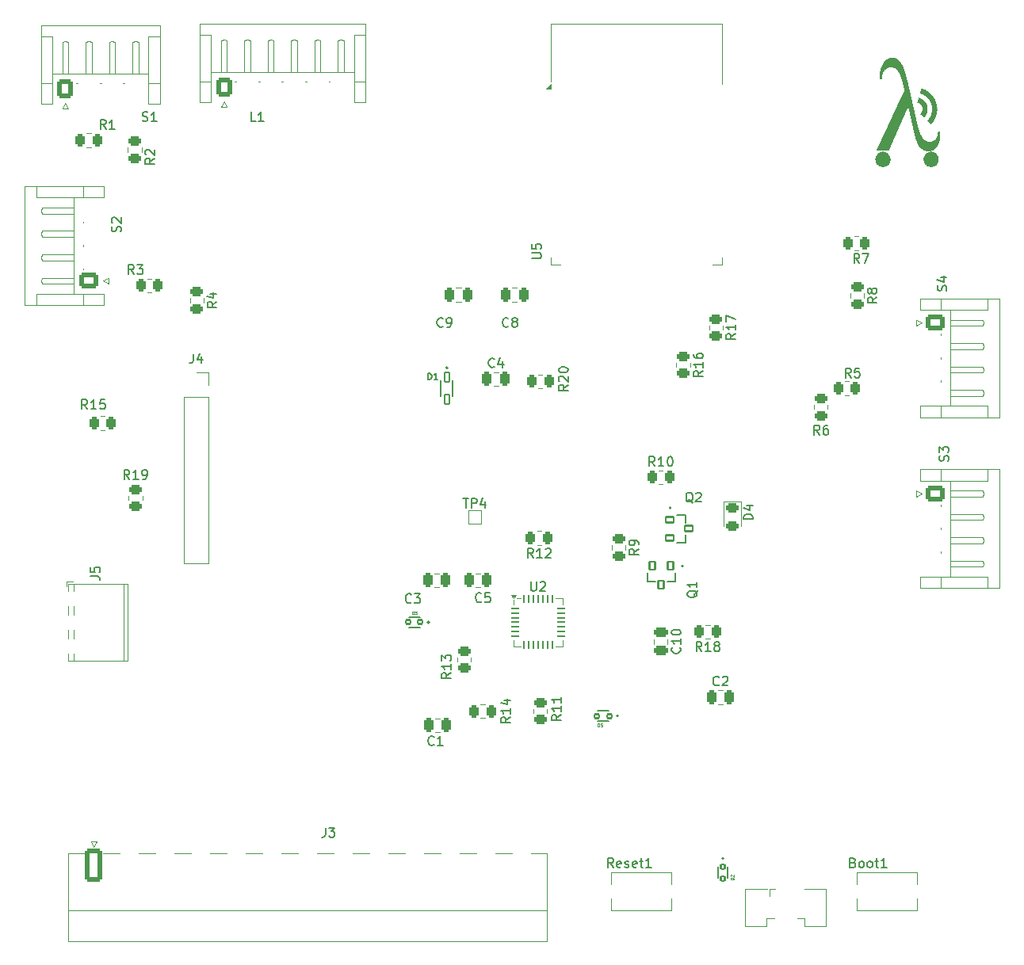
<source format=gto>
G04 #@! TF.GenerationSoftware,KiCad,Pcbnew,8.0.8*
G04 #@! TF.CreationDate,2025-01-30T15:17:17-05:00*
G04 #@! TF.ProjectId,FORWARD-PCB,464f5257-4152-4442-9d50-43422e6b6963,rev?*
G04 #@! TF.SameCoordinates,Original*
G04 #@! TF.FileFunction,Legend,Top*
G04 #@! TF.FilePolarity,Positive*
%FSLAX46Y46*%
G04 Gerber Fmt 4.6, Leading zero omitted, Abs format (unit mm)*
G04 Created by KiCad (PCBNEW 8.0.8) date 2025-01-30 15:17:17*
%MOMM*%
%LPD*%
G01*
G04 APERTURE LIST*
G04 Aperture macros list*
%AMRoundRect*
0 Rectangle with rounded corners*
0 $1 Rounding radius*
0 $2 $3 $4 $5 $6 $7 $8 $9 X,Y pos of 4 corners*
0 Add a 4 corners polygon primitive as box body*
4,1,4,$2,$3,$4,$5,$6,$7,$8,$9,$2,$3,0*
0 Add four circle primitives for the rounded corners*
1,1,$1+$1,$2,$3*
1,1,$1+$1,$4,$5*
1,1,$1+$1,$6,$7*
1,1,$1+$1,$8,$9*
0 Add four rect primitives between the rounded corners*
20,1,$1+$1,$2,$3,$4,$5,0*
20,1,$1+$1,$4,$5,$6,$7,0*
20,1,$1+$1,$6,$7,$8,$9,0*
20,1,$1+$1,$8,$9,$2,$3,0*%
G04 Aperture macros list end*
%ADD10C,0.150000*%
%ADD11C,0.080000*%
%ADD12C,0.120000*%
%ADD13C,0.127000*%
%ADD14C,0.200000*%
%ADD15C,0.000000*%
%ADD16RoundRect,0.250000X0.725000X-0.600000X0.725000X0.600000X-0.725000X0.600000X-0.725000X-0.600000X0*%
%ADD17O,1.950000X1.700000*%
%ADD18R,0.450000X1.500000*%
%ADD19O,1.800000X1.100000*%
%ADD20O,2.200000X1.100000*%
%ADD21RoundRect,0.250000X0.262500X0.450000X-0.262500X0.450000X-0.262500X-0.450000X0.262500X-0.450000X0*%
%ADD22RoundRect,0.250000X-0.450000X0.262500X-0.450000X-0.262500X0.450000X-0.262500X0.450000X0.262500X0*%
%ADD23R,1.000000X1.000000*%
%ADD24RoundRect,0.250000X-0.600000X-0.725000X0.600000X-0.725000X0.600000X0.725000X-0.600000X0.725000X0*%
%ADD25O,1.700000X1.950000*%
%ADD26RoundRect,0.102000X-0.300000X0.400000X-0.300000X-0.400000X0.300000X-0.400000X0.300000X0.400000X0*%
%ADD27RoundRect,0.250000X-0.250000X-0.475000X0.250000X-0.475000X0.250000X0.475000X-0.250000X0.475000X0*%
%ADD28RoundRect,0.250000X-0.475000X0.250000X-0.475000X-0.250000X0.475000X-0.250000X0.475000X0.250000X0*%
%ADD29R,1.250000X1.000000*%
%ADD30R,1.700000X1.700000*%
%ADD31O,1.700000X1.700000*%
%ADD32RoundRect,0.243750X-0.456250X0.243750X-0.456250X-0.243750X0.456250X-0.243750X0.456250X0.243750X0*%
%ADD33RoundRect,0.250000X-0.262500X-0.450000X0.262500X-0.450000X0.262500X0.450000X-0.262500X0.450000X0*%
%ADD34RoundRect,0.250000X-0.725000X0.600000X-0.725000X-0.600000X0.725000X-0.600000X0.725000X0.600000X0*%
%ADD35RoundRect,0.102000X-0.400000X-0.300000X0.400000X-0.300000X0.400000X0.300000X-0.400000X0.300000X0*%
%ADD36RoundRect,0.250000X-0.650000X-1.550000X0.650000X-1.550000X0.650000X1.550000X-0.650000X1.550000X0*%
%ADD37O,1.800000X3.600000*%
%ADD38C,1.100000*%
%ADD39R,2.200000X2.200000*%
%ADD40C,2.200000*%
%ADD41RoundRect,0.250000X0.250000X0.475000X-0.250000X0.475000X-0.250000X-0.475000X0.250000X-0.475000X0*%
%ADD42RoundRect,0.102000X0.240000X0.200000X-0.240000X0.200000X-0.240000X-0.200000X0.240000X-0.200000X0*%
%ADD43R,1.500000X0.900000*%
%ADD44R,0.900000X1.500000*%
%ADD45C,0.600000*%
%ADD46R,3.800000X3.800000*%
%ADD47RoundRect,0.102000X-0.230000X0.520000X-0.230000X-0.520000X0.230000X-0.520000X0.230000X0.520000X0*%
%ADD48RoundRect,0.102000X-0.200000X0.240000X-0.200000X-0.240000X0.200000X-0.240000X0.200000X0.240000X0*%
%ADD49RoundRect,0.062500X-0.337500X-0.062500X0.337500X-0.062500X0.337500X0.062500X-0.337500X0.062500X0*%
%ADD50RoundRect,0.062500X-0.062500X-0.337500X0.062500X-0.337500X0.062500X0.337500X-0.062500X0.337500X0*%
%ADD51R,3.350000X3.350000*%
%ADD52RoundRect,0.250000X0.450000X-0.262500X0.450000X0.262500X-0.450000X0.262500X-0.450000X-0.262500X0*%
G04 APERTURE END LIST*
D10*
X108907200Y-70761904D02*
X108954819Y-70619047D01*
X108954819Y-70619047D02*
X108954819Y-70380952D01*
X108954819Y-70380952D02*
X108907200Y-70285714D01*
X108907200Y-70285714D02*
X108859580Y-70238095D01*
X108859580Y-70238095D02*
X108764342Y-70190476D01*
X108764342Y-70190476D02*
X108669104Y-70190476D01*
X108669104Y-70190476D02*
X108573866Y-70238095D01*
X108573866Y-70238095D02*
X108526247Y-70285714D01*
X108526247Y-70285714D02*
X108478628Y-70380952D01*
X108478628Y-70380952D02*
X108431009Y-70571428D01*
X108431009Y-70571428D02*
X108383390Y-70666666D01*
X108383390Y-70666666D02*
X108335771Y-70714285D01*
X108335771Y-70714285D02*
X108240533Y-70761904D01*
X108240533Y-70761904D02*
X108145295Y-70761904D01*
X108145295Y-70761904D02*
X108050057Y-70714285D01*
X108050057Y-70714285D02*
X108002438Y-70666666D01*
X108002438Y-70666666D02*
X107954819Y-70571428D01*
X107954819Y-70571428D02*
X107954819Y-70333333D01*
X107954819Y-70333333D02*
X108002438Y-70190476D01*
X108050057Y-69809523D02*
X108002438Y-69761904D01*
X108002438Y-69761904D02*
X107954819Y-69666666D01*
X107954819Y-69666666D02*
X107954819Y-69428571D01*
X107954819Y-69428571D02*
X108002438Y-69333333D01*
X108002438Y-69333333D02*
X108050057Y-69285714D01*
X108050057Y-69285714D02*
X108145295Y-69238095D01*
X108145295Y-69238095D02*
X108240533Y-69238095D01*
X108240533Y-69238095D02*
X108383390Y-69285714D01*
X108383390Y-69285714D02*
X108954819Y-69857142D01*
X108954819Y-69857142D02*
X108954819Y-69238095D01*
X105357142Y-89704819D02*
X105023809Y-89228628D01*
X104785714Y-89704819D02*
X104785714Y-88704819D01*
X104785714Y-88704819D02*
X105166666Y-88704819D01*
X105166666Y-88704819D02*
X105261904Y-88752438D01*
X105261904Y-88752438D02*
X105309523Y-88800057D01*
X105309523Y-88800057D02*
X105357142Y-88895295D01*
X105357142Y-88895295D02*
X105357142Y-89038152D01*
X105357142Y-89038152D02*
X105309523Y-89133390D01*
X105309523Y-89133390D02*
X105261904Y-89181009D01*
X105261904Y-89181009D02*
X105166666Y-89228628D01*
X105166666Y-89228628D02*
X104785714Y-89228628D01*
X106309523Y-89704819D02*
X105738095Y-89704819D01*
X106023809Y-89704819D02*
X106023809Y-88704819D01*
X106023809Y-88704819D02*
X105928571Y-88847676D01*
X105928571Y-88847676D02*
X105833333Y-88942914D01*
X105833333Y-88942914D02*
X105738095Y-88990533D01*
X107214285Y-88704819D02*
X106738095Y-88704819D01*
X106738095Y-88704819D02*
X106690476Y-89181009D01*
X106690476Y-89181009D02*
X106738095Y-89133390D01*
X106738095Y-89133390D02*
X106833333Y-89085771D01*
X106833333Y-89085771D02*
X107071428Y-89085771D01*
X107071428Y-89085771D02*
X107166666Y-89133390D01*
X107166666Y-89133390D02*
X107214285Y-89181009D01*
X107214285Y-89181009D02*
X107261904Y-89276247D01*
X107261904Y-89276247D02*
X107261904Y-89514342D01*
X107261904Y-89514342D02*
X107214285Y-89609580D01*
X107214285Y-89609580D02*
X107166666Y-89657200D01*
X107166666Y-89657200D02*
X107071428Y-89704819D01*
X107071428Y-89704819D02*
X106833333Y-89704819D01*
X106833333Y-89704819D02*
X106738095Y-89657200D01*
X106738095Y-89657200D02*
X106690476Y-89609580D01*
X189704819Y-77754166D02*
X189228628Y-78087499D01*
X189704819Y-78325594D02*
X188704819Y-78325594D01*
X188704819Y-78325594D02*
X188704819Y-77944642D01*
X188704819Y-77944642D02*
X188752438Y-77849404D01*
X188752438Y-77849404D02*
X188800057Y-77801785D01*
X188800057Y-77801785D02*
X188895295Y-77754166D01*
X188895295Y-77754166D02*
X189038152Y-77754166D01*
X189038152Y-77754166D02*
X189133390Y-77801785D01*
X189133390Y-77801785D02*
X189181009Y-77849404D01*
X189181009Y-77849404D02*
X189228628Y-77944642D01*
X189228628Y-77944642D02*
X189228628Y-78325594D01*
X189133390Y-77182737D02*
X189085771Y-77277975D01*
X189085771Y-77277975D02*
X189038152Y-77325594D01*
X189038152Y-77325594D02*
X188942914Y-77373213D01*
X188942914Y-77373213D02*
X188895295Y-77373213D01*
X188895295Y-77373213D02*
X188800057Y-77325594D01*
X188800057Y-77325594D02*
X188752438Y-77277975D01*
X188752438Y-77277975D02*
X188704819Y-77182737D01*
X188704819Y-77182737D02*
X188704819Y-76992261D01*
X188704819Y-76992261D02*
X188752438Y-76897023D01*
X188752438Y-76897023D02*
X188800057Y-76849404D01*
X188800057Y-76849404D02*
X188895295Y-76801785D01*
X188895295Y-76801785D02*
X188942914Y-76801785D01*
X188942914Y-76801785D02*
X189038152Y-76849404D01*
X189038152Y-76849404D02*
X189085771Y-76897023D01*
X189085771Y-76897023D02*
X189133390Y-76992261D01*
X189133390Y-76992261D02*
X189133390Y-77182737D01*
X189133390Y-77182737D02*
X189181009Y-77277975D01*
X189181009Y-77277975D02*
X189228628Y-77325594D01*
X189228628Y-77325594D02*
X189323866Y-77373213D01*
X189323866Y-77373213D02*
X189514342Y-77373213D01*
X189514342Y-77373213D02*
X189609580Y-77325594D01*
X189609580Y-77325594D02*
X189657200Y-77277975D01*
X189657200Y-77277975D02*
X189704819Y-77182737D01*
X189704819Y-77182737D02*
X189704819Y-76992261D01*
X189704819Y-76992261D02*
X189657200Y-76897023D01*
X189657200Y-76897023D02*
X189609580Y-76849404D01*
X189609580Y-76849404D02*
X189514342Y-76801785D01*
X189514342Y-76801785D02*
X189323866Y-76801785D01*
X189323866Y-76801785D02*
X189228628Y-76849404D01*
X189228628Y-76849404D02*
X189181009Y-76897023D01*
X189181009Y-76897023D02*
X189133390Y-76992261D01*
X145488095Y-99256819D02*
X146059523Y-99256819D01*
X145773809Y-100256819D02*
X145773809Y-99256819D01*
X146392857Y-100256819D02*
X146392857Y-99256819D01*
X146392857Y-99256819D02*
X146773809Y-99256819D01*
X146773809Y-99256819D02*
X146869047Y-99304438D01*
X146869047Y-99304438D02*
X146916666Y-99352057D01*
X146916666Y-99352057D02*
X146964285Y-99447295D01*
X146964285Y-99447295D02*
X146964285Y-99590152D01*
X146964285Y-99590152D02*
X146916666Y-99685390D01*
X146916666Y-99685390D02*
X146869047Y-99733009D01*
X146869047Y-99733009D02*
X146773809Y-99780628D01*
X146773809Y-99780628D02*
X146392857Y-99780628D01*
X147821428Y-99590152D02*
X147821428Y-100256819D01*
X147583333Y-99209200D02*
X147345238Y-99923485D01*
X147345238Y-99923485D02*
X147964285Y-99923485D01*
X123333333Y-58954819D02*
X122857143Y-58954819D01*
X122857143Y-58954819D02*
X122857143Y-57954819D01*
X124190476Y-58954819D02*
X123619048Y-58954819D01*
X123904762Y-58954819D02*
X123904762Y-57954819D01*
X123904762Y-57954819D02*
X123809524Y-58097676D01*
X123809524Y-58097676D02*
X123714286Y-58192914D01*
X123714286Y-58192914D02*
X123619048Y-58240533D01*
X170554797Y-109110238D02*
X170507178Y-109205476D01*
X170507178Y-109205476D02*
X170411940Y-109300714D01*
X170411940Y-109300714D02*
X170269082Y-109443571D01*
X170269082Y-109443571D02*
X170221463Y-109538809D01*
X170221463Y-109538809D02*
X170221463Y-109634047D01*
X170459559Y-109586428D02*
X170411940Y-109681666D01*
X170411940Y-109681666D02*
X170316701Y-109776904D01*
X170316701Y-109776904D02*
X170126225Y-109824523D01*
X170126225Y-109824523D02*
X169792892Y-109824523D01*
X169792892Y-109824523D02*
X169602416Y-109776904D01*
X169602416Y-109776904D02*
X169507178Y-109681666D01*
X169507178Y-109681666D02*
X169459559Y-109586428D01*
X169459559Y-109586428D02*
X169459559Y-109395952D01*
X169459559Y-109395952D02*
X169507178Y-109300714D01*
X169507178Y-109300714D02*
X169602416Y-109205476D01*
X169602416Y-109205476D02*
X169792892Y-109157857D01*
X169792892Y-109157857D02*
X170126225Y-109157857D01*
X170126225Y-109157857D02*
X170316701Y-109205476D01*
X170316701Y-109205476D02*
X170411940Y-109300714D01*
X170411940Y-109300714D02*
X170459559Y-109395952D01*
X170459559Y-109395952D02*
X170459559Y-109586428D01*
X170459559Y-108205476D02*
X170459559Y-108776904D01*
X170459559Y-108491190D02*
X169459559Y-108491190D01*
X169459559Y-108491190D02*
X169602416Y-108586428D01*
X169602416Y-108586428D02*
X169697654Y-108681666D01*
X169697654Y-108681666D02*
X169745273Y-108776904D01*
X172833333Y-119179580D02*
X172785714Y-119227200D01*
X172785714Y-119227200D02*
X172642857Y-119274819D01*
X172642857Y-119274819D02*
X172547619Y-119274819D01*
X172547619Y-119274819D02*
X172404762Y-119227200D01*
X172404762Y-119227200D02*
X172309524Y-119131961D01*
X172309524Y-119131961D02*
X172261905Y-119036723D01*
X172261905Y-119036723D02*
X172214286Y-118846247D01*
X172214286Y-118846247D02*
X172214286Y-118703390D01*
X172214286Y-118703390D02*
X172261905Y-118512914D01*
X172261905Y-118512914D02*
X172309524Y-118417676D01*
X172309524Y-118417676D02*
X172404762Y-118322438D01*
X172404762Y-118322438D02*
X172547619Y-118274819D01*
X172547619Y-118274819D02*
X172642857Y-118274819D01*
X172642857Y-118274819D02*
X172785714Y-118322438D01*
X172785714Y-118322438D02*
X172833333Y-118370057D01*
X173214286Y-118370057D02*
X173261905Y-118322438D01*
X173261905Y-118322438D02*
X173357143Y-118274819D01*
X173357143Y-118274819D02*
X173595238Y-118274819D01*
X173595238Y-118274819D02*
X173690476Y-118322438D01*
X173690476Y-118322438D02*
X173738095Y-118370057D01*
X173738095Y-118370057D02*
X173785714Y-118465295D01*
X173785714Y-118465295D02*
X173785714Y-118560533D01*
X173785714Y-118560533D02*
X173738095Y-118703390D01*
X173738095Y-118703390D02*
X173166667Y-119274819D01*
X173166667Y-119274819D02*
X173785714Y-119274819D01*
X168659320Y-115192857D02*
X168706940Y-115240476D01*
X168706940Y-115240476D02*
X168754559Y-115383333D01*
X168754559Y-115383333D02*
X168754559Y-115478571D01*
X168754559Y-115478571D02*
X168706940Y-115621428D01*
X168706940Y-115621428D02*
X168611701Y-115716666D01*
X168611701Y-115716666D02*
X168516463Y-115764285D01*
X168516463Y-115764285D02*
X168325987Y-115811904D01*
X168325987Y-115811904D02*
X168183130Y-115811904D01*
X168183130Y-115811904D02*
X167992654Y-115764285D01*
X167992654Y-115764285D02*
X167897416Y-115716666D01*
X167897416Y-115716666D02*
X167802178Y-115621428D01*
X167802178Y-115621428D02*
X167754559Y-115478571D01*
X167754559Y-115478571D02*
X167754559Y-115383333D01*
X167754559Y-115383333D02*
X167802178Y-115240476D01*
X167802178Y-115240476D02*
X167849797Y-115192857D01*
X168754559Y-114240476D02*
X168754559Y-114811904D01*
X168754559Y-114526190D02*
X167754559Y-114526190D01*
X167754559Y-114526190D02*
X167897416Y-114621428D01*
X167897416Y-114621428D02*
X167992654Y-114716666D01*
X167992654Y-114716666D02*
X168040273Y-114811904D01*
X167754559Y-113621428D02*
X167754559Y-113526190D01*
X167754559Y-113526190D02*
X167802178Y-113430952D01*
X167802178Y-113430952D02*
X167849797Y-113383333D01*
X167849797Y-113383333D02*
X167945035Y-113335714D01*
X167945035Y-113335714D02*
X168135511Y-113288095D01*
X168135511Y-113288095D02*
X168373606Y-113288095D01*
X168373606Y-113288095D02*
X168564082Y-113335714D01*
X168564082Y-113335714D02*
X168659320Y-113383333D01*
X168659320Y-113383333D02*
X168706940Y-113430952D01*
X168706940Y-113430952D02*
X168754559Y-113526190D01*
X168754559Y-113526190D02*
X168754559Y-113621428D01*
X168754559Y-113621428D02*
X168706940Y-113716666D01*
X168706940Y-113716666D02*
X168659320Y-113764285D01*
X168659320Y-113764285D02*
X168564082Y-113811904D01*
X168564082Y-113811904D02*
X168373606Y-113859523D01*
X168373606Y-113859523D02*
X168135511Y-113859523D01*
X168135511Y-113859523D02*
X167945035Y-113811904D01*
X167945035Y-113811904D02*
X167849797Y-113764285D01*
X167849797Y-113764285D02*
X167802178Y-113716666D01*
X167802178Y-113716666D02*
X167754559Y-113621428D01*
X187154761Y-138181009D02*
X187297618Y-138228628D01*
X187297618Y-138228628D02*
X187345237Y-138276247D01*
X187345237Y-138276247D02*
X187392856Y-138371485D01*
X187392856Y-138371485D02*
X187392856Y-138514342D01*
X187392856Y-138514342D02*
X187345237Y-138609580D01*
X187345237Y-138609580D02*
X187297618Y-138657200D01*
X187297618Y-138657200D02*
X187202380Y-138704819D01*
X187202380Y-138704819D02*
X186821428Y-138704819D01*
X186821428Y-138704819D02*
X186821428Y-137704819D01*
X186821428Y-137704819D02*
X187154761Y-137704819D01*
X187154761Y-137704819D02*
X187249999Y-137752438D01*
X187249999Y-137752438D02*
X187297618Y-137800057D01*
X187297618Y-137800057D02*
X187345237Y-137895295D01*
X187345237Y-137895295D02*
X187345237Y-137990533D01*
X187345237Y-137990533D02*
X187297618Y-138085771D01*
X187297618Y-138085771D02*
X187249999Y-138133390D01*
X187249999Y-138133390D02*
X187154761Y-138181009D01*
X187154761Y-138181009D02*
X186821428Y-138181009D01*
X187964285Y-138704819D02*
X187869047Y-138657200D01*
X187869047Y-138657200D02*
X187821428Y-138609580D01*
X187821428Y-138609580D02*
X187773809Y-138514342D01*
X187773809Y-138514342D02*
X187773809Y-138228628D01*
X187773809Y-138228628D02*
X187821428Y-138133390D01*
X187821428Y-138133390D02*
X187869047Y-138085771D01*
X187869047Y-138085771D02*
X187964285Y-138038152D01*
X187964285Y-138038152D02*
X188107142Y-138038152D01*
X188107142Y-138038152D02*
X188202380Y-138085771D01*
X188202380Y-138085771D02*
X188249999Y-138133390D01*
X188249999Y-138133390D02*
X188297618Y-138228628D01*
X188297618Y-138228628D02*
X188297618Y-138514342D01*
X188297618Y-138514342D02*
X188249999Y-138609580D01*
X188249999Y-138609580D02*
X188202380Y-138657200D01*
X188202380Y-138657200D02*
X188107142Y-138704819D01*
X188107142Y-138704819D02*
X187964285Y-138704819D01*
X188869047Y-138704819D02*
X188773809Y-138657200D01*
X188773809Y-138657200D02*
X188726190Y-138609580D01*
X188726190Y-138609580D02*
X188678571Y-138514342D01*
X188678571Y-138514342D02*
X188678571Y-138228628D01*
X188678571Y-138228628D02*
X188726190Y-138133390D01*
X188726190Y-138133390D02*
X188773809Y-138085771D01*
X188773809Y-138085771D02*
X188869047Y-138038152D01*
X188869047Y-138038152D02*
X189011904Y-138038152D01*
X189011904Y-138038152D02*
X189107142Y-138085771D01*
X189107142Y-138085771D02*
X189154761Y-138133390D01*
X189154761Y-138133390D02*
X189202380Y-138228628D01*
X189202380Y-138228628D02*
X189202380Y-138514342D01*
X189202380Y-138514342D02*
X189154761Y-138609580D01*
X189154761Y-138609580D02*
X189107142Y-138657200D01*
X189107142Y-138657200D02*
X189011904Y-138704819D01*
X189011904Y-138704819D02*
X188869047Y-138704819D01*
X189488095Y-138038152D02*
X189869047Y-138038152D01*
X189630952Y-137704819D02*
X189630952Y-138561961D01*
X189630952Y-138561961D02*
X189678571Y-138657200D01*
X189678571Y-138657200D02*
X189773809Y-138704819D01*
X189773809Y-138704819D02*
X189869047Y-138704819D01*
X190726190Y-138704819D02*
X190154762Y-138704819D01*
X190440476Y-138704819D02*
X190440476Y-137704819D01*
X190440476Y-137704819D02*
X190345238Y-137847676D01*
X190345238Y-137847676D02*
X190250000Y-137942914D01*
X190250000Y-137942914D02*
X190154762Y-137990533D01*
X116666666Y-83809819D02*
X116666666Y-84524104D01*
X116666666Y-84524104D02*
X116619047Y-84666961D01*
X116619047Y-84666961D02*
X116523809Y-84762200D01*
X116523809Y-84762200D02*
X116380952Y-84809819D01*
X116380952Y-84809819D02*
X116285714Y-84809819D01*
X117571428Y-84143152D02*
X117571428Y-84809819D01*
X117333333Y-83762200D02*
X117095238Y-84476485D01*
X117095238Y-84476485D02*
X117714285Y-84476485D01*
X155954819Y-122392857D02*
X155478628Y-122726190D01*
X155954819Y-122964285D02*
X154954819Y-122964285D01*
X154954819Y-122964285D02*
X154954819Y-122583333D01*
X154954819Y-122583333D02*
X155002438Y-122488095D01*
X155002438Y-122488095D02*
X155050057Y-122440476D01*
X155050057Y-122440476D02*
X155145295Y-122392857D01*
X155145295Y-122392857D02*
X155288152Y-122392857D01*
X155288152Y-122392857D02*
X155383390Y-122440476D01*
X155383390Y-122440476D02*
X155431009Y-122488095D01*
X155431009Y-122488095D02*
X155478628Y-122583333D01*
X155478628Y-122583333D02*
X155478628Y-122964285D01*
X155954819Y-121440476D02*
X155954819Y-122011904D01*
X155954819Y-121726190D02*
X154954819Y-121726190D01*
X154954819Y-121726190D02*
X155097676Y-121821428D01*
X155097676Y-121821428D02*
X155192914Y-121916666D01*
X155192914Y-121916666D02*
X155240533Y-122011904D01*
X155954819Y-120488095D02*
X155954819Y-121059523D01*
X155954819Y-120773809D02*
X154954819Y-120773809D01*
X154954819Y-120773809D02*
X155097676Y-120869047D01*
X155097676Y-120869047D02*
X155192914Y-120964285D01*
X155192914Y-120964285D02*
X155240533Y-121059523D01*
X176454819Y-101488094D02*
X175454819Y-101488094D01*
X175454819Y-101488094D02*
X175454819Y-101249999D01*
X175454819Y-101249999D02*
X175502438Y-101107142D01*
X175502438Y-101107142D02*
X175597676Y-101011904D01*
X175597676Y-101011904D02*
X175692914Y-100964285D01*
X175692914Y-100964285D02*
X175883390Y-100916666D01*
X175883390Y-100916666D02*
X176026247Y-100916666D01*
X176026247Y-100916666D02*
X176216723Y-100964285D01*
X176216723Y-100964285D02*
X176311961Y-101011904D01*
X176311961Y-101011904D02*
X176407200Y-101107142D01*
X176407200Y-101107142D02*
X176454819Y-101249999D01*
X176454819Y-101249999D02*
X176454819Y-101488094D01*
X175788152Y-100059523D02*
X176454819Y-100059523D01*
X175407200Y-100297618D02*
X176121485Y-100535713D01*
X176121485Y-100535713D02*
X176121485Y-99916666D01*
X119167319Y-78254166D02*
X118691128Y-78587499D01*
X119167319Y-78825594D02*
X118167319Y-78825594D01*
X118167319Y-78825594D02*
X118167319Y-78444642D01*
X118167319Y-78444642D02*
X118214938Y-78349404D01*
X118214938Y-78349404D02*
X118262557Y-78301785D01*
X118262557Y-78301785D02*
X118357795Y-78254166D01*
X118357795Y-78254166D02*
X118500652Y-78254166D01*
X118500652Y-78254166D02*
X118595890Y-78301785D01*
X118595890Y-78301785D02*
X118643509Y-78349404D01*
X118643509Y-78349404D02*
X118691128Y-78444642D01*
X118691128Y-78444642D02*
X118691128Y-78825594D01*
X118500652Y-77397023D02*
X119167319Y-77397023D01*
X118119700Y-77635118D02*
X118833985Y-77873213D01*
X118833985Y-77873213D02*
X118833985Y-77254166D01*
X139953073Y-110359580D02*
X139905454Y-110407200D01*
X139905454Y-110407200D02*
X139762597Y-110454819D01*
X139762597Y-110454819D02*
X139667359Y-110454819D01*
X139667359Y-110454819D02*
X139524502Y-110407200D01*
X139524502Y-110407200D02*
X139429264Y-110311961D01*
X139429264Y-110311961D02*
X139381645Y-110216723D01*
X139381645Y-110216723D02*
X139334026Y-110026247D01*
X139334026Y-110026247D02*
X139334026Y-109883390D01*
X139334026Y-109883390D02*
X139381645Y-109692914D01*
X139381645Y-109692914D02*
X139429264Y-109597676D01*
X139429264Y-109597676D02*
X139524502Y-109502438D01*
X139524502Y-109502438D02*
X139667359Y-109454819D01*
X139667359Y-109454819D02*
X139762597Y-109454819D01*
X139762597Y-109454819D02*
X139905454Y-109502438D01*
X139905454Y-109502438D02*
X139953073Y-109550057D01*
X140286407Y-109454819D02*
X140905454Y-109454819D01*
X140905454Y-109454819D02*
X140572121Y-109835771D01*
X140572121Y-109835771D02*
X140714978Y-109835771D01*
X140714978Y-109835771D02*
X140810216Y-109883390D01*
X140810216Y-109883390D02*
X140857835Y-109931009D01*
X140857835Y-109931009D02*
X140905454Y-110026247D01*
X140905454Y-110026247D02*
X140905454Y-110264342D01*
X140905454Y-110264342D02*
X140857835Y-110359580D01*
X140857835Y-110359580D02*
X140810216Y-110407200D01*
X140810216Y-110407200D02*
X140714978Y-110454819D01*
X140714978Y-110454819D02*
X140429264Y-110454819D01*
X140429264Y-110454819D02*
X140334026Y-110407200D01*
X140334026Y-110407200D02*
X140286407Y-110359580D01*
X156704819Y-87142857D02*
X156228628Y-87476190D01*
X156704819Y-87714285D02*
X155704819Y-87714285D01*
X155704819Y-87714285D02*
X155704819Y-87333333D01*
X155704819Y-87333333D02*
X155752438Y-87238095D01*
X155752438Y-87238095D02*
X155800057Y-87190476D01*
X155800057Y-87190476D02*
X155895295Y-87142857D01*
X155895295Y-87142857D02*
X156038152Y-87142857D01*
X156038152Y-87142857D02*
X156133390Y-87190476D01*
X156133390Y-87190476D02*
X156181009Y-87238095D01*
X156181009Y-87238095D02*
X156228628Y-87333333D01*
X156228628Y-87333333D02*
X156228628Y-87714285D01*
X155800057Y-86761904D02*
X155752438Y-86714285D01*
X155752438Y-86714285D02*
X155704819Y-86619047D01*
X155704819Y-86619047D02*
X155704819Y-86380952D01*
X155704819Y-86380952D02*
X155752438Y-86285714D01*
X155752438Y-86285714D02*
X155800057Y-86238095D01*
X155800057Y-86238095D02*
X155895295Y-86190476D01*
X155895295Y-86190476D02*
X155990533Y-86190476D01*
X155990533Y-86190476D02*
X156133390Y-86238095D01*
X156133390Y-86238095D02*
X156704819Y-86809523D01*
X156704819Y-86809523D02*
X156704819Y-86190476D01*
X155704819Y-85571428D02*
X155704819Y-85476190D01*
X155704819Y-85476190D02*
X155752438Y-85380952D01*
X155752438Y-85380952D02*
X155800057Y-85333333D01*
X155800057Y-85333333D02*
X155895295Y-85285714D01*
X155895295Y-85285714D02*
X156085771Y-85238095D01*
X156085771Y-85238095D02*
X156323866Y-85238095D01*
X156323866Y-85238095D02*
X156514342Y-85285714D01*
X156514342Y-85285714D02*
X156609580Y-85333333D01*
X156609580Y-85333333D02*
X156657200Y-85380952D01*
X156657200Y-85380952D02*
X156704819Y-85476190D01*
X156704819Y-85476190D02*
X156704819Y-85571428D01*
X156704819Y-85571428D02*
X156657200Y-85666666D01*
X156657200Y-85666666D02*
X156609580Y-85714285D01*
X156609580Y-85714285D02*
X156514342Y-85761904D01*
X156514342Y-85761904D02*
X156323866Y-85809523D01*
X156323866Y-85809523D02*
X156085771Y-85809523D01*
X156085771Y-85809523D02*
X155895295Y-85761904D01*
X155895295Y-85761904D02*
X155800057Y-85714285D01*
X155800057Y-85714285D02*
X155752438Y-85666666D01*
X155752438Y-85666666D02*
X155704819Y-85571428D01*
X164224559Y-104666666D02*
X163748368Y-104999999D01*
X164224559Y-105238094D02*
X163224559Y-105238094D01*
X163224559Y-105238094D02*
X163224559Y-104857142D01*
X163224559Y-104857142D02*
X163272178Y-104761904D01*
X163272178Y-104761904D02*
X163319797Y-104714285D01*
X163319797Y-104714285D02*
X163415035Y-104666666D01*
X163415035Y-104666666D02*
X163557892Y-104666666D01*
X163557892Y-104666666D02*
X163653130Y-104714285D01*
X163653130Y-104714285D02*
X163700749Y-104761904D01*
X163700749Y-104761904D02*
X163748368Y-104857142D01*
X163748368Y-104857142D02*
X163748368Y-105238094D01*
X164224559Y-104190475D02*
X164224559Y-103999999D01*
X164224559Y-103999999D02*
X164176940Y-103904761D01*
X164176940Y-103904761D02*
X164129320Y-103857142D01*
X164129320Y-103857142D02*
X163986463Y-103761904D01*
X163986463Y-103761904D02*
X163795987Y-103714285D01*
X163795987Y-103714285D02*
X163415035Y-103714285D01*
X163415035Y-103714285D02*
X163319797Y-103761904D01*
X163319797Y-103761904D02*
X163272178Y-103809523D01*
X163272178Y-103809523D02*
X163224559Y-103904761D01*
X163224559Y-103904761D02*
X163224559Y-104095237D01*
X163224559Y-104095237D02*
X163272178Y-104190475D01*
X163272178Y-104190475D02*
X163319797Y-104238094D01*
X163319797Y-104238094D02*
X163415035Y-104285713D01*
X163415035Y-104285713D02*
X163653130Y-104285713D01*
X163653130Y-104285713D02*
X163748368Y-104238094D01*
X163748368Y-104238094D02*
X163795987Y-104190475D01*
X163795987Y-104190475D02*
X163843606Y-104095237D01*
X163843606Y-104095237D02*
X163843606Y-103904761D01*
X163843606Y-103904761D02*
X163795987Y-103809523D01*
X163795987Y-103809523D02*
X163748368Y-103761904D01*
X163748368Y-103761904D02*
X163653130Y-103714285D01*
X150542319Y-122642857D02*
X150066128Y-122976190D01*
X150542319Y-123214285D02*
X149542319Y-123214285D01*
X149542319Y-123214285D02*
X149542319Y-122833333D01*
X149542319Y-122833333D02*
X149589938Y-122738095D01*
X149589938Y-122738095D02*
X149637557Y-122690476D01*
X149637557Y-122690476D02*
X149732795Y-122642857D01*
X149732795Y-122642857D02*
X149875652Y-122642857D01*
X149875652Y-122642857D02*
X149970890Y-122690476D01*
X149970890Y-122690476D02*
X150018509Y-122738095D01*
X150018509Y-122738095D02*
X150066128Y-122833333D01*
X150066128Y-122833333D02*
X150066128Y-123214285D01*
X150542319Y-121690476D02*
X150542319Y-122261904D01*
X150542319Y-121976190D02*
X149542319Y-121976190D01*
X149542319Y-121976190D02*
X149685176Y-122071428D01*
X149685176Y-122071428D02*
X149780414Y-122166666D01*
X149780414Y-122166666D02*
X149828033Y-122261904D01*
X149875652Y-120833333D02*
X150542319Y-120833333D01*
X149494700Y-121071428D02*
X150208985Y-121309523D01*
X150208985Y-121309523D02*
X150208985Y-120690476D01*
X197107200Y-77061904D02*
X197154819Y-76919047D01*
X197154819Y-76919047D02*
X197154819Y-76680952D01*
X197154819Y-76680952D02*
X197107200Y-76585714D01*
X197107200Y-76585714D02*
X197059580Y-76538095D01*
X197059580Y-76538095D02*
X196964342Y-76490476D01*
X196964342Y-76490476D02*
X196869104Y-76490476D01*
X196869104Y-76490476D02*
X196773866Y-76538095D01*
X196773866Y-76538095D02*
X196726247Y-76585714D01*
X196726247Y-76585714D02*
X196678628Y-76680952D01*
X196678628Y-76680952D02*
X196631009Y-76871428D01*
X196631009Y-76871428D02*
X196583390Y-76966666D01*
X196583390Y-76966666D02*
X196535771Y-77014285D01*
X196535771Y-77014285D02*
X196440533Y-77061904D01*
X196440533Y-77061904D02*
X196345295Y-77061904D01*
X196345295Y-77061904D02*
X196250057Y-77014285D01*
X196250057Y-77014285D02*
X196202438Y-76966666D01*
X196202438Y-76966666D02*
X196154819Y-76871428D01*
X196154819Y-76871428D02*
X196154819Y-76633333D01*
X196154819Y-76633333D02*
X196202438Y-76490476D01*
X196488152Y-75633333D02*
X197154819Y-75633333D01*
X196107200Y-75871428D02*
X196821485Y-76109523D01*
X196821485Y-76109523D02*
X196821485Y-75490476D01*
X147453073Y-110259580D02*
X147405454Y-110307200D01*
X147405454Y-110307200D02*
X147262597Y-110354819D01*
X147262597Y-110354819D02*
X147167359Y-110354819D01*
X147167359Y-110354819D02*
X147024502Y-110307200D01*
X147024502Y-110307200D02*
X146929264Y-110211961D01*
X146929264Y-110211961D02*
X146881645Y-110116723D01*
X146881645Y-110116723D02*
X146834026Y-109926247D01*
X146834026Y-109926247D02*
X146834026Y-109783390D01*
X146834026Y-109783390D02*
X146881645Y-109592914D01*
X146881645Y-109592914D02*
X146929264Y-109497676D01*
X146929264Y-109497676D02*
X147024502Y-109402438D01*
X147024502Y-109402438D02*
X147167359Y-109354819D01*
X147167359Y-109354819D02*
X147262597Y-109354819D01*
X147262597Y-109354819D02*
X147405454Y-109402438D01*
X147405454Y-109402438D02*
X147453073Y-109450057D01*
X148357835Y-109354819D02*
X147881645Y-109354819D01*
X147881645Y-109354819D02*
X147834026Y-109831009D01*
X147834026Y-109831009D02*
X147881645Y-109783390D01*
X147881645Y-109783390D02*
X147976883Y-109735771D01*
X147976883Y-109735771D02*
X148214978Y-109735771D01*
X148214978Y-109735771D02*
X148310216Y-109783390D01*
X148310216Y-109783390D02*
X148357835Y-109831009D01*
X148357835Y-109831009D02*
X148405454Y-109926247D01*
X148405454Y-109926247D02*
X148405454Y-110164342D01*
X148405454Y-110164342D02*
X148357835Y-110259580D01*
X148357835Y-110259580D02*
X148310216Y-110307200D01*
X148310216Y-110307200D02*
X148214978Y-110354819D01*
X148214978Y-110354819D02*
X147976883Y-110354819D01*
X147976883Y-110354819D02*
X147881645Y-110307200D01*
X147881645Y-110307200D02*
X147834026Y-110259580D01*
X170029501Y-99725057D02*
X169934263Y-99677438D01*
X169934263Y-99677438D02*
X169839025Y-99582200D01*
X169839025Y-99582200D02*
X169696168Y-99439342D01*
X169696168Y-99439342D02*
X169600930Y-99391723D01*
X169600930Y-99391723D02*
X169505692Y-99391723D01*
X169553311Y-99629819D02*
X169458073Y-99582200D01*
X169458073Y-99582200D02*
X169362835Y-99486961D01*
X169362835Y-99486961D02*
X169315216Y-99296485D01*
X169315216Y-99296485D02*
X169315216Y-98963152D01*
X169315216Y-98963152D02*
X169362835Y-98772676D01*
X169362835Y-98772676D02*
X169458073Y-98677438D01*
X169458073Y-98677438D02*
X169553311Y-98629819D01*
X169553311Y-98629819D02*
X169743787Y-98629819D01*
X169743787Y-98629819D02*
X169839025Y-98677438D01*
X169839025Y-98677438D02*
X169934263Y-98772676D01*
X169934263Y-98772676D02*
X169981882Y-98963152D01*
X169981882Y-98963152D02*
X169981882Y-99296485D01*
X169981882Y-99296485D02*
X169934263Y-99486961D01*
X169934263Y-99486961D02*
X169839025Y-99582200D01*
X169839025Y-99582200D02*
X169743787Y-99629819D01*
X169743787Y-99629819D02*
X169553311Y-99629819D01*
X170362835Y-98725057D02*
X170410454Y-98677438D01*
X170410454Y-98677438D02*
X170505692Y-98629819D01*
X170505692Y-98629819D02*
X170743787Y-98629819D01*
X170743787Y-98629819D02*
X170839025Y-98677438D01*
X170839025Y-98677438D02*
X170886644Y-98725057D01*
X170886644Y-98725057D02*
X170934263Y-98820295D01*
X170934263Y-98820295D02*
X170934263Y-98915533D01*
X170934263Y-98915533D02*
X170886644Y-99058390D01*
X170886644Y-99058390D02*
X170315216Y-99629819D01*
X170315216Y-99629819D02*
X170934263Y-99629819D01*
X165976882Y-95804819D02*
X165643549Y-95328628D01*
X165405454Y-95804819D02*
X165405454Y-94804819D01*
X165405454Y-94804819D02*
X165786406Y-94804819D01*
X165786406Y-94804819D02*
X165881644Y-94852438D01*
X165881644Y-94852438D02*
X165929263Y-94900057D01*
X165929263Y-94900057D02*
X165976882Y-94995295D01*
X165976882Y-94995295D02*
X165976882Y-95138152D01*
X165976882Y-95138152D02*
X165929263Y-95233390D01*
X165929263Y-95233390D02*
X165881644Y-95281009D01*
X165881644Y-95281009D02*
X165786406Y-95328628D01*
X165786406Y-95328628D02*
X165405454Y-95328628D01*
X166929263Y-95804819D02*
X166357835Y-95804819D01*
X166643549Y-95804819D02*
X166643549Y-94804819D01*
X166643549Y-94804819D02*
X166548311Y-94947676D01*
X166548311Y-94947676D02*
X166453073Y-95042914D01*
X166453073Y-95042914D02*
X166357835Y-95090533D01*
X167548311Y-94804819D02*
X167643549Y-94804819D01*
X167643549Y-94804819D02*
X167738787Y-94852438D01*
X167738787Y-94852438D02*
X167786406Y-94900057D01*
X167786406Y-94900057D02*
X167834025Y-94995295D01*
X167834025Y-94995295D02*
X167881644Y-95185771D01*
X167881644Y-95185771D02*
X167881644Y-95423866D01*
X167881644Y-95423866D02*
X167834025Y-95614342D01*
X167834025Y-95614342D02*
X167786406Y-95709580D01*
X167786406Y-95709580D02*
X167738787Y-95757200D01*
X167738787Y-95757200D02*
X167643549Y-95804819D01*
X167643549Y-95804819D02*
X167548311Y-95804819D01*
X167548311Y-95804819D02*
X167453073Y-95757200D01*
X167453073Y-95757200D02*
X167405454Y-95709580D01*
X167405454Y-95709580D02*
X167357835Y-95614342D01*
X167357835Y-95614342D02*
X167310216Y-95423866D01*
X167310216Y-95423866D02*
X167310216Y-95185771D01*
X167310216Y-95185771D02*
X167357835Y-94995295D01*
X167357835Y-94995295D02*
X167405454Y-94900057D01*
X167405454Y-94900057D02*
X167453073Y-94852438D01*
X167453073Y-94852438D02*
X167548311Y-94804819D01*
X161535713Y-138704819D02*
X161202380Y-138228628D01*
X160964285Y-138704819D02*
X160964285Y-137704819D01*
X160964285Y-137704819D02*
X161345237Y-137704819D01*
X161345237Y-137704819D02*
X161440475Y-137752438D01*
X161440475Y-137752438D02*
X161488094Y-137800057D01*
X161488094Y-137800057D02*
X161535713Y-137895295D01*
X161535713Y-137895295D02*
X161535713Y-138038152D01*
X161535713Y-138038152D02*
X161488094Y-138133390D01*
X161488094Y-138133390D02*
X161440475Y-138181009D01*
X161440475Y-138181009D02*
X161345237Y-138228628D01*
X161345237Y-138228628D02*
X160964285Y-138228628D01*
X162345237Y-138657200D02*
X162249999Y-138704819D01*
X162249999Y-138704819D02*
X162059523Y-138704819D01*
X162059523Y-138704819D02*
X161964285Y-138657200D01*
X161964285Y-138657200D02*
X161916666Y-138561961D01*
X161916666Y-138561961D02*
X161916666Y-138181009D01*
X161916666Y-138181009D02*
X161964285Y-138085771D01*
X161964285Y-138085771D02*
X162059523Y-138038152D01*
X162059523Y-138038152D02*
X162249999Y-138038152D01*
X162249999Y-138038152D02*
X162345237Y-138085771D01*
X162345237Y-138085771D02*
X162392856Y-138181009D01*
X162392856Y-138181009D02*
X162392856Y-138276247D01*
X162392856Y-138276247D02*
X161916666Y-138371485D01*
X162773809Y-138657200D02*
X162869047Y-138704819D01*
X162869047Y-138704819D02*
X163059523Y-138704819D01*
X163059523Y-138704819D02*
X163154761Y-138657200D01*
X163154761Y-138657200D02*
X163202380Y-138561961D01*
X163202380Y-138561961D02*
X163202380Y-138514342D01*
X163202380Y-138514342D02*
X163154761Y-138419104D01*
X163154761Y-138419104D02*
X163059523Y-138371485D01*
X163059523Y-138371485D02*
X162916666Y-138371485D01*
X162916666Y-138371485D02*
X162821428Y-138323866D01*
X162821428Y-138323866D02*
X162773809Y-138228628D01*
X162773809Y-138228628D02*
X162773809Y-138181009D01*
X162773809Y-138181009D02*
X162821428Y-138085771D01*
X162821428Y-138085771D02*
X162916666Y-138038152D01*
X162916666Y-138038152D02*
X163059523Y-138038152D01*
X163059523Y-138038152D02*
X163154761Y-138085771D01*
X164011904Y-138657200D02*
X163916666Y-138704819D01*
X163916666Y-138704819D02*
X163726190Y-138704819D01*
X163726190Y-138704819D02*
X163630952Y-138657200D01*
X163630952Y-138657200D02*
X163583333Y-138561961D01*
X163583333Y-138561961D02*
X163583333Y-138181009D01*
X163583333Y-138181009D02*
X163630952Y-138085771D01*
X163630952Y-138085771D02*
X163726190Y-138038152D01*
X163726190Y-138038152D02*
X163916666Y-138038152D01*
X163916666Y-138038152D02*
X164011904Y-138085771D01*
X164011904Y-138085771D02*
X164059523Y-138181009D01*
X164059523Y-138181009D02*
X164059523Y-138276247D01*
X164059523Y-138276247D02*
X163583333Y-138371485D01*
X164345238Y-138038152D02*
X164726190Y-138038152D01*
X164488095Y-137704819D02*
X164488095Y-138561961D01*
X164488095Y-138561961D02*
X164535714Y-138657200D01*
X164535714Y-138657200D02*
X164630952Y-138704819D01*
X164630952Y-138704819D02*
X164726190Y-138704819D01*
X165583333Y-138704819D02*
X165011905Y-138704819D01*
X165297619Y-138704819D02*
X165297619Y-137704819D01*
X165297619Y-137704819D02*
X165202381Y-137847676D01*
X165202381Y-137847676D02*
X165107143Y-137942914D01*
X165107143Y-137942914D02*
X165011905Y-137990533D01*
X187833333Y-74104819D02*
X187500000Y-73628628D01*
X187261905Y-74104819D02*
X187261905Y-73104819D01*
X187261905Y-73104819D02*
X187642857Y-73104819D01*
X187642857Y-73104819D02*
X187738095Y-73152438D01*
X187738095Y-73152438D02*
X187785714Y-73200057D01*
X187785714Y-73200057D02*
X187833333Y-73295295D01*
X187833333Y-73295295D02*
X187833333Y-73438152D01*
X187833333Y-73438152D02*
X187785714Y-73533390D01*
X187785714Y-73533390D02*
X187738095Y-73581009D01*
X187738095Y-73581009D02*
X187642857Y-73628628D01*
X187642857Y-73628628D02*
X187261905Y-73628628D01*
X188166667Y-73104819D02*
X188833333Y-73104819D01*
X188833333Y-73104819D02*
X188404762Y-74104819D01*
X130786666Y-134454819D02*
X130786666Y-135169104D01*
X130786666Y-135169104D02*
X130739047Y-135311961D01*
X130739047Y-135311961D02*
X130643809Y-135407200D01*
X130643809Y-135407200D02*
X130500952Y-135454819D01*
X130500952Y-135454819D02*
X130405714Y-135454819D01*
X131167619Y-134454819D02*
X131786666Y-134454819D01*
X131786666Y-134454819D02*
X131453333Y-134835771D01*
X131453333Y-134835771D02*
X131596190Y-134835771D01*
X131596190Y-134835771D02*
X131691428Y-134883390D01*
X131691428Y-134883390D02*
X131739047Y-134931009D01*
X131739047Y-134931009D02*
X131786666Y-135026247D01*
X131786666Y-135026247D02*
X131786666Y-135264342D01*
X131786666Y-135264342D02*
X131739047Y-135359580D01*
X131739047Y-135359580D02*
X131691428Y-135407200D01*
X131691428Y-135407200D02*
X131596190Y-135454819D01*
X131596190Y-135454819D02*
X131310476Y-135454819D01*
X131310476Y-135454819D02*
X131215238Y-135407200D01*
X131215238Y-135407200D02*
X131167619Y-135359580D01*
X107333333Y-59804819D02*
X107000000Y-59328628D01*
X106761905Y-59804819D02*
X106761905Y-58804819D01*
X106761905Y-58804819D02*
X107142857Y-58804819D01*
X107142857Y-58804819D02*
X107238095Y-58852438D01*
X107238095Y-58852438D02*
X107285714Y-58900057D01*
X107285714Y-58900057D02*
X107333333Y-58995295D01*
X107333333Y-58995295D02*
X107333333Y-59138152D01*
X107333333Y-59138152D02*
X107285714Y-59233390D01*
X107285714Y-59233390D02*
X107238095Y-59281009D01*
X107238095Y-59281009D02*
X107142857Y-59328628D01*
X107142857Y-59328628D02*
X106761905Y-59328628D01*
X108285714Y-59804819D02*
X107714286Y-59804819D01*
X108000000Y-59804819D02*
X108000000Y-58804819D01*
X108000000Y-58804819D02*
X107904762Y-58947676D01*
X107904762Y-58947676D02*
X107809524Y-59042914D01*
X107809524Y-59042914D02*
X107714286Y-59090533D01*
X170976882Y-115604819D02*
X170643549Y-115128628D01*
X170405454Y-115604819D02*
X170405454Y-114604819D01*
X170405454Y-114604819D02*
X170786406Y-114604819D01*
X170786406Y-114604819D02*
X170881644Y-114652438D01*
X170881644Y-114652438D02*
X170929263Y-114700057D01*
X170929263Y-114700057D02*
X170976882Y-114795295D01*
X170976882Y-114795295D02*
X170976882Y-114938152D01*
X170976882Y-114938152D02*
X170929263Y-115033390D01*
X170929263Y-115033390D02*
X170881644Y-115081009D01*
X170881644Y-115081009D02*
X170786406Y-115128628D01*
X170786406Y-115128628D02*
X170405454Y-115128628D01*
X171929263Y-115604819D02*
X171357835Y-115604819D01*
X171643549Y-115604819D02*
X171643549Y-114604819D01*
X171643549Y-114604819D02*
X171548311Y-114747676D01*
X171548311Y-114747676D02*
X171453073Y-114842914D01*
X171453073Y-114842914D02*
X171357835Y-114890533D01*
X172500692Y-115033390D02*
X172405454Y-114985771D01*
X172405454Y-114985771D02*
X172357835Y-114938152D01*
X172357835Y-114938152D02*
X172310216Y-114842914D01*
X172310216Y-114842914D02*
X172310216Y-114795295D01*
X172310216Y-114795295D02*
X172357835Y-114700057D01*
X172357835Y-114700057D02*
X172405454Y-114652438D01*
X172405454Y-114652438D02*
X172500692Y-114604819D01*
X172500692Y-114604819D02*
X172691168Y-114604819D01*
X172691168Y-114604819D02*
X172786406Y-114652438D01*
X172786406Y-114652438D02*
X172834025Y-114700057D01*
X172834025Y-114700057D02*
X172881644Y-114795295D01*
X172881644Y-114795295D02*
X172881644Y-114842914D01*
X172881644Y-114842914D02*
X172834025Y-114938152D01*
X172834025Y-114938152D02*
X172786406Y-114985771D01*
X172786406Y-114985771D02*
X172691168Y-115033390D01*
X172691168Y-115033390D02*
X172500692Y-115033390D01*
X172500692Y-115033390D02*
X172405454Y-115081009D01*
X172405454Y-115081009D02*
X172357835Y-115128628D01*
X172357835Y-115128628D02*
X172310216Y-115223866D01*
X172310216Y-115223866D02*
X172310216Y-115414342D01*
X172310216Y-115414342D02*
X172357835Y-115509580D01*
X172357835Y-115509580D02*
X172405454Y-115557200D01*
X172405454Y-115557200D02*
X172500692Y-115604819D01*
X172500692Y-115604819D02*
X172691168Y-115604819D01*
X172691168Y-115604819D02*
X172786406Y-115557200D01*
X172786406Y-115557200D02*
X172834025Y-115509580D01*
X172834025Y-115509580D02*
X172881644Y-115414342D01*
X172881644Y-115414342D02*
X172881644Y-115223866D01*
X172881644Y-115223866D02*
X172834025Y-115128628D01*
X172834025Y-115128628D02*
X172786406Y-115081009D01*
X172786406Y-115081009D02*
X172691168Y-115033390D01*
X150333333Y-80859580D02*
X150285714Y-80907200D01*
X150285714Y-80907200D02*
X150142857Y-80954819D01*
X150142857Y-80954819D02*
X150047619Y-80954819D01*
X150047619Y-80954819D02*
X149904762Y-80907200D01*
X149904762Y-80907200D02*
X149809524Y-80811961D01*
X149809524Y-80811961D02*
X149761905Y-80716723D01*
X149761905Y-80716723D02*
X149714286Y-80526247D01*
X149714286Y-80526247D02*
X149714286Y-80383390D01*
X149714286Y-80383390D02*
X149761905Y-80192914D01*
X149761905Y-80192914D02*
X149809524Y-80097676D01*
X149809524Y-80097676D02*
X149904762Y-80002438D01*
X149904762Y-80002438D02*
X150047619Y-79954819D01*
X150047619Y-79954819D02*
X150142857Y-79954819D01*
X150142857Y-79954819D02*
X150285714Y-80002438D01*
X150285714Y-80002438D02*
X150333333Y-80050057D01*
X150904762Y-80383390D02*
X150809524Y-80335771D01*
X150809524Y-80335771D02*
X150761905Y-80288152D01*
X150761905Y-80288152D02*
X150714286Y-80192914D01*
X150714286Y-80192914D02*
X150714286Y-80145295D01*
X150714286Y-80145295D02*
X150761905Y-80050057D01*
X150761905Y-80050057D02*
X150809524Y-80002438D01*
X150809524Y-80002438D02*
X150904762Y-79954819D01*
X150904762Y-79954819D02*
X151095238Y-79954819D01*
X151095238Y-79954819D02*
X151190476Y-80002438D01*
X151190476Y-80002438D02*
X151238095Y-80050057D01*
X151238095Y-80050057D02*
X151285714Y-80145295D01*
X151285714Y-80145295D02*
X151285714Y-80192914D01*
X151285714Y-80192914D02*
X151238095Y-80288152D01*
X151238095Y-80288152D02*
X151190476Y-80335771D01*
X151190476Y-80335771D02*
X151095238Y-80383390D01*
X151095238Y-80383390D02*
X150904762Y-80383390D01*
X150904762Y-80383390D02*
X150809524Y-80431009D01*
X150809524Y-80431009D02*
X150761905Y-80478628D01*
X150761905Y-80478628D02*
X150714286Y-80573866D01*
X150714286Y-80573866D02*
X150714286Y-80764342D01*
X150714286Y-80764342D02*
X150761905Y-80859580D01*
X150761905Y-80859580D02*
X150809524Y-80907200D01*
X150809524Y-80907200D02*
X150904762Y-80954819D01*
X150904762Y-80954819D02*
X151095238Y-80954819D01*
X151095238Y-80954819D02*
X151190476Y-80907200D01*
X151190476Y-80907200D02*
X151238095Y-80859580D01*
X151238095Y-80859580D02*
X151285714Y-80764342D01*
X151285714Y-80764342D02*
X151285714Y-80573866D01*
X151285714Y-80573866D02*
X151238095Y-80478628D01*
X151238095Y-80478628D02*
X151190476Y-80431009D01*
X151190476Y-80431009D02*
X151095238Y-80383390D01*
X105704819Y-107583333D02*
X106419104Y-107583333D01*
X106419104Y-107583333D02*
X106561961Y-107630952D01*
X106561961Y-107630952D02*
X106657200Y-107726190D01*
X106657200Y-107726190D02*
X106704819Y-107869047D01*
X106704819Y-107869047D02*
X106704819Y-107964285D01*
X105704819Y-106630952D02*
X105704819Y-107107142D01*
X105704819Y-107107142D02*
X106181009Y-107154761D01*
X106181009Y-107154761D02*
X106133390Y-107107142D01*
X106133390Y-107107142D02*
X106085771Y-107011904D01*
X106085771Y-107011904D02*
X106085771Y-106773809D01*
X106085771Y-106773809D02*
X106133390Y-106678571D01*
X106133390Y-106678571D02*
X106181009Y-106630952D01*
X106181009Y-106630952D02*
X106276247Y-106583333D01*
X106276247Y-106583333D02*
X106514342Y-106583333D01*
X106514342Y-106583333D02*
X106609580Y-106630952D01*
X106609580Y-106630952D02*
X106657200Y-106678571D01*
X106657200Y-106678571D02*
X106704819Y-106773809D01*
X106704819Y-106773809D02*
X106704819Y-107011904D01*
X106704819Y-107011904D02*
X106657200Y-107107142D01*
X106657200Y-107107142D02*
X106609580Y-107154761D01*
X171104819Y-85642857D02*
X170628628Y-85976190D01*
X171104819Y-86214285D02*
X170104819Y-86214285D01*
X170104819Y-86214285D02*
X170104819Y-85833333D01*
X170104819Y-85833333D02*
X170152438Y-85738095D01*
X170152438Y-85738095D02*
X170200057Y-85690476D01*
X170200057Y-85690476D02*
X170295295Y-85642857D01*
X170295295Y-85642857D02*
X170438152Y-85642857D01*
X170438152Y-85642857D02*
X170533390Y-85690476D01*
X170533390Y-85690476D02*
X170581009Y-85738095D01*
X170581009Y-85738095D02*
X170628628Y-85833333D01*
X170628628Y-85833333D02*
X170628628Y-86214285D01*
X171104819Y-84690476D02*
X171104819Y-85261904D01*
X171104819Y-84976190D02*
X170104819Y-84976190D01*
X170104819Y-84976190D02*
X170247676Y-85071428D01*
X170247676Y-85071428D02*
X170342914Y-85166666D01*
X170342914Y-85166666D02*
X170390533Y-85261904D01*
X170104819Y-83833333D02*
X170104819Y-84023809D01*
X170104819Y-84023809D02*
X170152438Y-84119047D01*
X170152438Y-84119047D02*
X170200057Y-84166666D01*
X170200057Y-84166666D02*
X170342914Y-84261904D01*
X170342914Y-84261904D02*
X170533390Y-84309523D01*
X170533390Y-84309523D02*
X170914342Y-84309523D01*
X170914342Y-84309523D02*
X171009580Y-84261904D01*
X171009580Y-84261904D02*
X171057200Y-84214285D01*
X171057200Y-84214285D02*
X171104819Y-84119047D01*
X171104819Y-84119047D02*
X171104819Y-83928571D01*
X171104819Y-83928571D02*
X171057200Y-83833333D01*
X171057200Y-83833333D02*
X171009580Y-83785714D01*
X171009580Y-83785714D02*
X170914342Y-83738095D01*
X170914342Y-83738095D02*
X170676247Y-83738095D01*
X170676247Y-83738095D02*
X170581009Y-83785714D01*
X170581009Y-83785714D02*
X170533390Y-83833333D01*
X170533390Y-83833333D02*
X170485771Y-83928571D01*
X170485771Y-83928571D02*
X170485771Y-84119047D01*
X170485771Y-84119047D02*
X170533390Y-84214285D01*
X170533390Y-84214285D02*
X170581009Y-84261904D01*
X170581009Y-84261904D02*
X170676247Y-84309523D01*
X174604819Y-81642857D02*
X174128628Y-81976190D01*
X174604819Y-82214285D02*
X173604819Y-82214285D01*
X173604819Y-82214285D02*
X173604819Y-81833333D01*
X173604819Y-81833333D02*
X173652438Y-81738095D01*
X173652438Y-81738095D02*
X173700057Y-81690476D01*
X173700057Y-81690476D02*
X173795295Y-81642857D01*
X173795295Y-81642857D02*
X173938152Y-81642857D01*
X173938152Y-81642857D02*
X174033390Y-81690476D01*
X174033390Y-81690476D02*
X174081009Y-81738095D01*
X174081009Y-81738095D02*
X174128628Y-81833333D01*
X174128628Y-81833333D02*
X174128628Y-82214285D01*
X174604819Y-80690476D02*
X174604819Y-81261904D01*
X174604819Y-80976190D02*
X173604819Y-80976190D01*
X173604819Y-80976190D02*
X173747676Y-81071428D01*
X173747676Y-81071428D02*
X173842914Y-81166666D01*
X173842914Y-81166666D02*
X173890533Y-81261904D01*
X173604819Y-80357142D02*
X173604819Y-79690476D01*
X173604819Y-79690476D02*
X174604819Y-80119047D01*
X142383333Y-125559580D02*
X142335714Y-125607200D01*
X142335714Y-125607200D02*
X142192857Y-125654819D01*
X142192857Y-125654819D02*
X142097619Y-125654819D01*
X142097619Y-125654819D02*
X141954762Y-125607200D01*
X141954762Y-125607200D02*
X141859524Y-125511961D01*
X141859524Y-125511961D02*
X141811905Y-125416723D01*
X141811905Y-125416723D02*
X141764286Y-125226247D01*
X141764286Y-125226247D02*
X141764286Y-125083390D01*
X141764286Y-125083390D02*
X141811905Y-124892914D01*
X141811905Y-124892914D02*
X141859524Y-124797676D01*
X141859524Y-124797676D02*
X141954762Y-124702438D01*
X141954762Y-124702438D02*
X142097619Y-124654819D01*
X142097619Y-124654819D02*
X142192857Y-124654819D01*
X142192857Y-124654819D02*
X142335714Y-124702438D01*
X142335714Y-124702438D02*
X142383333Y-124750057D01*
X143335714Y-125654819D02*
X142764286Y-125654819D01*
X143050000Y-125654819D02*
X143050000Y-124654819D01*
X143050000Y-124654819D02*
X142954762Y-124797676D01*
X142954762Y-124797676D02*
X142859524Y-124892914D01*
X142859524Y-124892914D02*
X142764286Y-124940533D01*
D11*
X159883549Y-123643878D02*
X159883549Y-123323878D01*
X159883549Y-123323878D02*
X159959739Y-123323878D01*
X159959739Y-123323878D02*
X160005454Y-123339116D01*
X160005454Y-123339116D02*
X160035930Y-123369592D01*
X160035930Y-123369592D02*
X160051168Y-123400068D01*
X160051168Y-123400068D02*
X160066406Y-123461020D01*
X160066406Y-123461020D02*
X160066406Y-123506735D01*
X160066406Y-123506735D02*
X160051168Y-123567687D01*
X160051168Y-123567687D02*
X160035930Y-123598163D01*
X160035930Y-123598163D02*
X160005454Y-123628640D01*
X160005454Y-123628640D02*
X159959739Y-123643878D01*
X159959739Y-123643878D02*
X159883549Y-123643878D01*
X160355930Y-123323878D02*
X160203549Y-123323878D01*
X160203549Y-123323878D02*
X160188311Y-123476259D01*
X160188311Y-123476259D02*
X160203549Y-123461020D01*
X160203549Y-123461020D02*
X160234025Y-123445782D01*
X160234025Y-123445782D02*
X160310216Y-123445782D01*
X160310216Y-123445782D02*
X160340692Y-123461020D01*
X160340692Y-123461020D02*
X160355930Y-123476259D01*
X160355930Y-123476259D02*
X160371168Y-123506735D01*
X160371168Y-123506735D02*
X160371168Y-123582925D01*
X160371168Y-123582925D02*
X160355930Y-123613401D01*
X160355930Y-123613401D02*
X160340692Y-123628640D01*
X160340692Y-123628640D02*
X160310216Y-123643878D01*
X160310216Y-123643878D02*
X160234025Y-123643878D01*
X160234025Y-123643878D02*
X160203549Y-123628640D01*
X160203549Y-123628640D02*
X160188311Y-123613401D01*
D10*
X152844819Y-73621904D02*
X153654342Y-73621904D01*
X153654342Y-73621904D02*
X153749580Y-73574285D01*
X153749580Y-73574285D02*
X153797200Y-73526666D01*
X153797200Y-73526666D02*
X153844819Y-73431428D01*
X153844819Y-73431428D02*
X153844819Y-73240952D01*
X153844819Y-73240952D02*
X153797200Y-73145714D01*
X153797200Y-73145714D02*
X153749580Y-73098095D01*
X153749580Y-73098095D02*
X153654342Y-73050476D01*
X153654342Y-73050476D02*
X152844819Y-73050476D01*
X152844819Y-72098095D02*
X152844819Y-72574285D01*
X152844819Y-72574285D02*
X153321009Y-72621904D01*
X153321009Y-72621904D02*
X153273390Y-72574285D01*
X153273390Y-72574285D02*
X153225771Y-72479047D01*
X153225771Y-72479047D02*
X153225771Y-72240952D01*
X153225771Y-72240952D02*
X153273390Y-72145714D01*
X153273390Y-72145714D02*
X153321009Y-72098095D01*
X153321009Y-72098095D02*
X153416247Y-72050476D01*
X153416247Y-72050476D02*
X153654342Y-72050476D01*
X153654342Y-72050476D02*
X153749580Y-72098095D01*
X153749580Y-72098095D02*
X153797200Y-72145714D01*
X153797200Y-72145714D02*
X153844819Y-72240952D01*
X153844819Y-72240952D02*
X153844819Y-72479047D01*
X153844819Y-72479047D02*
X153797200Y-72574285D01*
X153797200Y-72574285D02*
X153749580Y-72621904D01*
X152976882Y-105604819D02*
X152643549Y-105128628D01*
X152405454Y-105604819D02*
X152405454Y-104604819D01*
X152405454Y-104604819D02*
X152786406Y-104604819D01*
X152786406Y-104604819D02*
X152881644Y-104652438D01*
X152881644Y-104652438D02*
X152929263Y-104700057D01*
X152929263Y-104700057D02*
X152976882Y-104795295D01*
X152976882Y-104795295D02*
X152976882Y-104938152D01*
X152976882Y-104938152D02*
X152929263Y-105033390D01*
X152929263Y-105033390D02*
X152881644Y-105081009D01*
X152881644Y-105081009D02*
X152786406Y-105128628D01*
X152786406Y-105128628D02*
X152405454Y-105128628D01*
X153929263Y-105604819D02*
X153357835Y-105604819D01*
X153643549Y-105604819D02*
X153643549Y-104604819D01*
X153643549Y-104604819D02*
X153548311Y-104747676D01*
X153548311Y-104747676D02*
X153453073Y-104842914D01*
X153453073Y-104842914D02*
X153357835Y-104890533D01*
X154310216Y-104700057D02*
X154357835Y-104652438D01*
X154357835Y-104652438D02*
X154453073Y-104604819D01*
X154453073Y-104604819D02*
X154691168Y-104604819D01*
X154691168Y-104604819D02*
X154786406Y-104652438D01*
X154786406Y-104652438D02*
X154834025Y-104700057D01*
X154834025Y-104700057D02*
X154881644Y-104795295D01*
X154881644Y-104795295D02*
X154881644Y-104890533D01*
X154881644Y-104890533D02*
X154834025Y-105033390D01*
X154834025Y-105033390D02*
X154262597Y-105604819D01*
X154262597Y-105604819D02*
X154881644Y-105604819D01*
X112517319Y-62916666D02*
X112041128Y-63249999D01*
X112517319Y-63488094D02*
X111517319Y-63488094D01*
X111517319Y-63488094D02*
X111517319Y-63107142D01*
X111517319Y-63107142D02*
X111564938Y-63011904D01*
X111564938Y-63011904D02*
X111612557Y-62964285D01*
X111612557Y-62964285D02*
X111707795Y-62916666D01*
X111707795Y-62916666D02*
X111850652Y-62916666D01*
X111850652Y-62916666D02*
X111945890Y-62964285D01*
X111945890Y-62964285D02*
X111993509Y-63011904D01*
X111993509Y-63011904D02*
X112041128Y-63107142D01*
X112041128Y-63107142D02*
X112041128Y-63488094D01*
X111612557Y-62535713D02*
X111564938Y-62488094D01*
X111564938Y-62488094D02*
X111517319Y-62392856D01*
X111517319Y-62392856D02*
X111517319Y-62154761D01*
X111517319Y-62154761D02*
X111564938Y-62059523D01*
X111564938Y-62059523D02*
X111612557Y-62011904D01*
X111612557Y-62011904D02*
X111707795Y-61964285D01*
X111707795Y-61964285D02*
X111803033Y-61964285D01*
X111803033Y-61964285D02*
X111945890Y-62011904D01*
X111945890Y-62011904D02*
X112517319Y-62583332D01*
X112517319Y-62583332D02*
X112517319Y-61964285D01*
X141777618Y-86538276D02*
X141777618Y-85898276D01*
X141777618Y-85898276D02*
X141929999Y-85898276D01*
X141929999Y-85898276D02*
X142021428Y-85928752D01*
X142021428Y-85928752D02*
X142082380Y-85989704D01*
X142082380Y-85989704D02*
X142112857Y-86050657D01*
X142112857Y-86050657D02*
X142143333Y-86172561D01*
X142143333Y-86172561D02*
X142143333Y-86263990D01*
X142143333Y-86263990D02*
X142112857Y-86385895D01*
X142112857Y-86385895D02*
X142082380Y-86446847D01*
X142082380Y-86446847D02*
X142021428Y-86507800D01*
X142021428Y-86507800D02*
X141929999Y-86538276D01*
X141929999Y-86538276D02*
X141777618Y-86538276D01*
X142752857Y-86538276D02*
X142387142Y-86538276D01*
X142569999Y-86538276D02*
X142569999Y-85898276D01*
X142569999Y-85898276D02*
X142509047Y-85989704D01*
X142509047Y-85989704D02*
X142448095Y-86050657D01*
X142448095Y-86050657D02*
X142387142Y-86081133D01*
D11*
X174393878Y-139986190D02*
X174073878Y-139986190D01*
X174073878Y-139986190D02*
X174073878Y-139910000D01*
X174073878Y-139910000D02*
X174089116Y-139864285D01*
X174089116Y-139864285D02*
X174119592Y-139833809D01*
X174119592Y-139833809D02*
X174150068Y-139818571D01*
X174150068Y-139818571D02*
X174211020Y-139803333D01*
X174211020Y-139803333D02*
X174256735Y-139803333D01*
X174256735Y-139803333D02*
X174317687Y-139818571D01*
X174317687Y-139818571D02*
X174348163Y-139833809D01*
X174348163Y-139833809D02*
X174378640Y-139864285D01*
X174378640Y-139864285D02*
X174393878Y-139910000D01*
X174393878Y-139910000D02*
X174393878Y-139986190D01*
X174104354Y-139681428D02*
X174089116Y-139666190D01*
X174089116Y-139666190D02*
X174073878Y-139635714D01*
X174073878Y-139635714D02*
X174073878Y-139559523D01*
X174073878Y-139559523D02*
X174089116Y-139529047D01*
X174089116Y-139529047D02*
X174104354Y-139513809D01*
X174104354Y-139513809D02*
X174134830Y-139498571D01*
X174134830Y-139498571D02*
X174165306Y-139498571D01*
X174165306Y-139498571D02*
X174211020Y-139513809D01*
X174211020Y-139513809D02*
X174393878Y-139696666D01*
X174393878Y-139696666D02*
X174393878Y-139498571D01*
X140043549Y-111643878D02*
X140043549Y-111323878D01*
X140043549Y-111323878D02*
X140119739Y-111323878D01*
X140119739Y-111323878D02*
X140165454Y-111339116D01*
X140165454Y-111339116D02*
X140195930Y-111369592D01*
X140195930Y-111369592D02*
X140211168Y-111400068D01*
X140211168Y-111400068D02*
X140226406Y-111461020D01*
X140226406Y-111461020D02*
X140226406Y-111506735D01*
X140226406Y-111506735D02*
X140211168Y-111567687D01*
X140211168Y-111567687D02*
X140195930Y-111598163D01*
X140195930Y-111598163D02*
X140165454Y-111628640D01*
X140165454Y-111628640D02*
X140119739Y-111643878D01*
X140119739Y-111643878D02*
X140043549Y-111643878D01*
X140333073Y-111323878D02*
X140531168Y-111323878D01*
X140531168Y-111323878D02*
X140424501Y-111445782D01*
X140424501Y-111445782D02*
X140470216Y-111445782D01*
X140470216Y-111445782D02*
X140500692Y-111461020D01*
X140500692Y-111461020D02*
X140515930Y-111476259D01*
X140515930Y-111476259D02*
X140531168Y-111506735D01*
X140531168Y-111506735D02*
X140531168Y-111582925D01*
X140531168Y-111582925D02*
X140515930Y-111613401D01*
X140515930Y-111613401D02*
X140500692Y-111628640D01*
X140500692Y-111628640D02*
X140470216Y-111643878D01*
X140470216Y-111643878D02*
X140378787Y-111643878D01*
X140378787Y-111643878D02*
X140348311Y-111628640D01*
X140348311Y-111628640D02*
X140333073Y-111613401D01*
D10*
X110333333Y-75304819D02*
X110000000Y-74828628D01*
X109761905Y-75304819D02*
X109761905Y-74304819D01*
X109761905Y-74304819D02*
X110142857Y-74304819D01*
X110142857Y-74304819D02*
X110238095Y-74352438D01*
X110238095Y-74352438D02*
X110285714Y-74400057D01*
X110285714Y-74400057D02*
X110333333Y-74495295D01*
X110333333Y-74495295D02*
X110333333Y-74638152D01*
X110333333Y-74638152D02*
X110285714Y-74733390D01*
X110285714Y-74733390D02*
X110238095Y-74781009D01*
X110238095Y-74781009D02*
X110142857Y-74828628D01*
X110142857Y-74828628D02*
X109761905Y-74828628D01*
X110666667Y-74304819D02*
X111285714Y-74304819D01*
X111285714Y-74304819D02*
X110952381Y-74685771D01*
X110952381Y-74685771D02*
X111095238Y-74685771D01*
X111095238Y-74685771D02*
X111190476Y-74733390D01*
X111190476Y-74733390D02*
X111238095Y-74781009D01*
X111238095Y-74781009D02*
X111285714Y-74876247D01*
X111285714Y-74876247D02*
X111285714Y-75114342D01*
X111285714Y-75114342D02*
X111238095Y-75209580D01*
X111238095Y-75209580D02*
X111190476Y-75257200D01*
X111190476Y-75257200D02*
X111095238Y-75304819D01*
X111095238Y-75304819D02*
X110809524Y-75304819D01*
X110809524Y-75304819D02*
X110714286Y-75257200D01*
X110714286Y-75257200D02*
X110666667Y-75209580D01*
X111238095Y-58907200D02*
X111380952Y-58954819D01*
X111380952Y-58954819D02*
X111619047Y-58954819D01*
X111619047Y-58954819D02*
X111714285Y-58907200D01*
X111714285Y-58907200D02*
X111761904Y-58859580D01*
X111761904Y-58859580D02*
X111809523Y-58764342D01*
X111809523Y-58764342D02*
X111809523Y-58669104D01*
X111809523Y-58669104D02*
X111761904Y-58573866D01*
X111761904Y-58573866D02*
X111714285Y-58526247D01*
X111714285Y-58526247D02*
X111619047Y-58478628D01*
X111619047Y-58478628D02*
X111428571Y-58431009D01*
X111428571Y-58431009D02*
X111333333Y-58383390D01*
X111333333Y-58383390D02*
X111285714Y-58335771D01*
X111285714Y-58335771D02*
X111238095Y-58240533D01*
X111238095Y-58240533D02*
X111238095Y-58145295D01*
X111238095Y-58145295D02*
X111285714Y-58050057D01*
X111285714Y-58050057D02*
X111333333Y-58002438D01*
X111333333Y-58002438D02*
X111428571Y-57954819D01*
X111428571Y-57954819D02*
X111666666Y-57954819D01*
X111666666Y-57954819D02*
X111809523Y-58002438D01*
X112761904Y-58954819D02*
X112190476Y-58954819D01*
X112476190Y-58954819D02*
X112476190Y-57954819D01*
X112476190Y-57954819D02*
X112380952Y-58097676D01*
X112380952Y-58097676D02*
X112285714Y-58192914D01*
X112285714Y-58192914D02*
X112190476Y-58240533D01*
X143333333Y-80859580D02*
X143285714Y-80907200D01*
X143285714Y-80907200D02*
X143142857Y-80954819D01*
X143142857Y-80954819D02*
X143047619Y-80954819D01*
X143047619Y-80954819D02*
X142904762Y-80907200D01*
X142904762Y-80907200D02*
X142809524Y-80811961D01*
X142809524Y-80811961D02*
X142761905Y-80716723D01*
X142761905Y-80716723D02*
X142714286Y-80526247D01*
X142714286Y-80526247D02*
X142714286Y-80383390D01*
X142714286Y-80383390D02*
X142761905Y-80192914D01*
X142761905Y-80192914D02*
X142809524Y-80097676D01*
X142809524Y-80097676D02*
X142904762Y-80002438D01*
X142904762Y-80002438D02*
X143047619Y-79954819D01*
X143047619Y-79954819D02*
X143142857Y-79954819D01*
X143142857Y-79954819D02*
X143285714Y-80002438D01*
X143285714Y-80002438D02*
X143333333Y-80050057D01*
X143809524Y-80954819D02*
X144000000Y-80954819D01*
X144000000Y-80954819D02*
X144095238Y-80907200D01*
X144095238Y-80907200D02*
X144142857Y-80859580D01*
X144142857Y-80859580D02*
X144238095Y-80716723D01*
X144238095Y-80716723D02*
X144285714Y-80526247D01*
X144285714Y-80526247D02*
X144285714Y-80145295D01*
X144285714Y-80145295D02*
X144238095Y-80050057D01*
X144238095Y-80050057D02*
X144190476Y-80002438D01*
X144190476Y-80002438D02*
X144095238Y-79954819D01*
X144095238Y-79954819D02*
X143904762Y-79954819D01*
X143904762Y-79954819D02*
X143809524Y-80002438D01*
X143809524Y-80002438D02*
X143761905Y-80050057D01*
X143761905Y-80050057D02*
X143714286Y-80145295D01*
X143714286Y-80145295D02*
X143714286Y-80383390D01*
X143714286Y-80383390D02*
X143761905Y-80478628D01*
X143761905Y-80478628D02*
X143809524Y-80526247D01*
X143809524Y-80526247D02*
X143904762Y-80573866D01*
X143904762Y-80573866D02*
X144095238Y-80573866D01*
X144095238Y-80573866D02*
X144190476Y-80526247D01*
X144190476Y-80526247D02*
X144238095Y-80478628D01*
X144238095Y-80478628D02*
X144285714Y-80383390D01*
X183583333Y-92454819D02*
X183250000Y-91978628D01*
X183011905Y-92454819D02*
X183011905Y-91454819D01*
X183011905Y-91454819D02*
X183392857Y-91454819D01*
X183392857Y-91454819D02*
X183488095Y-91502438D01*
X183488095Y-91502438D02*
X183535714Y-91550057D01*
X183535714Y-91550057D02*
X183583333Y-91645295D01*
X183583333Y-91645295D02*
X183583333Y-91788152D01*
X183583333Y-91788152D02*
X183535714Y-91883390D01*
X183535714Y-91883390D02*
X183488095Y-91931009D01*
X183488095Y-91931009D02*
X183392857Y-91978628D01*
X183392857Y-91978628D02*
X183011905Y-91978628D01*
X184440476Y-91454819D02*
X184250000Y-91454819D01*
X184250000Y-91454819D02*
X184154762Y-91502438D01*
X184154762Y-91502438D02*
X184107143Y-91550057D01*
X184107143Y-91550057D02*
X184011905Y-91692914D01*
X184011905Y-91692914D02*
X183964286Y-91883390D01*
X183964286Y-91883390D02*
X183964286Y-92264342D01*
X183964286Y-92264342D02*
X184011905Y-92359580D01*
X184011905Y-92359580D02*
X184059524Y-92407200D01*
X184059524Y-92407200D02*
X184154762Y-92454819D01*
X184154762Y-92454819D02*
X184345238Y-92454819D01*
X184345238Y-92454819D02*
X184440476Y-92407200D01*
X184440476Y-92407200D02*
X184488095Y-92359580D01*
X184488095Y-92359580D02*
X184535714Y-92264342D01*
X184535714Y-92264342D02*
X184535714Y-92026247D01*
X184535714Y-92026247D02*
X184488095Y-91931009D01*
X184488095Y-91931009D02*
X184440476Y-91883390D01*
X184440476Y-91883390D02*
X184345238Y-91835771D01*
X184345238Y-91835771D02*
X184154762Y-91835771D01*
X184154762Y-91835771D02*
X184059524Y-91883390D01*
X184059524Y-91883390D02*
X184011905Y-91931009D01*
X184011905Y-91931009D02*
X183964286Y-92026247D01*
X152737835Y-108154819D02*
X152737835Y-108964342D01*
X152737835Y-108964342D02*
X152785454Y-109059580D01*
X152785454Y-109059580D02*
X152833073Y-109107200D01*
X152833073Y-109107200D02*
X152928311Y-109154819D01*
X152928311Y-109154819D02*
X153118787Y-109154819D01*
X153118787Y-109154819D02*
X153214025Y-109107200D01*
X153214025Y-109107200D02*
X153261644Y-109059580D01*
X153261644Y-109059580D02*
X153309263Y-108964342D01*
X153309263Y-108964342D02*
X153309263Y-108154819D01*
X153737835Y-108250057D02*
X153785454Y-108202438D01*
X153785454Y-108202438D02*
X153880692Y-108154819D01*
X153880692Y-108154819D02*
X154118787Y-108154819D01*
X154118787Y-108154819D02*
X154214025Y-108202438D01*
X154214025Y-108202438D02*
X154261644Y-108250057D01*
X154261644Y-108250057D02*
X154309263Y-108345295D01*
X154309263Y-108345295D02*
X154309263Y-108440533D01*
X154309263Y-108440533D02*
X154261644Y-108583390D01*
X154261644Y-108583390D02*
X153690216Y-109154819D01*
X153690216Y-109154819D02*
X154309263Y-109154819D01*
X144204819Y-117892857D02*
X143728628Y-118226190D01*
X144204819Y-118464285D02*
X143204819Y-118464285D01*
X143204819Y-118464285D02*
X143204819Y-118083333D01*
X143204819Y-118083333D02*
X143252438Y-117988095D01*
X143252438Y-117988095D02*
X143300057Y-117940476D01*
X143300057Y-117940476D02*
X143395295Y-117892857D01*
X143395295Y-117892857D02*
X143538152Y-117892857D01*
X143538152Y-117892857D02*
X143633390Y-117940476D01*
X143633390Y-117940476D02*
X143681009Y-117988095D01*
X143681009Y-117988095D02*
X143728628Y-118083333D01*
X143728628Y-118083333D02*
X143728628Y-118464285D01*
X144204819Y-116940476D02*
X144204819Y-117511904D01*
X144204819Y-117226190D02*
X143204819Y-117226190D01*
X143204819Y-117226190D02*
X143347676Y-117321428D01*
X143347676Y-117321428D02*
X143442914Y-117416666D01*
X143442914Y-117416666D02*
X143490533Y-117511904D01*
X143204819Y-116607142D02*
X143204819Y-115988095D01*
X143204819Y-115988095D02*
X143585771Y-116321428D01*
X143585771Y-116321428D02*
X143585771Y-116178571D01*
X143585771Y-116178571D02*
X143633390Y-116083333D01*
X143633390Y-116083333D02*
X143681009Y-116035714D01*
X143681009Y-116035714D02*
X143776247Y-115988095D01*
X143776247Y-115988095D02*
X144014342Y-115988095D01*
X144014342Y-115988095D02*
X144109580Y-116035714D01*
X144109580Y-116035714D02*
X144157200Y-116083333D01*
X144157200Y-116083333D02*
X144204819Y-116178571D01*
X144204819Y-116178571D02*
X144204819Y-116464285D01*
X144204819Y-116464285D02*
X144157200Y-116559523D01*
X144157200Y-116559523D02*
X144109580Y-116607142D01*
X109857142Y-97204819D02*
X109523809Y-96728628D01*
X109285714Y-97204819D02*
X109285714Y-96204819D01*
X109285714Y-96204819D02*
X109666666Y-96204819D01*
X109666666Y-96204819D02*
X109761904Y-96252438D01*
X109761904Y-96252438D02*
X109809523Y-96300057D01*
X109809523Y-96300057D02*
X109857142Y-96395295D01*
X109857142Y-96395295D02*
X109857142Y-96538152D01*
X109857142Y-96538152D02*
X109809523Y-96633390D01*
X109809523Y-96633390D02*
X109761904Y-96681009D01*
X109761904Y-96681009D02*
X109666666Y-96728628D01*
X109666666Y-96728628D02*
X109285714Y-96728628D01*
X110809523Y-97204819D02*
X110238095Y-97204819D01*
X110523809Y-97204819D02*
X110523809Y-96204819D01*
X110523809Y-96204819D02*
X110428571Y-96347676D01*
X110428571Y-96347676D02*
X110333333Y-96442914D01*
X110333333Y-96442914D02*
X110238095Y-96490533D01*
X111285714Y-97204819D02*
X111476190Y-97204819D01*
X111476190Y-97204819D02*
X111571428Y-97157200D01*
X111571428Y-97157200D02*
X111619047Y-97109580D01*
X111619047Y-97109580D02*
X111714285Y-96966723D01*
X111714285Y-96966723D02*
X111761904Y-96776247D01*
X111761904Y-96776247D02*
X111761904Y-96395295D01*
X111761904Y-96395295D02*
X111714285Y-96300057D01*
X111714285Y-96300057D02*
X111666666Y-96252438D01*
X111666666Y-96252438D02*
X111571428Y-96204819D01*
X111571428Y-96204819D02*
X111380952Y-96204819D01*
X111380952Y-96204819D02*
X111285714Y-96252438D01*
X111285714Y-96252438D02*
X111238095Y-96300057D01*
X111238095Y-96300057D02*
X111190476Y-96395295D01*
X111190476Y-96395295D02*
X111190476Y-96633390D01*
X111190476Y-96633390D02*
X111238095Y-96728628D01*
X111238095Y-96728628D02*
X111285714Y-96776247D01*
X111285714Y-96776247D02*
X111380952Y-96823866D01*
X111380952Y-96823866D02*
X111571428Y-96823866D01*
X111571428Y-96823866D02*
X111666666Y-96776247D01*
X111666666Y-96776247D02*
X111714285Y-96728628D01*
X111714285Y-96728628D02*
X111761904Y-96633390D01*
X197307200Y-95261904D02*
X197354819Y-95119047D01*
X197354819Y-95119047D02*
X197354819Y-94880952D01*
X197354819Y-94880952D02*
X197307200Y-94785714D01*
X197307200Y-94785714D02*
X197259580Y-94738095D01*
X197259580Y-94738095D02*
X197164342Y-94690476D01*
X197164342Y-94690476D02*
X197069104Y-94690476D01*
X197069104Y-94690476D02*
X196973866Y-94738095D01*
X196973866Y-94738095D02*
X196926247Y-94785714D01*
X196926247Y-94785714D02*
X196878628Y-94880952D01*
X196878628Y-94880952D02*
X196831009Y-95071428D01*
X196831009Y-95071428D02*
X196783390Y-95166666D01*
X196783390Y-95166666D02*
X196735771Y-95214285D01*
X196735771Y-95214285D02*
X196640533Y-95261904D01*
X196640533Y-95261904D02*
X196545295Y-95261904D01*
X196545295Y-95261904D02*
X196450057Y-95214285D01*
X196450057Y-95214285D02*
X196402438Y-95166666D01*
X196402438Y-95166666D02*
X196354819Y-95071428D01*
X196354819Y-95071428D02*
X196354819Y-94833333D01*
X196354819Y-94833333D02*
X196402438Y-94690476D01*
X196354819Y-94357142D02*
X196354819Y-93738095D01*
X196354819Y-93738095D02*
X196735771Y-94071428D01*
X196735771Y-94071428D02*
X196735771Y-93928571D01*
X196735771Y-93928571D02*
X196783390Y-93833333D01*
X196783390Y-93833333D02*
X196831009Y-93785714D01*
X196831009Y-93785714D02*
X196926247Y-93738095D01*
X196926247Y-93738095D02*
X197164342Y-93738095D01*
X197164342Y-93738095D02*
X197259580Y-93785714D01*
X197259580Y-93785714D02*
X197307200Y-93833333D01*
X197307200Y-93833333D02*
X197354819Y-93928571D01*
X197354819Y-93928571D02*
X197354819Y-94214285D01*
X197354819Y-94214285D02*
X197307200Y-94309523D01*
X197307200Y-94309523D02*
X197259580Y-94357142D01*
X148833333Y-85179580D02*
X148785714Y-85227200D01*
X148785714Y-85227200D02*
X148642857Y-85274819D01*
X148642857Y-85274819D02*
X148547619Y-85274819D01*
X148547619Y-85274819D02*
X148404762Y-85227200D01*
X148404762Y-85227200D02*
X148309524Y-85131961D01*
X148309524Y-85131961D02*
X148261905Y-85036723D01*
X148261905Y-85036723D02*
X148214286Y-84846247D01*
X148214286Y-84846247D02*
X148214286Y-84703390D01*
X148214286Y-84703390D02*
X148261905Y-84512914D01*
X148261905Y-84512914D02*
X148309524Y-84417676D01*
X148309524Y-84417676D02*
X148404762Y-84322438D01*
X148404762Y-84322438D02*
X148547619Y-84274819D01*
X148547619Y-84274819D02*
X148642857Y-84274819D01*
X148642857Y-84274819D02*
X148785714Y-84322438D01*
X148785714Y-84322438D02*
X148833333Y-84370057D01*
X149690476Y-84608152D02*
X149690476Y-85274819D01*
X149452381Y-84227200D02*
X149214286Y-84941485D01*
X149214286Y-84941485D02*
X149833333Y-84941485D01*
X186933333Y-86354819D02*
X186600000Y-85878628D01*
X186361905Y-86354819D02*
X186361905Y-85354819D01*
X186361905Y-85354819D02*
X186742857Y-85354819D01*
X186742857Y-85354819D02*
X186838095Y-85402438D01*
X186838095Y-85402438D02*
X186885714Y-85450057D01*
X186885714Y-85450057D02*
X186933333Y-85545295D01*
X186933333Y-85545295D02*
X186933333Y-85688152D01*
X186933333Y-85688152D02*
X186885714Y-85783390D01*
X186885714Y-85783390D02*
X186838095Y-85831009D01*
X186838095Y-85831009D02*
X186742857Y-85878628D01*
X186742857Y-85878628D02*
X186361905Y-85878628D01*
X187838095Y-85354819D02*
X187361905Y-85354819D01*
X187361905Y-85354819D02*
X187314286Y-85831009D01*
X187314286Y-85831009D02*
X187361905Y-85783390D01*
X187361905Y-85783390D02*
X187457143Y-85735771D01*
X187457143Y-85735771D02*
X187695238Y-85735771D01*
X187695238Y-85735771D02*
X187790476Y-85783390D01*
X187790476Y-85783390D02*
X187838095Y-85831009D01*
X187838095Y-85831009D02*
X187885714Y-85926247D01*
X187885714Y-85926247D02*
X187885714Y-86164342D01*
X187885714Y-86164342D02*
X187838095Y-86259580D01*
X187838095Y-86259580D02*
X187790476Y-86307200D01*
X187790476Y-86307200D02*
X187695238Y-86354819D01*
X187695238Y-86354819D02*
X187457143Y-86354819D01*
X187457143Y-86354819D02*
X187361905Y-86307200D01*
X187361905Y-86307200D02*
X187314286Y-86259580D01*
D12*
X98690000Y-65890000D02*
X107110000Y-65890000D01*
X98690000Y-78610000D02*
X98690000Y-65890000D01*
X99910000Y-65890000D02*
X99910000Y-67110000D01*
X99910000Y-67110000D02*
X104910000Y-67110000D01*
X99910000Y-77390000D02*
X104910000Y-77390000D01*
X99910000Y-78610000D02*
X99910000Y-77390000D01*
X100410000Y-68500000D02*
X100490000Y-68180000D01*
X100410000Y-71000000D02*
X100490000Y-70680000D01*
X100410000Y-73500000D02*
X100490000Y-73180000D01*
X100410000Y-76000000D02*
X100490000Y-75680000D01*
X100490000Y-68180000D02*
X103910000Y-68180000D01*
X100490000Y-68820000D02*
X100410000Y-68500000D01*
X100490000Y-70680000D02*
X103910000Y-70680000D01*
X100490000Y-71320000D02*
X100410000Y-71000000D01*
X100490000Y-73180000D02*
X103910000Y-73180000D01*
X100490000Y-73820000D02*
X100410000Y-73500000D01*
X100490000Y-75680000D02*
X103910000Y-75680000D01*
X100490000Y-76320000D02*
X100410000Y-76000000D01*
X103910000Y-68180000D02*
X103910000Y-68500000D01*
X103910000Y-68500000D02*
X103910000Y-68820000D01*
X103910000Y-68820000D02*
X100490000Y-68820000D01*
X103910000Y-70680000D02*
X103910000Y-71000000D01*
X103910000Y-71000000D02*
X103910000Y-71320000D01*
X103910000Y-71320000D02*
X100490000Y-71320000D01*
X103910000Y-73180000D02*
X103910000Y-73500000D01*
X103910000Y-73500000D02*
X103910000Y-73820000D01*
X103910000Y-73820000D02*
X100490000Y-73820000D01*
X103910000Y-75680000D02*
X103910000Y-76000000D01*
X103910000Y-76000000D02*
X103910000Y-76320000D01*
X103910000Y-76320000D02*
X100490000Y-76320000D01*
X103910000Y-77390000D02*
X103910000Y-67110000D01*
X104910000Y-67110000D02*
X104910000Y-65890000D01*
X104910000Y-69830000D02*
X104910000Y-69670000D01*
X104910000Y-72330000D02*
X104910000Y-72170000D01*
X104910000Y-74830000D02*
X104910000Y-74670000D01*
X104910000Y-77390000D02*
X104910000Y-78610000D01*
X104910000Y-77390000D02*
X107110000Y-77390000D01*
X107000000Y-76000000D02*
X107600000Y-76300000D01*
X107110000Y-65890000D02*
X107110000Y-67110000D01*
X107110000Y-67110000D02*
X104910000Y-67110000D01*
X107110000Y-77390000D02*
X107110000Y-78610000D01*
X107110000Y-78610000D02*
X98690000Y-78610000D01*
X107600000Y-75700000D02*
X107000000Y-76000000D01*
X107600000Y-76300000D02*
X107600000Y-75700000D01*
X175640000Y-141040000D02*
X175640000Y-144960000D01*
X175640000Y-144960000D02*
X177910000Y-144960000D01*
X177910000Y-144130000D02*
X177910000Y-144960000D01*
X177910000Y-144130000D02*
X178740000Y-144130000D01*
X177950000Y-141040000D02*
X175640000Y-141040000D01*
X178250000Y-141000000D02*
X178850000Y-141000000D01*
X178250000Y-141750000D02*
X178250000Y-141000000D01*
X181950000Y-141040000D02*
X184260000Y-141040000D01*
X181990000Y-144130000D02*
X181160000Y-144130000D01*
X181990000Y-144130000D02*
X181990000Y-144960000D01*
X184260000Y-141040000D02*
X184260000Y-144960000D01*
X184260000Y-144960000D02*
X181990000Y-144960000D01*
X107227064Y-90470000D02*
X106772936Y-90470000D01*
X107227064Y-91940000D02*
X106772936Y-91940000D01*
X186865000Y-77360436D02*
X186865000Y-77814564D01*
X188335000Y-77360436D02*
X188335000Y-77814564D01*
X146050000Y-100550000D02*
X147450000Y-100550000D01*
X146050000Y-101950000D02*
X146050000Y-100550000D01*
X147450000Y-100550000D02*
X147450000Y-101950000D01*
X147450000Y-101950000D02*
X146050000Y-101950000D01*
X117340000Y-48522500D02*
X135060000Y-48522500D01*
X117340000Y-49742500D02*
X118560000Y-49742500D01*
X117340000Y-56942500D02*
X117340000Y-48522500D01*
X118560000Y-49742500D02*
X118560000Y-54742500D01*
X118560000Y-53742500D02*
X133840000Y-53742500D01*
X118560000Y-54742500D02*
X117340000Y-54742500D01*
X118560000Y-54742500D02*
X118560000Y-56942500D01*
X118560000Y-56942500D02*
X117340000Y-56942500D01*
X119630000Y-50322500D02*
X119950000Y-50242500D01*
X119630000Y-53742500D02*
X119630000Y-50322500D01*
X119650000Y-57432500D02*
X120250000Y-57432500D01*
X119950000Y-50242500D02*
X120270000Y-50322500D01*
X119950000Y-53742500D02*
X119630000Y-53742500D01*
X119950000Y-56832500D02*
X119650000Y-57432500D01*
X120250000Y-57432500D02*
X119950000Y-56832500D01*
X120270000Y-50322500D02*
X120270000Y-53742500D01*
X120270000Y-53742500D02*
X119950000Y-53742500D01*
X121120000Y-54742500D02*
X121280000Y-54742500D01*
X122130000Y-50322500D02*
X122450000Y-50242500D01*
X122130000Y-53742500D02*
X122130000Y-50322500D01*
X122450000Y-50242500D02*
X122770000Y-50322500D01*
X122450000Y-53742500D02*
X122130000Y-53742500D01*
X122770000Y-50322500D02*
X122770000Y-53742500D01*
X122770000Y-53742500D02*
X122450000Y-53742500D01*
X123620000Y-54742500D02*
X123780000Y-54742500D01*
X124630000Y-50322500D02*
X124950000Y-50242500D01*
X124630000Y-53742500D02*
X124630000Y-50322500D01*
X124950000Y-50242500D02*
X125270000Y-50322500D01*
X124950000Y-53742500D02*
X124630000Y-53742500D01*
X125270000Y-50322500D02*
X125270000Y-53742500D01*
X125270000Y-53742500D02*
X124950000Y-53742500D01*
X126120000Y-54742500D02*
X126280000Y-54742500D01*
X127130000Y-50322500D02*
X127450000Y-50242500D01*
X127130000Y-53742500D02*
X127130000Y-50322500D01*
X127450000Y-50242500D02*
X127770000Y-50322500D01*
X127450000Y-53742500D02*
X127130000Y-53742500D01*
X127770000Y-50322500D02*
X127770000Y-53742500D01*
X127770000Y-53742500D02*
X127450000Y-53742500D01*
X128620000Y-54742500D02*
X128780000Y-54742500D01*
X129630000Y-50322500D02*
X129950000Y-50242500D01*
X129630000Y-53742500D02*
X129630000Y-50322500D01*
X129950000Y-50242500D02*
X130270000Y-50322500D01*
X129950000Y-53742500D02*
X129630000Y-53742500D01*
X130270000Y-50322500D02*
X130270000Y-53742500D01*
X130270000Y-53742500D02*
X129950000Y-53742500D01*
X131120000Y-54742500D02*
X131280000Y-54742500D01*
X132130000Y-50322500D02*
X132450000Y-50242500D01*
X132130000Y-53742500D02*
X132130000Y-50322500D01*
X132450000Y-50242500D02*
X132770000Y-50322500D01*
X132450000Y-53742500D02*
X132130000Y-53742500D01*
X132770000Y-50322500D02*
X132770000Y-53742500D01*
X132770000Y-53742500D02*
X132450000Y-53742500D01*
X133840000Y-49742500D02*
X133840000Y-54742500D01*
X133840000Y-54742500D02*
X135060000Y-54742500D01*
X133840000Y-56942500D02*
X133840000Y-54742500D01*
X135060000Y-48522500D02*
X135060000Y-56942500D01*
X135060000Y-49742500D02*
X133840000Y-49742500D01*
X135060000Y-56942500D02*
X133840000Y-56942500D01*
D13*
X165219740Y-108150000D02*
X165219740Y-107210000D01*
X165219740Y-108150000D02*
X166049740Y-108150000D01*
X167289740Y-108150000D02*
X168119740Y-108150000D01*
X168119740Y-107210000D02*
X168119740Y-108150000D01*
D14*
X169019740Y-106490000D02*
G75*
G02*
X168819740Y-106490000I-100000J0D01*
G01*
X168819740Y-106490000D02*
G75*
G02*
X169019740Y-106490000I100000J0D01*
G01*
D12*
X172738748Y-119765000D02*
X173261252Y-119765000D01*
X172738748Y-121235000D02*
X173261252Y-121235000D01*
X165884740Y-114288748D02*
X165884740Y-114811252D01*
X167354740Y-114288748D02*
X167354740Y-114811252D01*
X187550000Y-139250000D02*
X187550000Y-140450000D01*
X187550000Y-142050000D02*
X187550000Y-143250000D01*
X187550000Y-143250000D02*
X193950000Y-143250000D01*
X193950000Y-139250000D02*
X187550000Y-139250000D01*
X193950000Y-140450000D02*
X193950000Y-139250000D01*
X193950000Y-143250000D02*
X193950000Y-142050000D01*
X115670000Y-88395000D02*
X115670000Y-106235000D01*
X115670000Y-88395000D02*
X118330000Y-88395000D01*
X115670000Y-106235000D02*
X118330000Y-106235000D01*
X117000000Y-85795000D02*
X118330000Y-85795000D01*
X118330000Y-85795000D02*
X118330000Y-87125000D01*
X118330000Y-88395000D02*
X118330000Y-106235000D01*
X153015000Y-121772936D02*
X153015000Y-122227064D01*
X154485000Y-121772936D02*
X154485000Y-122227064D01*
X173290000Y-99565000D02*
X173290000Y-102250000D01*
X175210000Y-99565000D02*
X173290000Y-99565000D01*
X175210000Y-102250000D02*
X175210000Y-99565000D01*
X116327500Y-77860436D02*
X116327500Y-78314564D01*
X117797500Y-77860436D02*
X117797500Y-78314564D01*
X142408488Y-107265000D02*
X142930992Y-107265000D01*
X142408488Y-108735000D02*
X142930992Y-108735000D01*
X153522936Y-86015000D02*
X153977064Y-86015000D01*
X153522936Y-87485000D02*
X153977064Y-87485000D01*
X161384740Y-104272936D02*
X161384740Y-104727064D01*
X162854740Y-104272936D02*
X162854740Y-104727064D01*
X147360436Y-121265000D02*
X147814564Y-121265000D01*
X147360436Y-122735000D02*
X147814564Y-122735000D01*
X193867500Y-80200000D02*
X193867500Y-80800000D01*
X193867500Y-80800000D02*
X194467500Y-80500000D01*
X194357500Y-77890000D02*
X202777500Y-77890000D01*
X194357500Y-79110000D02*
X194357500Y-77890000D01*
X194357500Y-89390000D02*
X196557500Y-89390000D01*
X194357500Y-90610000D02*
X194357500Y-89390000D01*
X194467500Y-80500000D02*
X193867500Y-80200000D01*
X196557500Y-79110000D02*
X194357500Y-79110000D01*
X196557500Y-79110000D02*
X196557500Y-77890000D01*
X196557500Y-81670000D02*
X196557500Y-81830000D01*
X196557500Y-84170000D02*
X196557500Y-84330000D01*
X196557500Y-86670000D02*
X196557500Y-86830000D01*
X196557500Y-89390000D02*
X196557500Y-90610000D01*
X197557500Y-79110000D02*
X197557500Y-89390000D01*
X197557500Y-80180000D02*
X200977500Y-80180000D01*
X197557500Y-80500000D02*
X197557500Y-80180000D01*
X197557500Y-80820000D02*
X197557500Y-80500000D01*
X197557500Y-82680000D02*
X200977500Y-82680000D01*
X197557500Y-83000000D02*
X197557500Y-82680000D01*
X197557500Y-83320000D02*
X197557500Y-83000000D01*
X197557500Y-85180000D02*
X200977500Y-85180000D01*
X197557500Y-85500000D02*
X197557500Y-85180000D01*
X197557500Y-85820000D02*
X197557500Y-85500000D01*
X197557500Y-87680000D02*
X200977500Y-87680000D01*
X197557500Y-88000000D02*
X197557500Y-87680000D01*
X197557500Y-88320000D02*
X197557500Y-88000000D01*
X200977500Y-80180000D02*
X201057500Y-80500000D01*
X200977500Y-80820000D02*
X197557500Y-80820000D01*
X200977500Y-82680000D02*
X201057500Y-83000000D01*
X200977500Y-83320000D02*
X197557500Y-83320000D01*
X200977500Y-85180000D02*
X201057500Y-85500000D01*
X200977500Y-85820000D02*
X197557500Y-85820000D01*
X200977500Y-87680000D02*
X201057500Y-88000000D01*
X200977500Y-88320000D02*
X197557500Y-88320000D01*
X201057500Y-80500000D02*
X200977500Y-80820000D01*
X201057500Y-83000000D02*
X200977500Y-83320000D01*
X201057500Y-85500000D02*
X200977500Y-85820000D01*
X201057500Y-88000000D02*
X200977500Y-88320000D01*
X201557500Y-77890000D02*
X201557500Y-79110000D01*
X201557500Y-79110000D02*
X196557500Y-79110000D01*
X201557500Y-89390000D02*
X196557500Y-89390000D01*
X201557500Y-90610000D02*
X201557500Y-89390000D01*
X202777500Y-77890000D02*
X202777500Y-90610000D01*
X202777500Y-90610000D02*
X194357500Y-90610000D01*
X146808488Y-107265000D02*
X147330992Y-107265000D01*
X146808488Y-108735000D02*
X147330992Y-108735000D01*
D13*
X168319740Y-101060000D02*
X169259740Y-101060000D01*
X169259740Y-101890000D02*
X169259740Y-101060000D01*
X169259740Y-103960000D02*
X168319740Y-103960000D01*
X169259740Y-103960000D02*
X169259740Y-103130000D01*
D14*
X167699740Y-100260000D02*
G75*
G02*
X167499740Y-100260000I-100000J0D01*
G01*
X167499740Y-100260000D02*
G75*
G02*
X167699740Y-100260000I100000J0D01*
G01*
D12*
X166392676Y-96265000D02*
X166846804Y-96265000D01*
X166392676Y-97735000D02*
X166846804Y-97735000D01*
X161300000Y-139250000D02*
X161300000Y-140450000D01*
X161300000Y-142050000D02*
X161300000Y-143250000D01*
X161300000Y-143250000D02*
X167700000Y-143250000D01*
X167700000Y-139250000D02*
X161300000Y-139250000D01*
X167700000Y-140450000D02*
X167700000Y-139250000D01*
X167700000Y-143250000D02*
X167700000Y-142050000D01*
X187727064Y-71265000D02*
X187272936Y-71265000D01*
X187727064Y-72735000D02*
X187272936Y-72735000D01*
X103310000Y-137190000D02*
X103310000Y-146610000D01*
X103310000Y-137190000D02*
X104970000Y-137190000D01*
X103310000Y-143300000D02*
X154450000Y-143300000D01*
X103310000Y-146610000D02*
X154450000Y-146610000D01*
X105720000Y-135900000D02*
X106320000Y-135900000D01*
X106020000Y-136500000D02*
X105720000Y-135900000D01*
X106320000Y-135900000D02*
X106020000Y-136500000D01*
X107070000Y-137190000D02*
X108780000Y-137190000D01*
X110880000Y-137190000D02*
X112590000Y-137190000D01*
X114690000Y-137190000D02*
X116400000Y-137190000D01*
X118500000Y-137190000D02*
X120210000Y-137190000D01*
X122310000Y-137190000D02*
X124020000Y-137190000D01*
X126120000Y-137190000D02*
X127830000Y-137190000D01*
X129930000Y-137190000D02*
X131640000Y-137190000D01*
X133740000Y-137190000D02*
X135450000Y-137190000D01*
X137550000Y-137190000D02*
X139260000Y-137190000D01*
X141360000Y-137190000D02*
X143070000Y-137190000D01*
X145170000Y-137190000D02*
X146880000Y-137190000D01*
X148980000Y-137190000D02*
X150690000Y-137190000D01*
X154450000Y-137190000D02*
X152790000Y-137190000D01*
X154450000Y-146610000D02*
X154450000Y-137190000D01*
X105272936Y-60265000D02*
X105727064Y-60265000D01*
X105272936Y-61735000D02*
X105727064Y-61735000D01*
D15*
G36*
X190419177Y-62211699D02*
G01*
X190464709Y-62216391D01*
X190471971Y-62217550D01*
X190572235Y-62240711D01*
X190666773Y-62274764D01*
X190754995Y-62319203D01*
X190836310Y-62373520D01*
X190910128Y-62437208D01*
X190975856Y-62509759D01*
X191032906Y-62590667D01*
X191080686Y-62679424D01*
X191117347Y-62771733D01*
X191132244Y-62822726D01*
X191142690Y-62874450D01*
X191149010Y-62929750D01*
X191151531Y-62991475D01*
X191150594Y-63061991D01*
X191148062Y-63115243D01*
X191143973Y-63159661D01*
X191137679Y-63198884D01*
X191128529Y-63236548D01*
X191115874Y-63276290D01*
X191108787Y-63296027D01*
X191074098Y-63378125D01*
X191033017Y-63452093D01*
X190983589Y-63520981D01*
X190923859Y-63587841D01*
X190917844Y-63593930D01*
X190841838Y-63662093D01*
X190760987Y-63718732D01*
X190675303Y-63763843D01*
X190584792Y-63797422D01*
X190489464Y-63819464D01*
X190445853Y-63825522D01*
X190401001Y-63830100D01*
X190363741Y-63832603D01*
X190329627Y-63833022D01*
X190294215Y-63831346D01*
X190253059Y-63827563D01*
X190229969Y-63824997D01*
X190142105Y-63808810D01*
X190055162Y-63781084D01*
X189970676Y-63742767D01*
X189890185Y-63694810D01*
X189815225Y-63638159D01*
X189747335Y-63573765D01*
X189688051Y-63502576D01*
X189672950Y-63481181D01*
X189621715Y-63396045D01*
X189582464Y-63308839D01*
X189554849Y-63218419D01*
X189538521Y-63123640D01*
X189533128Y-63023357D01*
X189533128Y-63022965D01*
X189536357Y-62938340D01*
X189546578Y-62860937D01*
X189564591Y-62787115D01*
X189591197Y-62713234D01*
X189611089Y-62668481D01*
X189659023Y-62581215D01*
X189716437Y-62501925D01*
X189782921Y-62430939D01*
X189858067Y-62368579D01*
X189941467Y-62315171D01*
X190032713Y-62271038D01*
X190131396Y-62236507D01*
X190166384Y-62227057D01*
X190207573Y-62219205D01*
X190257263Y-62213624D01*
X190311638Y-62210434D01*
X190366881Y-62209752D01*
X190419177Y-62211699D01*
G37*
G36*
X195570444Y-62211699D02*
G01*
X195615976Y-62216391D01*
X195623239Y-62217550D01*
X195723503Y-62240711D01*
X195818041Y-62274764D01*
X195906263Y-62319203D01*
X195987578Y-62373520D01*
X196061395Y-62437208D01*
X196127124Y-62509759D01*
X196184174Y-62590667D01*
X196231953Y-62679424D01*
X196268615Y-62771733D01*
X196283512Y-62822726D01*
X196293958Y-62874450D01*
X196300278Y-62929750D01*
X196302798Y-62991475D01*
X196301862Y-63061991D01*
X196299329Y-63115243D01*
X196295241Y-63159661D01*
X196288946Y-63198884D01*
X196279797Y-63236548D01*
X196267142Y-63276290D01*
X196260054Y-63296027D01*
X196225366Y-63378125D01*
X196184285Y-63452093D01*
X196134857Y-63520981D01*
X196075126Y-63587841D01*
X196069112Y-63593930D01*
X195993105Y-63662093D01*
X195912255Y-63718732D01*
X195826570Y-63763843D01*
X195736059Y-63797422D01*
X195640731Y-63819464D01*
X195597121Y-63825522D01*
X195552268Y-63830100D01*
X195515008Y-63832603D01*
X195480895Y-63833022D01*
X195445482Y-63831346D01*
X195404327Y-63827563D01*
X195381237Y-63824997D01*
X195293373Y-63808810D01*
X195206429Y-63781084D01*
X195121943Y-63742767D01*
X195041452Y-63694810D01*
X194966493Y-63638159D01*
X194898603Y-63573765D01*
X194839319Y-63502576D01*
X194824217Y-63481181D01*
X194772982Y-63396045D01*
X194733732Y-63308839D01*
X194706117Y-63218419D01*
X194689788Y-63123640D01*
X194684396Y-63023357D01*
X194684396Y-63022965D01*
X194687625Y-62938340D01*
X194697845Y-62860937D01*
X194715858Y-62787115D01*
X194742464Y-62713234D01*
X194762356Y-62668481D01*
X194810291Y-62581215D01*
X194867704Y-62501925D01*
X194934188Y-62430939D01*
X195009334Y-62368579D01*
X195092734Y-62315171D01*
X195183980Y-62271038D01*
X195282664Y-62236507D01*
X195317651Y-62227057D01*
X195358841Y-62219205D01*
X195408531Y-62213624D01*
X195462905Y-62210434D01*
X195518148Y-62209752D01*
X195570444Y-62211699D01*
G37*
G36*
X194217357Y-56449645D02*
G01*
X194235055Y-56455183D01*
X194247783Y-56459983D01*
X194254831Y-56459955D01*
X194261802Y-56460601D01*
X194273897Y-56466861D01*
X194274103Y-56466995D01*
X194287065Y-56473310D01*
X194295791Y-56473831D01*
X194304211Y-56474798D01*
X194316595Y-56482065D01*
X194317109Y-56482465D01*
X194328743Y-56489975D01*
X194335763Y-56491519D01*
X194335939Y-56491374D01*
X194342517Y-56492524D01*
X194357211Y-56498127D01*
X194377088Y-56506789D01*
X194399211Y-56517119D01*
X194420645Y-56527722D01*
X194438455Y-56537207D01*
X194449706Y-56544179D01*
X194452047Y-56546468D01*
X194459231Y-56550801D01*
X194464003Y-56551351D01*
X194474376Y-56554505D01*
X194490005Y-56562457D01*
X194507304Y-56572944D01*
X194522686Y-56583702D01*
X194532564Y-56592465D01*
X194534359Y-56595764D01*
X194539610Y-56600289D01*
X194547082Y-56601364D01*
X194566172Y-56606737D01*
X194589627Y-56622229D01*
X194612664Y-56643434D01*
X194626905Y-56655858D01*
X194639423Y-56663111D01*
X194643012Y-56663879D01*
X194651909Y-56668113D01*
X194666686Y-56679421D01*
X194684723Y-56695709D01*
X194692393Y-56703282D01*
X194711266Y-56721608D01*
X194728079Y-56736518D01*
X194740088Y-56745630D01*
X194742816Y-56747074D01*
X194753942Y-56756402D01*
X194757611Y-56763935D01*
X194763801Y-56774077D01*
X194769301Y-56776407D01*
X194778361Y-56781383D01*
X194785193Y-56790473D01*
X194795775Y-56804992D01*
X194804167Y-56812708D01*
X194813335Y-56821770D01*
X194815678Y-56827315D01*
X194819874Y-56834484D01*
X194830975Y-56847598D01*
X194846754Y-56864064D01*
X194850062Y-56867323D01*
X194866547Y-56884607D01*
X194878718Y-56899634D01*
X194884311Y-56909559D01*
X194884445Y-56910542D01*
X194889329Y-56919004D01*
X194893822Y-56920192D01*
X194901387Y-56925589D01*
X194903200Y-56935152D01*
X194906728Y-56948132D01*
X194912671Y-56953746D01*
X194921906Y-56961964D01*
X194928145Y-56973170D01*
X194934681Y-56984836D01*
X194940554Y-56988959D01*
X194945867Y-56994158D01*
X194946961Y-57000697D01*
X194951501Y-57014509D01*
X194956338Y-57020217D01*
X194963690Y-57032236D01*
X194965715Y-57043526D01*
X194970961Y-57059630D01*
X194981344Y-57071346D01*
X194992409Y-57083468D01*
X194996973Y-57095209D01*
X195000826Y-57107374D01*
X195010323Y-57122521D01*
X195012602Y-57125353D01*
X195022875Y-57140648D01*
X195028074Y-57154430D01*
X195028231Y-57156375D01*
X195032925Y-57176125D01*
X195046553Y-57202261D01*
X195050060Y-57207763D01*
X195055360Y-57219781D01*
X195061890Y-57239845D01*
X195068516Y-57263724D01*
X195074108Y-57287185D01*
X195077531Y-57305996D01*
X195078078Y-57312476D01*
X195080334Y-57323462D01*
X195083881Y-57326542D01*
X195087508Y-57332206D01*
X195091259Y-57346931D01*
X195093872Y-57364051D01*
X195097016Y-57383809D01*
X195100806Y-57397399D01*
X195103863Y-57401560D01*
X195108094Y-57406917D01*
X195109501Y-57417274D01*
X195112638Y-57434901D01*
X195117256Y-57445406D01*
X195121811Y-57458612D01*
X195117704Y-57469525D01*
X195113558Y-57481003D01*
X195117763Y-57488597D01*
X195120281Y-57497270D01*
X195122319Y-57516416D01*
X195123880Y-57544015D01*
X195124973Y-57578048D01*
X195125602Y-57616493D01*
X195125775Y-57657330D01*
X195125497Y-57698539D01*
X195124774Y-57738101D01*
X195123614Y-57773993D01*
X195122020Y-57804198D01*
X195120001Y-57826693D01*
X195117562Y-57839460D01*
X195116690Y-57841165D01*
X195110893Y-57854216D01*
X195108264Y-57872113D01*
X195108250Y-57873400D01*
X195106973Y-57888913D01*
X195103843Y-57898047D01*
X195103278Y-57898540D01*
X195100442Y-57905796D01*
X195097331Y-57922333D01*
X195094510Y-57944957D01*
X195093875Y-57951661D01*
X195091334Y-57974872D01*
X195088493Y-57992365D01*
X195085862Y-58001191D01*
X195085209Y-58001708D01*
X195082197Y-58004815D01*
X195077973Y-58015155D01*
X195072024Y-58034255D01*
X195063835Y-58063644D01*
X195061576Y-58072038D01*
X195056351Y-58081306D01*
X195052815Y-58082978D01*
X195048178Y-58088286D01*
X195046764Y-58097044D01*
X195043473Y-58113168D01*
X195037608Y-58126739D01*
X195030774Y-58143266D01*
X195028452Y-58155913D01*
X195026383Y-58167606D01*
X195023542Y-58171542D01*
X195018354Y-58177919D01*
X195010145Y-58192000D01*
X195004419Y-58203179D01*
X194995294Y-58220518D01*
X194987656Y-58232716D01*
X194984689Y-58236005D01*
X194981632Y-58243938D01*
X194982416Y-58250844D01*
X194980773Y-58264170D01*
X194975350Y-58272499D01*
X194966235Y-58284966D01*
X194957024Y-58302404D01*
X194955817Y-58305191D01*
X194945047Y-58324473D01*
X194930156Y-58344008D01*
X194926349Y-58348084D01*
X194912261Y-58365196D01*
X194897155Y-58387805D01*
X194888124Y-58403788D01*
X194876133Y-58424185D01*
X194863634Y-58440896D01*
X194855303Y-58448780D01*
X194844502Y-58458885D01*
X194840684Y-58467592D01*
X194836137Y-58475798D01*
X194832311Y-58476825D01*
X194823802Y-58481936D01*
X194816816Y-58492454D01*
X194808427Y-58504009D01*
X194800183Y-58508083D01*
X194792248Y-58513223D01*
X194790672Y-58519496D01*
X194785768Y-58532123D01*
X194773757Y-58546076D01*
X194758687Y-58557039D01*
X194753163Y-58559468D01*
X194740082Y-58559988D01*
X194729952Y-58557561D01*
X194715401Y-58548057D01*
X194708131Y-58539628D01*
X194700290Y-58529751D01*
X194695577Y-58526837D01*
X194689198Y-58522706D01*
X194676852Y-58511872D01*
X194661207Y-58496676D01*
X194661135Y-58496603D01*
X194644290Y-58480567D01*
X194629461Y-58468200D01*
X194620318Y-58462416D01*
X194611092Y-58456090D01*
X194609377Y-58452015D01*
X194604567Y-58445830D01*
X194602679Y-58445567D01*
X194593266Y-58441469D01*
X194583169Y-58432586D01*
X194578136Y-58424037D01*
X194578120Y-58423687D01*
X194573758Y-58415770D01*
X194564451Y-58406677D01*
X194555862Y-58401847D01*
X194555322Y-58401807D01*
X194548119Y-58397557D01*
X194537715Y-58387334D01*
X194537684Y-58387298D01*
X194523201Y-58373937D01*
X194505525Y-58361452D01*
X194504664Y-58360944D01*
X194491451Y-58351667D01*
X194484609Y-58343791D01*
X194484347Y-58342595D01*
X194479208Y-58335860D01*
X194466725Y-58328304D01*
X194465592Y-58327790D01*
X194452709Y-58320024D01*
X194446868Y-58312428D01*
X194446837Y-58311983D01*
X194441902Y-58304216D01*
X194429712Y-58294588D01*
X194426520Y-58292634D01*
X194409957Y-58281500D01*
X194396900Y-58270285D01*
X194396092Y-58269406D01*
X194385875Y-58260563D01*
X194379629Y-58258021D01*
X194373174Y-58252793D01*
X194369886Y-58245054D01*
X194361531Y-58232960D01*
X194353528Y-58228696D01*
X194342973Y-58220556D01*
X194339935Y-58205752D01*
X194344162Y-58187416D01*
X194355400Y-58168679D01*
X194358698Y-58164909D01*
X194371287Y-58152870D01*
X194381011Y-58146062D01*
X194383027Y-58145494D01*
X194388997Y-58140188D01*
X194393141Y-58129865D01*
X194399010Y-58118135D01*
X194405644Y-58114236D01*
X194413703Y-58108951D01*
X194417866Y-58100170D01*
X194424392Y-58086050D01*
X194435584Y-58069969D01*
X194437299Y-58067940D01*
X194447598Y-58053997D01*
X194452898Y-58042729D01*
X194453089Y-58041175D01*
X194458130Y-58031621D01*
X194462466Y-58028975D01*
X194469972Y-58020550D01*
X194471844Y-58011595D01*
X194476000Y-57996635D01*
X194483582Y-57985215D01*
X194494273Y-57970427D01*
X194499632Y-57959030D01*
X194505243Y-57948368D01*
X194509774Y-57945444D01*
X194513628Y-57939947D01*
X194515554Y-57926431D01*
X194515604Y-57923564D01*
X194517175Y-57909102D01*
X194521035Y-57901873D01*
X194521856Y-57901684D01*
X194526534Y-57896328D01*
X194528107Y-57885859D01*
X194531418Y-57872545D01*
X194537485Y-57866435D01*
X194544566Y-57857493D01*
X194546862Y-57841625D01*
X194548075Y-57827425D01*
X194551046Y-57820536D01*
X194551551Y-57820414D01*
X194555557Y-57815092D01*
X194557140Y-57806348D01*
X194559911Y-57765694D01*
X194562400Y-57735739D01*
X194564819Y-57714688D01*
X194567381Y-57700744D01*
X194570298Y-57692114D01*
X194570769Y-57691185D01*
X194574243Y-57677152D01*
X194575365Y-57656003D01*
X194574250Y-57632878D01*
X194571015Y-57612920D01*
X194568847Y-57606219D01*
X194568706Y-57591990D01*
X194572330Y-57585425D01*
X194576822Y-57575542D01*
X194573786Y-57571438D01*
X194569240Y-57563284D01*
X194564811Y-57546958D01*
X194562662Y-57534413D01*
X194559152Y-57515308D01*
X194554988Y-57501836D01*
X194552528Y-57498097D01*
X194548419Y-57489916D01*
X194546862Y-57476579D01*
X194544991Y-57462348D01*
X194540899Y-57454877D01*
X194537046Y-57447118D01*
X194533187Y-57430802D01*
X194530775Y-57414407D01*
X194527160Y-57391802D01*
X194522151Y-57379316D01*
X194515704Y-57374769D01*
X194506505Y-57366361D01*
X194500406Y-57348520D01*
X194495694Y-57330187D01*
X194487801Y-57315648D01*
X194473802Y-57300084D01*
X194467155Y-57293724D01*
X194457149Y-57282069D01*
X194453089Y-57272945D01*
X194448068Y-57264311D01*
X194443712Y-57261766D01*
X194435399Y-57253660D01*
X194434334Y-57249039D01*
X194430298Y-57239408D01*
X194420041Y-57225249D01*
X194413210Y-57217512D01*
X194396849Y-57198900D01*
X194381552Y-57179518D01*
X194377702Y-57174122D01*
X194362087Y-57156799D01*
X194343136Y-57142478D01*
X194341151Y-57141375D01*
X194327721Y-57133786D01*
X194315642Y-57125452D01*
X194301881Y-57113968D01*
X194283405Y-57096931D01*
X194274920Y-57088885D01*
X194257237Y-57075285D01*
X194235153Y-57062383D01*
X194227159Y-57058645D01*
X194209607Y-57050259D01*
X194197233Y-57042706D01*
X194194139Y-57039762D01*
X194185689Y-57035769D01*
X194181579Y-57036545D01*
X194171546Y-57035709D01*
X194168897Y-57033129D01*
X194160516Y-57026315D01*
X194144810Y-57017651D01*
X194126318Y-57009242D01*
X194109577Y-57003191D01*
X194100589Y-57001462D01*
X194089799Y-56997784D01*
X194087374Y-56995211D01*
X194078782Y-56990423D01*
X194067804Y-56988959D01*
X194051821Y-56985344D01*
X194042720Y-56979582D01*
X194029177Y-56972098D01*
X194018161Y-56970204D01*
X194008687Y-56968924D01*
X194004262Y-56962834D01*
X194003014Y-56948557D01*
X194002978Y-56942838D01*
X194004947Y-56923352D01*
X194010023Y-56910064D01*
X194011676Y-56908253D01*
X194019438Y-56896902D01*
X194023800Y-56884045D01*
X194029981Y-56855540D01*
X194035060Y-56837482D01*
X194039635Y-56827930D01*
X194041815Y-56825805D01*
X194046572Y-56817592D01*
X194050535Y-56802559D01*
X194050824Y-56800799D01*
X194054548Y-56785921D01*
X194059283Y-56777733D01*
X194059845Y-56777436D01*
X194062770Y-56771451D01*
X194061868Y-56769346D01*
X194062162Y-56760205D01*
X194067261Y-56749471D01*
X194075242Y-56733085D01*
X194080799Y-56715362D01*
X194085458Y-56701621D01*
X194090866Y-56695200D01*
X194091365Y-56695137D01*
X194094545Y-56691236D01*
X194093424Y-56688558D01*
X194093247Y-56679147D01*
X194097239Y-56660893D01*
X194104536Y-56636402D01*
X194114277Y-56608280D01*
X194125597Y-56579129D01*
X194137634Y-56551555D01*
X194141432Y-56543622D01*
X194146045Y-56527890D01*
X194146764Y-56520094D01*
X194149384Y-56503697D01*
X194152001Y-56496566D01*
X194163369Y-56473265D01*
X194171298Y-56458959D01*
X194177846Y-56451416D01*
X194185070Y-56448398D01*
X194195027Y-56447672D01*
X194197053Y-56447617D01*
X194217357Y-56449645D01*
G37*
G36*
X194494729Y-55452567D02*
G01*
X194502716Y-55456205D01*
X194503101Y-55457332D01*
X194508427Y-55462117D01*
X194517965Y-55463584D01*
X194533091Y-55467508D01*
X194540971Y-55473396D01*
X194552782Y-55480196D01*
X194560601Y-55480204D01*
X194574274Y-55481514D01*
X194580158Y-55485269D01*
X194590765Y-55490762D01*
X194608783Y-55495752D01*
X194620038Y-55497714D01*
X194641345Y-55502629D01*
X194659101Y-55510114D01*
X194664736Y-55514094D01*
X194679933Y-55523206D01*
X194693065Y-55526099D01*
X194708985Y-55529777D01*
X194717886Y-55535476D01*
X194731796Y-55543349D01*
X194740433Y-55544854D01*
X194756357Y-55548860D01*
X194775959Y-55559089D01*
X194794144Y-55572853D01*
X194794941Y-55573601D01*
X194805640Y-55579114D01*
X194822686Y-55583809D01*
X194826689Y-55584525D01*
X194847207Y-55590806D01*
X194869142Y-55601820D01*
X194875558Y-55606056D01*
X194896968Y-55619958D01*
X194921368Y-55633746D01*
X194929420Y-55637800D01*
X194949625Y-55648326D01*
X194967297Y-55658882D01*
X194973181Y-55662993D01*
X194989469Y-55673489D01*
X195007913Y-55682885D01*
X195021386Y-55689920D01*
X195028071Y-55695755D01*
X195028231Y-55696417D01*
X195033247Y-55700734D01*
X195036670Y-55701142D01*
X195046512Y-55704512D01*
X195061798Y-55713051D01*
X195069792Y-55718334D01*
X195095430Y-55735526D01*
X195113520Y-55745903D01*
X195126171Y-55750591D01*
X195131296Y-55751154D01*
X195139666Y-55754738D01*
X195140758Y-55757852D01*
X195146167Y-55768521D01*
X195160586Y-55781388D01*
X195181309Y-55794294D01*
X195194434Y-55800637D01*
X195207081Y-55808631D01*
X195222517Y-55821530D01*
X195226773Y-55825628D01*
X195239999Y-55837474D01*
X195250275Y-55844283D01*
X195252585Y-55844927D01*
X195260483Y-55849801D01*
X195265330Y-55856573D01*
X195275397Y-55867208D01*
X195290251Y-55875960D01*
X195306974Y-55886345D01*
X195318766Y-55898698D01*
X195327858Y-55909590D01*
X195334810Y-55913694D01*
X195342537Y-55917843D01*
X195354965Y-55928348D01*
X195361449Y-55934722D01*
X195376530Y-55949254D01*
X195397107Y-55967818D01*
X195418941Y-55986597D01*
X195420728Y-55988088D01*
X195438866Y-56004061D01*
X195452494Y-56017735D01*
X195459273Y-56026710D01*
X195459626Y-56028013D01*
X195464602Y-56035956D01*
X195476700Y-56045262D01*
X195478381Y-56046249D01*
X195491072Y-56056049D01*
X195497032Y-56065729D01*
X195497096Y-56066566D01*
X195499571Y-56075086D01*
X195501785Y-56076242D01*
X195510516Y-56080405D01*
X195522675Y-56090254D01*
X195534070Y-56101855D01*
X195540511Y-56111277D01*
X195540857Y-56112908D01*
X195545906Y-56119190D01*
X195550234Y-56119995D01*
X195558551Y-56123515D01*
X195559611Y-56126520D01*
X195563533Y-56135060D01*
X195573178Y-56147618D01*
X195575240Y-56149899D01*
X195585522Y-56162230D01*
X195590716Y-56170892D01*
X195590869Y-56171757D01*
X195595163Y-56178463D01*
X195605911Y-56190096D01*
X195619909Y-56203642D01*
X195633956Y-56216087D01*
X195644849Y-56224416D01*
X195648696Y-56226193D01*
X195652830Y-56231373D01*
X195653384Y-56235921D01*
X195657388Y-56246673D01*
X195667208Y-56260415D01*
X195669013Y-56262427D01*
X195679385Y-56275660D01*
X195684522Y-56286227D01*
X195684642Y-56287356D01*
X195689673Y-56296435D01*
X195694019Y-56299029D01*
X195701883Y-56307544D01*
X195703397Y-56314658D01*
X195707682Y-56326391D01*
X195712774Y-56330287D01*
X195721082Y-56338128D01*
X195722151Y-56342541D01*
X195726959Y-56352352D01*
X195734654Y-56359004D01*
X195744472Y-56368148D01*
X195747157Y-56374686D01*
X195751176Y-56381989D01*
X195753564Y-56382560D01*
X195760675Y-56387634D01*
X195766052Y-56396626D01*
X195774427Y-56413419D01*
X195779963Y-56422829D01*
X195799317Y-56454029D01*
X195817798Y-56485922D01*
X195832873Y-56514066D01*
X195838050Y-56524711D01*
X195846210Y-56540389D01*
X195852924Y-56549934D01*
X195854996Y-56551280D01*
X195858581Y-56556678D01*
X195859685Y-56566311D01*
X195863177Y-56579276D01*
X195869062Y-56584870D01*
X195876462Y-56593266D01*
X195878440Y-56602811D01*
X195884083Y-56617378D01*
X195892302Y-56623324D01*
X195904867Y-56635627D01*
X195911001Y-56653140D01*
X195917589Y-56672679D01*
X195927245Y-56688955D01*
X195928396Y-56690265D01*
X195937792Y-56706037D01*
X195940955Y-56720556D01*
X195944255Y-56736071D01*
X195950332Y-56745149D01*
X195958357Y-56757492D01*
X195959710Y-56764669D01*
X195962126Y-56774410D01*
X195965156Y-56776407D01*
X195969038Y-56782003D01*
X195972900Y-56796276D01*
X195974632Y-56806785D01*
X195979872Y-56828959D01*
X195988050Y-56845185D01*
X195990548Y-56847920D01*
X195999128Y-56861486D01*
X196005482Y-56882425D01*
X196006664Y-56889428D01*
X196010172Y-56907908D01*
X196014390Y-56920669D01*
X196016559Y-56923680D01*
X196020668Y-56931861D01*
X196022225Y-56945198D01*
X196024047Y-56959394D01*
X196028039Y-56966808D01*
X196031972Y-56974556D01*
X196035937Y-56990697D01*
X196038147Y-57004769D01*
X196041443Y-57024320D01*
X196045383Y-57038272D01*
X196047962Y-57042549D01*
X196052266Y-57050799D01*
X196053483Y-57060852D01*
X196055612Y-57073780D01*
X196059149Y-57079244D01*
X196063114Y-57086964D01*
X196067150Y-57102965D01*
X196069226Y-57115560D01*
X196072581Y-57135312D01*
X196076353Y-57150052D01*
X196078404Y-57154625D01*
X196082959Y-57164921D01*
X196086796Y-57179631D01*
X196093035Y-57209840D01*
X196099267Y-57236462D01*
X196104826Y-57256921D01*
X196109049Y-57268643D01*
X196110174Y-57270278D01*
X196112422Y-57277561D01*
X196114855Y-57294149D01*
X196117038Y-57316859D01*
X196117554Y-57324011D01*
X196120173Y-57349658D01*
X196124053Y-57371810D01*
X196128443Y-57386390D01*
X196129348Y-57388089D01*
X196134491Y-57401470D01*
X196130453Y-57413261D01*
X196126695Y-57426228D01*
X196129386Y-57431202D01*
X196133127Y-57440464D01*
X196136335Y-57457950D01*
X196137902Y-57474202D01*
X196139921Y-57497765D01*
X196142668Y-57518889D01*
X196144532Y-57528605D01*
X196144797Y-57549955D01*
X196140877Y-57561213D01*
X196136036Y-57574221D01*
X196139384Y-57583931D01*
X196140827Y-57585768D01*
X196145619Y-57595839D01*
X196141004Y-57604735D01*
X196136761Y-57616284D01*
X196139485Y-57621927D01*
X196141878Y-57630682D01*
X196143805Y-57648732D01*
X196145245Y-57673562D01*
X196146180Y-57702656D01*
X196146591Y-57733500D01*
X196146459Y-57763578D01*
X196145765Y-57790375D01*
X196144490Y-57811376D01*
X196142614Y-57824065D01*
X196141037Y-57826665D01*
X196137427Y-57832282D01*
X196135154Y-57846620D01*
X196134753Y-57857402D01*
X196133194Y-57877792D01*
X196128983Y-57889987D01*
X196126938Y-57891785D01*
X196122341Y-57895891D01*
X196126938Y-57899079D01*
X196132493Y-57906524D01*
X196134613Y-57918393D01*
X196133048Y-57929047D01*
X196128448Y-57932941D01*
X196126216Y-57937236D01*
X196130011Y-57945635D01*
X196134571Y-57956856D01*
X196130666Y-57962827D01*
X196126553Y-57970981D01*
X196122909Y-57987851D01*
X196120678Y-58007960D01*
X196118494Y-58031859D01*
X196115631Y-58052787D01*
X196113219Y-58064224D01*
X196108858Y-58082367D01*
X196103668Y-58109544D01*
X196098248Y-58142365D01*
X196093291Y-58176751D01*
X196089549Y-58195787D01*
X196084605Y-58210205D01*
X196082725Y-58213328D01*
X196075766Y-58226801D01*
X196074474Y-58232083D01*
X196070103Y-58261952D01*
X196066646Y-58281495D01*
X196063646Y-58292812D01*
X196060644Y-58298002D01*
X196059960Y-58298517D01*
X196056898Y-58306453D01*
X196057681Y-58313359D01*
X196056061Y-58326760D01*
X196050842Y-58334787D01*
X196042817Y-58346204D01*
X196040889Y-58352911D01*
X196038516Y-58365365D01*
X196032779Y-58383961D01*
X196025496Y-58403629D01*
X196018483Y-58419295D01*
X196015179Y-58424644D01*
X196012931Y-58433245D01*
X196015737Y-58436044D01*
X196018044Y-58443882D01*
X196012915Y-58453620D01*
X196005605Y-58467443D01*
X196003331Y-58476653D01*
X195999582Y-58488110D01*
X195990967Y-58501831D01*
X195982129Y-58516889D01*
X195978565Y-58529963D01*
X195975585Y-58544407D01*
X195969049Y-58560373D01*
X195962448Y-58575615D01*
X195959710Y-58587066D01*
X195956550Y-58597270D01*
X195948540Y-58613111D01*
X195943514Y-58621508D01*
X195931444Y-58644165D01*
X195920820Y-58669842D01*
X195918266Y-58677648D01*
X195912299Y-58694981D01*
X195906923Y-58706025D01*
X195904625Y-58708132D01*
X195899158Y-58713145D01*
X195890918Y-58725724D01*
X195887691Y-58731575D01*
X195878030Y-58748398D01*
X195869303Y-58761187D01*
X195867515Y-58763279D01*
X195860689Y-58774907D01*
X195859685Y-58780194D01*
X195856312Y-58790251D01*
X195847588Y-58806715D01*
X195835606Y-58825949D01*
X195823827Y-58842540D01*
X195817989Y-58851867D01*
X195809608Y-58867004D01*
X195807682Y-58870672D01*
X195790510Y-58902945D01*
X195777443Y-58925594D01*
X195767437Y-58940390D01*
X195764010Y-58944559D01*
X195755265Y-58958881D01*
X195752455Y-58967571D01*
X195745338Y-58979778D01*
X195736370Y-58986164D01*
X195724764Y-58996536D01*
X195718718Y-59009607D01*
X195714191Y-59022122D01*
X195709151Y-59026960D01*
X195704064Y-59032040D01*
X195703397Y-59036472D01*
X195698263Y-59045843D01*
X195687768Y-59053104D01*
X195676182Y-59062114D01*
X195672139Y-59071509D01*
X195671306Y-59077186D01*
X195667930Y-59084082D01*
X195660697Y-59093848D01*
X195648292Y-59108135D01*
X195629402Y-59128593D01*
X195611772Y-59147303D01*
X195600256Y-59160369D01*
X195594376Y-59168879D01*
X195594537Y-59170746D01*
X195594128Y-59174313D01*
X195586371Y-59182952D01*
X195585796Y-59183492D01*
X195575984Y-59194513D01*
X195572114Y-59202402D01*
X195566944Y-59208937D01*
X195556486Y-59214507D01*
X195543802Y-59223958D01*
X195540857Y-59233106D01*
X195537136Y-59243326D01*
X195531820Y-59245764D01*
X195522947Y-59250874D01*
X195514581Y-59262880D01*
X195503132Y-59278198D01*
X195489189Y-59281288D01*
X195475095Y-59274276D01*
X195461047Y-59266800D01*
X195451772Y-59264718D01*
X195442504Y-59260636D01*
X195440832Y-59256198D01*
X195435844Y-59247448D01*
X195425203Y-59239513D01*
X195413842Y-59231655D01*
X195409574Y-59225507D01*
X195404897Y-59215796D01*
X195394684Y-59206138D01*
X195385015Y-59202004D01*
X195379075Y-59196947D01*
X195378317Y-59192626D01*
X195372938Y-59185051D01*
X195363672Y-59183249D01*
X195350296Y-59178559D01*
X195338333Y-59163324D01*
X195337103Y-59161097D01*
X195326023Y-59145918D01*
X195313662Y-59136329D01*
X195311113Y-59135414D01*
X195299600Y-59127928D01*
X195297047Y-59120175D01*
X195291380Y-59109215D01*
X195281418Y-59104546D01*
X195269693Y-59098899D01*
X195265789Y-59092682D01*
X195260590Y-59084994D01*
X195248031Y-59077389D01*
X195247525Y-59077176D01*
X195232505Y-59068076D01*
X195214959Y-59053493D01*
X195206638Y-59045160D01*
X195192884Y-59031422D01*
X195181999Y-59022552D01*
X195178015Y-59020709D01*
X195173036Y-59015506D01*
X195172016Y-59008987D01*
X195166320Y-58998200D01*
X195154824Y-58993521D01*
X195139664Y-58985764D01*
X195124504Y-58971197D01*
X195122004Y-58967906D01*
X195110921Y-58954384D01*
X195101791Y-58946595D01*
X195099617Y-58945863D01*
X195092157Y-58940762D01*
X195083988Y-58929039D01*
X195078721Y-58916521D01*
X195080857Y-58910697D01*
X195082931Y-58909763D01*
X195090081Y-58902070D01*
X195090746Y-58898283D01*
X195094293Y-58890304D01*
X195096997Y-58889427D01*
X195102923Y-58884560D01*
X195103249Y-58882293D01*
X195107415Y-58874373D01*
X195118210Y-58861170D01*
X195129818Y-58849035D01*
X195174918Y-58800503D01*
X195208923Y-58754621D01*
X195213515Y-58747204D01*
X195224380Y-58731786D01*
X195234228Y-58722199D01*
X195238068Y-58720635D01*
X195245153Y-58715385D01*
X195254571Y-58701806D01*
X195261882Y-58687814D01*
X195272338Y-58667720D01*
X195282931Y-58651191D01*
X195288635Y-58644494D01*
X195306562Y-58625996D01*
X195315184Y-58611906D01*
X195315801Y-58608371D01*
X195319843Y-58602083D01*
X195321271Y-58601856D01*
X195326136Y-58596444D01*
X195330441Y-58583332D01*
X195330617Y-58582479D01*
X195337415Y-58564387D01*
X195348825Y-58546119D01*
X195350153Y-58544490D01*
X195360334Y-58530240D01*
X195365609Y-58518655D01*
X195365814Y-58516980D01*
X195368819Y-58508966D01*
X195371116Y-58508083D01*
X195376667Y-58502908D01*
X195384427Y-58489875D01*
X195387710Y-58483041D01*
X195396598Y-58465894D01*
X195405163Y-58453311D01*
X195407414Y-58451017D01*
X195414624Y-58439177D01*
X195415826Y-58431997D01*
X195418469Y-58419144D01*
X195425110Y-58401149D01*
X195428329Y-58394079D01*
X195435943Y-58376273D01*
X195440374Y-58361952D01*
X195440832Y-58358371D01*
X195444841Y-58347491D01*
X195454670Y-58333682D01*
X195456461Y-58331686D01*
X195467029Y-58316510D01*
X195472061Y-58301856D01*
X195472128Y-58300492D01*
X195475058Y-58284562D01*
X195481506Y-58268247D01*
X195488083Y-58253331D01*
X195490844Y-58242490D01*
X195490844Y-58242443D01*
X195495224Y-58232134D01*
X195500222Y-58226764D01*
X195506766Y-58214769D01*
X195509573Y-58195107D01*
X195509599Y-58192865D01*
X195510999Y-58175036D01*
X195514492Y-58162477D01*
X195515846Y-58160501D01*
X195519993Y-58150722D01*
X195522741Y-58133910D01*
X195523126Y-58127905D01*
X195525642Y-58109796D01*
X195530661Y-58096776D01*
X195532508Y-58094628D01*
X195539138Y-58083269D01*
X195540857Y-58072835D01*
X195542687Y-58061452D01*
X195545959Y-58057972D01*
X195548702Y-58052082D01*
X195552356Y-58035740D01*
X195556604Y-58010935D01*
X195561131Y-57979658D01*
X195565622Y-57943899D01*
X195569142Y-57911779D01*
X195572378Y-57897463D01*
X195577010Y-57889898D01*
X195579400Y-57882322D01*
X195581452Y-57864080D01*
X195583159Y-57837006D01*
X195584514Y-57802933D01*
X195585511Y-57763693D01*
X195586143Y-57721120D01*
X195586404Y-57677046D01*
X195586287Y-57633306D01*
X195585787Y-57591732D01*
X195584896Y-57554156D01*
X195583608Y-57522413D01*
X195581917Y-57498335D01*
X195579816Y-57483755D01*
X195578449Y-57480413D01*
X195574984Y-57471065D01*
X195572683Y-57453581D01*
X195572114Y-57438188D01*
X195571201Y-57418145D01*
X195568841Y-57403652D01*
X195566448Y-57398797D01*
X195562245Y-57390621D01*
X195558195Y-57373579D01*
X195554847Y-57351299D01*
X195552751Y-57327412D01*
X195552431Y-57306225D01*
X195551672Y-57291166D01*
X195548737Y-57283172D01*
X195547747Y-57282781D01*
X195543059Y-57277335D01*
X195539030Y-57264062D01*
X195538739Y-57262464D01*
X195533763Y-57236507D01*
X195527946Y-57210697D01*
X195522109Y-57188239D01*
X195517071Y-57172336D01*
X195514190Y-57166509D01*
X195510516Y-57157151D01*
X195509599Y-57147778D01*
X195505572Y-57132155D01*
X195500222Y-57124260D01*
X195492455Y-57112320D01*
X195490844Y-57105428D01*
X195487475Y-57094772D01*
X195485030Y-57092380D01*
X195481094Y-57084630D01*
X195477130Y-57068494D01*
X195474933Y-57054502D01*
X195471796Y-57035732D01*
X195468198Y-57023278D01*
X195465830Y-57020217D01*
X195459700Y-57014876D01*
X195452339Y-57001713D01*
X195445617Y-56985019D01*
X195441409Y-56969083D01*
X195440832Y-56962949D01*
X195436186Y-56948316D01*
X195429106Y-56940883D01*
X195420076Y-56930034D01*
X195413617Y-56913283D01*
X195413194Y-56911247D01*
X195409378Y-56896648D01*
X195405316Y-56889149D01*
X195404602Y-56888886D01*
X195398769Y-56883574D01*
X195392053Y-56870965D01*
X195386607Y-56855889D01*
X195384568Y-56843927D01*
X195380292Y-56834494D01*
X195375191Y-56832671D01*
X195367634Y-56827261D01*
X195365814Y-56817495D01*
X195360745Y-56802067D01*
X195350185Y-56790027D01*
X195339156Y-56778351D01*
X195334556Y-56767515D01*
X195334556Y-56767496D01*
X195329887Y-56756678D01*
X195325743Y-56753878D01*
X195317535Y-56745695D01*
X195313121Y-56735319D01*
X195308097Y-56723825D01*
X195303179Y-56720143D01*
X195298222Y-56714897D01*
X195297047Y-56707444D01*
X195293229Y-56695528D01*
X195288242Y-56691365D01*
X195279774Y-56683574D01*
X195271854Y-56669681D01*
X195265493Y-56657006D01*
X195260476Y-56651391D01*
X195260305Y-56651376D01*
X195255326Y-56646290D01*
X195248628Y-56633943D01*
X195248168Y-56632918D01*
X195238814Y-56618725D01*
X195227887Y-56610616D01*
X195217752Y-56601493D01*
X195215777Y-56591565D01*
X195212514Y-56579408D01*
X195206619Y-56576357D01*
X195196669Y-56571394D01*
X195190774Y-56563862D01*
X195182741Y-56552296D01*
X195168681Y-56535291D01*
X195150539Y-56514882D01*
X195130261Y-56493105D01*
X195109794Y-56471994D01*
X195091083Y-56453585D01*
X195076074Y-56439915D01*
X195066713Y-56433017D01*
X195065261Y-56432572D01*
X195059974Y-56427582D01*
X195059488Y-56424251D01*
X195054500Y-56415501D01*
X195043859Y-56407566D01*
X195032438Y-56398798D01*
X195028231Y-56390881D01*
X195024488Y-56383263D01*
X195021979Y-56382560D01*
X195016433Y-56377496D01*
X195015727Y-56373182D01*
X195010654Y-56365113D01*
X195005419Y-56363805D01*
X194995229Y-56359570D01*
X194981091Y-56348826D01*
X194973860Y-56341925D01*
X194959619Y-56329060D01*
X194947546Y-56321193D01*
X194943534Y-56320044D01*
X194935520Y-56315030D01*
X194934457Y-56310616D01*
X194929146Y-56302699D01*
X194915810Y-56294038D01*
X194909451Y-56291183D01*
X194894107Y-56283290D01*
X194885282Y-56275356D01*
X194884445Y-56272900D01*
X194879230Y-56264653D01*
X194871308Y-56260453D01*
X194859529Y-56253851D01*
X194843517Y-56241424D01*
X194833045Y-56231900D01*
X194818817Y-56218568D01*
X194808427Y-56209712D01*
X194804929Y-56207517D01*
X194796184Y-56204716D01*
X194781418Y-56197916D01*
X194765352Y-56189515D01*
X194752703Y-56181915D01*
X194749079Y-56179110D01*
X194739899Y-56172689D01*
X194723374Y-56163112D01*
X194706881Y-56154408D01*
X194688674Y-56144427D01*
X194676020Y-56136021D01*
X194671893Y-56131476D01*
X194666688Y-56127123D01*
X194660265Y-56126247D01*
X194648462Y-56121559D01*
X194636901Y-56110618D01*
X194622007Y-56098122D01*
X194604170Y-56094989D01*
X194587904Y-56092546D01*
X194570213Y-56086473D01*
X194555279Y-56078655D01*
X194547287Y-56070975D01*
X194546862Y-56069184D01*
X194541352Y-56065535D01*
X194527575Y-56061687D01*
X194521856Y-56060606D01*
X194506235Y-56056818D01*
X194497510Y-56052474D01*
X194496850Y-56051175D01*
X194491421Y-56046574D01*
X194478186Y-56042312D01*
X194476532Y-56041970D01*
X194457454Y-56036577D01*
X194435819Y-56028265D01*
X194431209Y-56026174D01*
X194409539Y-56016874D01*
X194385259Y-56007831D01*
X194362294Y-56000360D01*
X194344569Y-55995779D01*
X194338178Y-55994964D01*
X194327312Y-55992325D01*
X194311821Y-55985894D01*
X194310264Y-55985129D01*
X194295131Y-55974015D01*
X194290549Y-55960123D01*
X194292201Y-55948587D01*
X194295238Y-55944951D01*
X194298174Y-55939309D01*
X194300687Y-55924819D01*
X194301764Y-55912130D01*
X194304693Y-55890154D01*
X194310073Y-55875420D01*
X194312704Y-55872370D01*
X194319644Y-55861226D01*
X194321807Y-55848927D01*
X194323843Y-55836767D01*
X194328058Y-55832424D01*
X194332488Y-55827002D01*
X194334310Y-55814116D01*
X194337379Y-55797498D01*
X194343631Y-55786487D01*
X194348639Y-55778271D01*
X194346628Y-55775057D01*
X194344712Y-55769000D01*
X194347550Y-55757559D01*
X194353132Y-55745863D01*
X194359445Y-55739042D01*
X194360879Y-55738700D01*
X194364390Y-55733296D01*
X194365567Y-55722826D01*
X194369069Y-55709431D01*
X194375469Y-55703202D01*
X194381631Y-55698864D01*
X194377434Y-55694497D01*
X194372908Y-55687363D01*
X194376121Y-55681301D01*
X194380995Y-55670340D01*
X194385509Y-55652446D01*
X194386905Y-55644230D01*
X194391853Y-55623965D01*
X194399315Y-55607386D01*
X194402284Y-55603408D01*
X194409783Y-55590143D01*
X194415921Y-55570345D01*
X194417753Y-55560295D01*
X194421323Y-55542057D01*
X194425738Y-55529850D01*
X194428169Y-55527141D01*
X194432636Y-55520090D01*
X194434334Y-55507330D01*
X194437505Y-55489310D01*
X194445144Y-55470612D01*
X194445275Y-55470381D01*
X194455171Y-55457085D01*
X194467810Y-55451803D01*
X194479658Y-55451120D01*
X194494729Y-55452567D01*
G37*
G36*
X191384590Y-52167443D02*
G01*
X191427158Y-52168871D01*
X191463629Y-52171259D01*
X191490963Y-52174607D01*
X191492986Y-52174977D01*
X191520895Y-52180954D01*
X191554128Y-52189030D01*
X191586072Y-52197589D01*
X191589884Y-52198681D01*
X191615683Y-52206049D01*
X191638300Y-52212338D01*
X191653991Y-52216513D01*
X191657181Y-52217290D01*
X191669727Y-52222009D01*
X191674742Y-52226033D01*
X191683285Y-52231018D01*
X191687614Y-52231538D01*
X191696759Y-52234285D01*
X191714301Y-52241661D01*
X191737626Y-52252375D01*
X191764121Y-52265132D01*
X191791171Y-52278639D01*
X191816162Y-52291603D01*
X191836481Y-52302729D01*
X191849515Y-52310725D01*
X191852449Y-52313108D01*
X191859239Y-52317982D01*
X191873203Y-52326716D01*
X191883707Y-52332960D01*
X191902664Y-52344480D01*
X191918890Y-52355100D01*
X191924342Y-52359030D01*
X191934577Y-52366911D01*
X191951882Y-52380221D01*
X191973409Y-52396771D01*
X191986857Y-52407106D01*
X192009284Y-52425553D01*
X192037169Y-52450333D01*
X192068510Y-52479480D01*
X192101302Y-52511022D01*
X192133541Y-52542991D01*
X192163225Y-52573418D01*
X192188348Y-52600333D01*
X192206908Y-52621767D01*
X192212152Y-52628511D01*
X192223536Y-52643610D01*
X192231919Y-52654120D01*
X192234227Y-52656643D01*
X192239211Y-52663002D01*
X192249140Y-52677029D01*
X192262066Y-52695957D01*
X192265051Y-52700404D01*
X192278364Y-52720025D01*
X192289097Y-52735339D01*
X192295303Y-52743582D01*
X192295859Y-52744164D01*
X192301989Y-52752162D01*
X192313075Y-52769244D01*
X192328004Y-52793561D01*
X192345666Y-52823265D01*
X192364951Y-52856508D01*
X192384747Y-52891440D01*
X192389775Y-52900453D01*
X192402166Y-52923591D01*
X192418033Y-52954437D01*
X192435770Y-52989740D01*
X192453769Y-53026246D01*
X192470424Y-53060704D01*
X192484127Y-53089862D01*
X192491699Y-53106754D01*
X192505031Y-53137655D01*
X192514534Y-53159544D01*
X192521303Y-53174903D01*
X192526433Y-53186212D01*
X192531018Y-53195954D01*
X192531423Y-53196799D01*
X192537497Y-53211011D01*
X192540116Y-53220180D01*
X192540118Y-53220310D01*
X192542505Y-53228810D01*
X192548541Y-53244113D01*
X192552065Y-53252170D01*
X192560587Y-53272934D01*
X192572213Y-53304008D01*
X192586397Y-53343744D01*
X192602597Y-53390492D01*
X192620267Y-53442604D01*
X192638864Y-53498431D01*
X192657842Y-53556325D01*
X192676657Y-53614636D01*
X192694765Y-53671716D01*
X192711622Y-53725916D01*
X192726683Y-53775587D01*
X192739403Y-53819081D01*
X192740392Y-53822555D01*
X192746004Y-53842287D01*
X192751966Y-53863190D01*
X192758179Y-53885029D01*
X192764597Y-53907719D01*
X192764821Y-53908513D01*
X192771345Y-53931672D01*
X192777907Y-53954966D01*
X192778029Y-53955400D01*
X192784227Y-53977230D01*
X192790242Y-53998160D01*
X192790532Y-53999161D01*
X192800818Y-54034928D01*
X192808339Y-54061948D01*
X192813981Y-54083431D01*
X192815186Y-54088245D01*
X192820983Y-54110641D01*
X192826842Y-54132006D01*
X192833597Y-54156221D01*
X192841646Y-54185824D01*
X192849956Y-54216936D01*
X192857496Y-54245677D01*
X192863234Y-54268169D01*
X192865089Y-54275791D01*
X192869671Y-54294089D01*
X192876034Y-54318126D01*
X192880712Y-54335181D01*
X192886650Y-54356923D01*
X192894725Y-54387128D01*
X192904114Y-54422656D01*
X192913999Y-54460370D01*
X192923557Y-54497131D01*
X192931969Y-54529799D01*
X192938412Y-54555237D01*
X192940800Y-54564925D01*
X192946504Y-54588159D01*
X192952353Y-54611492D01*
X192952434Y-54611812D01*
X192958010Y-54633945D01*
X192964013Y-54658074D01*
X192964937Y-54661824D01*
X192970748Y-54685238D01*
X192976587Y-54708475D01*
X192977440Y-54711836D01*
X192982871Y-54733488D01*
X192988880Y-54757868D01*
X192990229Y-54763411D01*
X192998680Y-54797904D01*
X193006370Y-54828644D01*
X193011299Y-54847807D01*
X193014226Y-54859522D01*
X193019449Y-54880978D01*
X193026387Y-54909751D01*
X193034461Y-54943415D01*
X193043088Y-54979543D01*
X193051689Y-55015711D01*
X193059683Y-55049493D01*
X193065911Y-55075988D01*
X193073200Y-55106943D01*
X193079389Y-55132621D01*
X193085785Y-55158333D01*
X193093691Y-55189385D01*
X193096276Y-55199456D01*
X193099649Y-55212934D01*
X193103873Y-55230531D01*
X193109364Y-55254038D01*
X193116537Y-55285246D01*
X193125811Y-55325946D01*
X193131510Y-55351056D01*
X193137318Y-55376101D01*
X193142988Y-55399633D01*
X193146518Y-55413571D01*
X193150923Y-55431067D01*
X193156747Y-55455306D01*
X193162309Y-55479212D01*
X193169195Y-55509287D01*
X193176686Y-55541903D01*
X193181685Y-55563608D01*
X193188367Y-55592610D01*
X193195534Y-55623784D01*
X193199656Y-55641752D01*
X193206045Y-55669539D01*
X193213299Y-55700941D01*
X193217695Y-55719897D01*
X193223494Y-55745154D01*
X193230697Y-55776969D01*
X193238027Y-55809689D01*
X193240300Y-55819921D01*
X193246688Y-55848439D01*
X193252722Y-55874824D01*
X193257463Y-55894997D01*
X193258983Y-55901191D01*
X193264719Y-55924852D01*
X193272079Y-55956945D01*
X193281460Y-55999205D01*
X193283614Y-56009030D01*
X193296039Y-56065426D01*
X193306152Y-56110452D01*
X193314152Y-56144986D01*
X193320242Y-56169906D01*
X193321890Y-56176259D01*
X193326082Y-56193395D01*
X193331602Y-56217658D01*
X193337285Y-56243926D01*
X193337516Y-56245026D01*
X193341658Y-56264650D01*
X193346085Y-56285325D01*
X193351221Y-56308990D01*
X193357492Y-56337585D01*
X193365321Y-56373046D01*
X193375133Y-56417313D01*
X193384076Y-56457578D01*
X193391772Y-56492211D01*
X193400437Y-56531203D01*
X193408327Y-56566710D01*
X193409082Y-56570106D01*
X193416675Y-56604269D01*
X193425303Y-56643091D01*
X193433291Y-56679024D01*
X193434441Y-56684196D01*
X193440759Y-56712421D01*
X193446683Y-56738551D01*
X193451264Y-56758412D01*
X193452565Y-56763904D01*
X193457014Y-56782971D01*
X193462476Y-56807167D01*
X193465346Y-56820167D01*
X193470624Y-56844145D01*
X193475701Y-56866925D01*
X193477849Y-56876431D01*
X193482136Y-56895494D01*
X193487497Y-56919684D01*
X193490352Y-56932695D01*
X193495683Y-56956678D01*
X193500892Y-56979461D01*
X193503133Y-56988959D01*
X193506829Y-57004781D01*
X193512294Y-57028736D01*
X193518602Y-57056749D01*
X193521610Y-57070229D01*
X193527993Y-57098741D01*
X193533972Y-57125122D01*
X193538619Y-57145295D01*
X193540087Y-57151499D01*
X193544535Y-57170567D01*
X193549998Y-57194762D01*
X193552867Y-57207763D01*
X193558145Y-57231740D01*
X193563222Y-57254520D01*
X193565371Y-57264027D01*
X193569657Y-57283090D01*
X193575018Y-57307280D01*
X193577874Y-57320290D01*
X193583204Y-57344273D01*
X193588413Y-57367056D01*
X193590654Y-57376554D01*
X193594351Y-57392376D01*
X193599816Y-57416331D01*
X193606123Y-57444344D01*
X193609131Y-57457824D01*
X193615514Y-57486336D01*
X193621493Y-57512717D01*
X193626141Y-57532890D01*
X193627608Y-57539094D01*
X193632057Y-57558162D01*
X193637519Y-57582358D01*
X193640389Y-57595358D01*
X193645667Y-57619336D01*
X193650744Y-57642116D01*
X193652892Y-57651622D01*
X193657179Y-57670685D01*
X193662540Y-57694875D01*
X193665395Y-57707886D01*
X193670726Y-57731869D01*
X193675935Y-57754652D01*
X193678176Y-57764150D01*
X193681872Y-57779972D01*
X193687338Y-57803927D01*
X193693645Y-57831939D01*
X193696653Y-57845420D01*
X193703036Y-57873932D01*
X193709015Y-57900312D01*
X193713662Y-57920485D01*
X193715130Y-57926690D01*
X193719578Y-57945757D01*
X193725041Y-57969953D01*
X193727911Y-57982954D01*
X193733189Y-58006931D01*
X193738265Y-58029711D01*
X193740414Y-58039217D01*
X193744700Y-58058280D01*
X193750061Y-58082470D01*
X193752917Y-58095481D01*
X193758247Y-58119464D01*
X193763456Y-58142247D01*
X193765697Y-58151745D01*
X193769394Y-58167567D01*
X193774859Y-58191522D01*
X193781167Y-58219535D01*
X193784174Y-58233015D01*
X193790557Y-58261527D01*
X193796536Y-58287908D01*
X193801184Y-58308081D01*
X193802651Y-58314285D01*
X193807100Y-58333353D01*
X193812562Y-58357549D01*
X193815432Y-58370549D01*
X193820710Y-58394527D01*
X193825787Y-58417306D01*
X193827935Y-58426813D01*
X193832222Y-58445876D01*
X193837583Y-58470066D01*
X193840438Y-58483077D01*
X193845769Y-58507060D01*
X193850978Y-58529843D01*
X193853219Y-58539340D01*
X193856915Y-58555162D01*
X193862381Y-58579117D01*
X193868688Y-58607130D01*
X193871696Y-58620610D01*
X193878079Y-58649123D01*
X193884058Y-58675503D01*
X193888706Y-58695676D01*
X193890173Y-58701880D01*
X193894621Y-58720948D01*
X193900084Y-58745144D01*
X193902954Y-58758144D01*
X193908232Y-58782122D01*
X193913308Y-58804902D01*
X193915457Y-58814408D01*
X193919743Y-58833471D01*
X193925104Y-58857661D01*
X193927960Y-58870672D01*
X193933269Y-58894653D01*
X193938424Y-58917434D01*
X193940628Y-58926936D01*
X193944311Y-58942741D01*
X193949839Y-58966670D01*
X193956275Y-58994656D01*
X193959381Y-59008206D01*
X193965936Y-59036697D01*
X193972058Y-59063063D01*
X193976800Y-59083237D01*
X193978296Y-59089476D01*
X193983166Y-59109994D01*
X193988645Y-59133724D01*
X193989951Y-59139488D01*
X193993265Y-59153399D01*
X193999168Y-59177359D01*
X194007143Y-59209307D01*
X194016675Y-59247182D01*
X194027247Y-59288921D01*
X194034563Y-59317657D01*
X194045448Y-59360373D01*
X194055567Y-59400170D01*
X194064424Y-59435089D01*
X194071522Y-59463167D01*
X194076364Y-59482442D01*
X194078126Y-59489574D01*
X194083014Y-59508942D01*
X194089526Y-59533087D01*
X194098485Y-59565023D01*
X194102814Y-59580222D01*
X194107391Y-59596633D01*
X194113584Y-59619319D01*
X194118208Y-59636485D01*
X194124525Y-59659353D01*
X194130422Y-59679480D01*
X194133654Y-59689624D01*
X194138926Y-59706070D01*
X194144969Y-59726515D01*
X194146022Y-59730259D01*
X194152514Y-59752578D01*
X194161691Y-59782749D01*
X194172911Y-59818789D01*
X194185535Y-59858715D01*
X194198919Y-59900544D01*
X194212424Y-59942294D01*
X194225407Y-59981981D01*
X194237228Y-60017624D01*
X194247245Y-60047240D01*
X194254817Y-60068845D01*
X194259251Y-60080345D01*
X194264455Y-60093504D01*
X194271354Y-60112978D01*
X194275058Y-60124105D01*
X194282722Y-60146404D01*
X194290478Y-60166974D01*
X194293450Y-60174118D01*
X194299848Y-60189406D01*
X194308770Y-60211639D01*
X194318311Y-60236066D01*
X194318530Y-60236633D01*
X194328187Y-60261374D01*
X194337390Y-60284339D01*
X194344162Y-60300595D01*
X194344213Y-60300711D01*
X194352903Y-60320711D01*
X194362300Y-60342406D01*
X194363193Y-60344472D01*
X194372284Y-60364486D01*
X194385028Y-60391173D01*
X194400264Y-60422237D01*
X194416825Y-60455384D01*
X194433550Y-60488317D01*
X194449273Y-60518742D01*
X194462832Y-60544363D01*
X194473061Y-60562885D01*
X194478117Y-60571121D01*
X194486542Y-60584009D01*
X194490546Y-60592213D01*
X194490598Y-60592655D01*
X194493834Y-60598913D01*
X194502336Y-60612733D01*
X194514300Y-60631371D01*
X194527917Y-60652079D01*
X194541383Y-60672110D01*
X194552890Y-60688720D01*
X194560632Y-60699160D01*
X194560703Y-60699247D01*
X194566582Y-60706879D01*
X194577831Y-60721831D01*
X194592394Y-60741366D01*
X194598250Y-60749259D01*
X194660670Y-60825844D01*
X194733033Y-60900952D01*
X194770454Y-60935586D01*
X194787418Y-60949843D01*
X194809397Y-60967104D01*
X194833818Y-60985490D01*
X194858106Y-61003125D01*
X194879689Y-61018132D01*
X194895992Y-61028632D01*
X194903200Y-61032418D01*
X194913381Y-61037864D01*
X194915703Y-61040013D01*
X194922208Y-61044116D01*
X194937238Y-61052093D01*
X194957974Y-61062566D01*
X194981597Y-61074154D01*
X195005285Y-61085477D01*
X195026220Y-61095158D01*
X195041581Y-61101815D01*
X195043859Y-61102709D01*
X195135149Y-61131479D01*
X195229548Y-61150025D01*
X195324595Y-61158077D01*
X195417833Y-61155364D01*
X195466383Y-61149356D01*
X195508434Y-61142316D01*
X195543115Y-61135548D01*
X195575479Y-61127904D01*
X195610578Y-61118237D01*
X195634210Y-61111242D01*
X195655399Y-61103146D01*
X195683857Y-61089899D01*
X195716382Y-61073184D01*
X195749775Y-61054682D01*
X195780832Y-61036076D01*
X195796109Y-61026172D01*
X195826837Y-61003344D01*
X195860496Y-60974727D01*
X195894760Y-60942655D01*
X195927299Y-60909464D01*
X195955787Y-60877488D01*
X195977895Y-60849064D01*
X195987307Y-60834372D01*
X195994104Y-60824172D01*
X195996878Y-60821152D01*
X196004908Y-60811203D01*
X196016862Y-60792072D01*
X196031586Y-60766005D01*
X196047927Y-60735247D01*
X196064732Y-60702041D01*
X196080846Y-60668633D01*
X196095116Y-60637266D01*
X196106388Y-60610186D01*
X196109335Y-60602348D01*
X196116085Y-60584055D01*
X196121867Y-60568929D01*
X196122250Y-60567965D01*
X196133777Y-60536004D01*
X196146671Y-60495097D01*
X196159975Y-60448584D01*
X196172734Y-60399806D01*
X196183953Y-60352287D01*
X196190379Y-60320663D01*
X196197792Y-60279926D01*
X196205645Y-60233371D01*
X196213391Y-60184294D01*
X196220480Y-60135989D01*
X196223188Y-60116291D01*
X196230953Y-60058464D01*
X196348913Y-60058464D01*
X196466873Y-60058464D01*
X196463916Y-60347598D01*
X196463169Y-60408307D01*
X196462212Y-60466608D01*
X196461087Y-60521009D01*
X196459835Y-60570019D01*
X196458497Y-60612145D01*
X196457115Y-60645897D01*
X196455730Y-60669783D01*
X196454690Y-60680492D01*
X196447691Y-60728939D01*
X196441738Y-60768974D01*
X196436193Y-60804578D01*
X196430423Y-60839729D01*
X196423793Y-60878407D01*
X196416271Y-60921177D01*
X196409983Y-60953743D01*
X196400803Y-60996660D01*
X196391039Y-61039956D01*
X196382163Y-61076129D01*
X196371309Y-61116429D01*
X196359235Y-61158405D01*
X196346701Y-61199606D01*
X196334465Y-61237580D01*
X196323286Y-61269877D01*
X196313923Y-61294046D01*
X196309296Y-61303998D01*
X196304421Y-61316214D01*
X196303544Y-61321258D01*
X196300937Y-61330519D01*
X196293802Y-61348423D01*
X196283170Y-61372816D01*
X196270071Y-61401547D01*
X196255536Y-61432460D01*
X196240596Y-61463403D01*
X196226280Y-61492223D01*
X196213620Y-61516765D01*
X196203645Y-61534877D01*
X196197387Y-61544404D01*
X196196338Y-61545288D01*
X196191102Y-61552430D01*
X196191017Y-61553565D01*
X196187740Y-61560302D01*
X196178964Y-61574937D01*
X196166272Y-61595063D01*
X196151245Y-61618273D01*
X196135466Y-61642161D01*
X196120517Y-61664320D01*
X196107979Y-61682343D01*
X196099435Y-61693823D01*
X196097144Y-61696367D01*
X196091614Y-61703078D01*
X196082145Y-61716111D01*
X196078489Y-61721373D01*
X196068409Y-61735645D01*
X196061278Y-61745013D01*
X196060036Y-61746380D01*
X196054599Y-61752557D01*
X196043824Y-61765561D01*
X196031602Y-61780644D01*
X196013970Y-61801203D01*
X195990501Y-61826623D01*
X195963561Y-61854537D01*
X195935514Y-61882580D01*
X195908728Y-61908386D01*
X195885568Y-61929589D01*
X195868503Y-61943747D01*
X195853601Y-61955119D01*
X195843287Y-61963459D01*
X195840930Y-61965652D01*
X195833432Y-61971818D01*
X195818657Y-61982270D01*
X195799468Y-61995152D01*
X195778731Y-62008609D01*
X195759309Y-62020787D01*
X195744067Y-62029831D01*
X195735869Y-62033886D01*
X195735458Y-62033950D01*
X195727750Y-62037945D01*
X195727361Y-62038666D01*
X195720490Y-62044181D01*
X195704524Y-62053204D01*
X195681961Y-62064567D01*
X195655302Y-62077100D01*
X195627044Y-62089635D01*
X195599689Y-62101002D01*
X195575735Y-62110033D01*
X195572114Y-62111274D01*
X195545677Y-62120063D01*
X195522613Y-62127251D01*
X195501301Y-62132994D01*
X195480118Y-62137448D01*
X195457442Y-62140769D01*
X195431649Y-62143113D01*
X195401117Y-62144637D01*
X195364223Y-62145497D01*
X195319345Y-62145848D01*
X195264860Y-62145847D01*
X195214329Y-62145701D01*
X195153742Y-62145467D01*
X195104186Y-62145155D01*
X195064186Y-62144690D01*
X195032271Y-62143992D01*
X195006968Y-62142984D01*
X194986802Y-62141590D01*
X194970303Y-62139730D01*
X194955995Y-62137328D01*
X194942408Y-62134305D01*
X194928206Y-62130623D01*
X194877706Y-62116349D01*
X194832006Y-62102104D01*
X194793875Y-62088782D01*
X194773267Y-62080528D01*
X194745668Y-62068096D01*
X194713324Y-62052793D01*
X194678810Y-62035917D01*
X194644695Y-62018765D01*
X194613553Y-62002636D01*
X194587957Y-61988827D01*
X194570477Y-61978636D01*
X194567616Y-61976765D01*
X194551294Y-61966470D01*
X194538704Y-61960028D01*
X194534796Y-61958932D01*
X194528371Y-61954962D01*
X194528107Y-61953439D01*
X194522944Y-61947525D01*
X194510409Y-61940624D01*
X194509353Y-61940177D01*
X194496490Y-61933749D01*
X194490633Y-61928650D01*
X194490598Y-61928392D01*
X194485756Y-61923030D01*
X194473471Y-61913995D01*
X194465592Y-61908920D01*
X194450865Y-61899180D01*
X194441879Y-61892010D01*
X194440586Y-61890165D01*
X194435759Y-61885230D01*
X194423521Y-61876482D01*
X194415826Y-61871563D01*
X194401024Y-61860422D01*
X194380151Y-61842100D01*
X194355407Y-61818792D01*
X194328993Y-61792694D01*
X194303110Y-61765999D01*
X194279958Y-61740904D01*
X194261738Y-61719602D01*
X194255850Y-61711996D01*
X194243493Y-61695665D01*
X194233213Y-61682809D01*
X194230006Y-61679139D01*
X194221841Y-61666560D01*
X194218645Y-61658821D01*
X194213354Y-61648747D01*
X194209616Y-61646355D01*
X194203997Y-61641199D01*
X194197231Y-61628680D01*
X194196776Y-61627600D01*
X194190134Y-61614724D01*
X194184535Y-61608878D01*
X194184244Y-61608846D01*
X194178565Y-61603768D01*
X194175901Y-61597906D01*
X194170775Y-61586715D01*
X194161330Y-61569393D01*
X194153249Y-61555708D01*
X194144060Y-61539489D01*
X194130758Y-61514510D01*
X194114612Y-61483300D01*
X194096888Y-61448385D01*
X194078854Y-61412292D01*
X194061779Y-61377548D01*
X194046930Y-61346681D01*
X194035575Y-61322216D01*
X194031725Y-61313461D01*
X194022647Y-61292156D01*
X194013842Y-61271482D01*
X194013083Y-61269700D01*
X194005192Y-61251458D01*
X193995335Y-61229048D01*
X193991203Y-61219756D01*
X193983642Y-61201671D01*
X193978853Y-61187999D01*
X193977972Y-61183741D01*
X193975568Y-61174577D01*
X193969495Y-61158826D01*
X193966025Y-61150852D01*
X193958157Y-61131679D01*
X193947228Y-61102624D01*
X193933932Y-61065731D01*
X193918961Y-61023047D01*
X193903006Y-60976614D01*
X193886758Y-60928480D01*
X193870911Y-60880687D01*
X193856155Y-60835282D01*
X193843183Y-60794310D01*
X193832687Y-60759814D01*
X193826981Y-60739882D01*
X193821082Y-60718812D01*
X193815432Y-60699247D01*
X193809825Y-60679983D01*
X193803702Y-60658539D01*
X193803282Y-60657049D01*
X193797106Y-60635222D01*
X193791145Y-60614293D01*
X193790858Y-60613288D01*
X193786405Y-60597327D01*
X193780030Y-60573977D01*
X193773015Y-60547933D01*
X193772103Y-60544521D01*
X193763708Y-60513093D01*
X193754494Y-60478626D01*
X193747036Y-60450748D01*
X193740524Y-60426248D01*
X193734853Y-60404614D01*
X193731195Y-60390318D01*
X193731066Y-60389796D01*
X193726773Y-60372595D01*
X193721735Y-60352757D01*
X193721614Y-60352287D01*
X193717279Y-60334753D01*
X193710986Y-60308513D01*
X193703555Y-60277050D01*
X193695803Y-60243847D01*
X193688549Y-60212391D01*
X193683414Y-60189747D01*
X193678114Y-60166679D01*
X193672801Y-60144410D01*
X193671647Y-60139734D01*
X193666710Y-60119199D01*
X193661252Y-60095454D01*
X193659976Y-60089722D01*
X193654480Y-60064963D01*
X193648513Y-60038277D01*
X193647078Y-60031895D01*
X193641522Y-60007059D01*
X193635920Y-59981760D01*
X193634575Y-59975631D01*
X193623339Y-59925172D01*
X193614284Y-59886448D01*
X193608802Y-59864667D01*
X193604610Y-59847531D01*
X193599090Y-59823267D01*
X193593407Y-59797000D01*
X193593176Y-59795900D01*
X193579003Y-59729608D01*
X193562738Y-59655745D01*
X193546406Y-59583347D01*
X193539905Y-59554858D01*
X193533889Y-59528493D01*
X193529287Y-59508319D01*
X193527862Y-59502077D01*
X193523575Y-59483014D01*
X193518214Y-59458824D01*
X193515358Y-59445814D01*
X193510080Y-59421836D01*
X193505004Y-59399056D01*
X193502855Y-59389550D01*
X193498569Y-59370487D01*
X193493207Y-59346297D01*
X193490352Y-59333286D01*
X193485074Y-59309308D01*
X193479998Y-59286528D01*
X193477849Y-59277022D01*
X193473562Y-59257959D01*
X193468201Y-59233769D01*
X193465346Y-59220758D01*
X193460068Y-59196780D01*
X193454991Y-59174001D01*
X193452843Y-59164494D01*
X193448556Y-59145431D01*
X193443195Y-59121241D01*
X193440340Y-59108230D01*
X193435062Y-59084253D01*
X193429985Y-59061473D01*
X193427837Y-59051967D01*
X193423550Y-59032904D01*
X193418189Y-59008714D01*
X193415334Y-58995703D01*
X193410003Y-58971720D01*
X193404794Y-58948937D01*
X193402553Y-58939439D01*
X193398784Y-58923343D01*
X193393156Y-58898608D01*
X193385482Y-58864398D01*
X193375574Y-58819874D01*
X193363245Y-58764197D01*
X193359490Y-58747204D01*
X193352190Y-58714393D01*
X193343677Y-58676472D01*
X193335541Y-58640518D01*
X193333854Y-58633114D01*
X193327353Y-58604624D01*
X193321337Y-58578259D01*
X193316734Y-58558085D01*
X193315310Y-58551844D01*
X193311023Y-58532781D01*
X193305661Y-58508591D01*
X193302806Y-58495580D01*
X193297528Y-58471602D01*
X193292451Y-58448822D01*
X193290303Y-58439316D01*
X193286016Y-58420253D01*
X193280655Y-58396063D01*
X193277800Y-58383052D01*
X193272522Y-58359074D01*
X193267445Y-58336295D01*
X193265297Y-58326788D01*
X193261010Y-58307725D01*
X193255649Y-58283535D01*
X193252794Y-58270524D01*
X193247516Y-58246547D01*
X193242439Y-58223767D01*
X193240291Y-58214260D01*
X193236004Y-58195198D01*
X193230643Y-58171008D01*
X193227787Y-58157997D01*
X193222510Y-58134019D01*
X193217433Y-58111239D01*
X193215284Y-58101733D01*
X193210998Y-58082670D01*
X193205637Y-58058480D01*
X193202781Y-58045469D01*
X193197451Y-58021486D01*
X193192242Y-57998703D01*
X193190001Y-57989205D01*
X193186272Y-57973247D01*
X193180800Y-57949256D01*
X193174532Y-57921406D01*
X193171877Y-57909498D01*
X193164082Y-57874436D01*
X193155294Y-57834908D01*
X193147233Y-57798653D01*
X193146165Y-57793845D01*
X193139847Y-57765620D01*
X193133923Y-57739490D01*
X193129342Y-57719629D01*
X193128040Y-57714137D01*
X193123592Y-57695070D01*
X193118129Y-57670874D01*
X193115260Y-57657874D01*
X193109982Y-57633896D01*
X193104905Y-57611116D01*
X193102757Y-57601610D01*
X193098470Y-57582547D01*
X193093109Y-57558357D01*
X193090254Y-57545346D01*
X193084976Y-57521368D01*
X193079899Y-57498588D01*
X193077751Y-57489082D01*
X193073333Y-57469333D01*
X193068067Y-57445286D01*
X193066051Y-57435944D01*
X193061028Y-57413691D01*
X193056091Y-57393584D01*
X193054324Y-57387032D01*
X193049307Y-57369377D01*
X193037551Y-57396409D01*
X193028053Y-57418090D01*
X193016710Y-57443770D01*
X193010463Y-57457824D01*
X193000568Y-57480164D01*
X192991507Y-57500865D01*
X192987156Y-57510962D01*
X192979742Y-57528113D01*
X192970207Y-57549820D01*
X192965950Y-57559412D01*
X192954790Y-57584461D01*
X192942896Y-57611156D01*
X192939489Y-57618801D01*
X192929983Y-57640308D01*
X192921225Y-57660396D01*
X192918284Y-57667251D01*
X192911325Y-57683260D01*
X192901633Y-57705130D01*
X192894005Y-57722137D01*
X192885559Y-57741242D01*
X192879667Y-57755309D01*
X192877701Y-57760929D01*
X192875286Y-57767501D01*
X192868920Y-57782335D01*
X192859929Y-57802357D01*
X192858947Y-57804504D01*
X192845719Y-57833363D01*
X192831070Y-57865320D01*
X192821438Y-57886335D01*
X192812258Y-57906704D01*
X192805574Y-57922189D01*
X192802709Y-57929716D01*
X192802683Y-57929911D01*
X192800309Y-57936550D01*
X192794117Y-57951234D01*
X192786379Y-57968702D01*
X192776242Y-57991342D01*
X192766997Y-58012281D01*
X192762101Y-58023589D01*
X192754687Y-58040739D01*
X192745152Y-58062446D01*
X192740895Y-58072038D01*
X192729734Y-58097087D01*
X192717840Y-58123782D01*
X192714434Y-58131428D01*
X192704925Y-58152935D01*
X192696159Y-58173023D01*
X192693213Y-58179877D01*
X192685800Y-58197038D01*
X192676288Y-58218757D01*
X192672060Y-58228326D01*
X192660952Y-58253388D01*
X192649114Y-58280091D01*
X192645735Y-58287716D01*
X192636261Y-58309234D01*
X192627517Y-58329329D01*
X192624582Y-58336165D01*
X192617159Y-58353317D01*
X192607618Y-58375024D01*
X192603361Y-58384615D01*
X192592200Y-58409664D01*
X192580306Y-58436359D01*
X192576900Y-58444005D01*
X192567394Y-58465511D01*
X192558636Y-58485599D01*
X192555694Y-58492454D01*
X192548735Y-58508463D01*
X192539044Y-58530334D01*
X192531416Y-58547340D01*
X192522970Y-58566445D01*
X192517078Y-58580512D01*
X192515112Y-58586132D01*
X192512696Y-58592704D01*
X192506331Y-58607538D01*
X192497340Y-58627560D01*
X192496358Y-58629707D01*
X192483129Y-58658566D01*
X192468481Y-58690523D01*
X192458848Y-58711538D01*
X192449669Y-58731907D01*
X192442985Y-58747392D01*
X192440119Y-58754919D01*
X192440094Y-58755114D01*
X192437720Y-58761753D01*
X192431528Y-58776437D01*
X192423790Y-58793905D01*
X192413653Y-58816546D01*
X192404408Y-58837484D01*
X192399511Y-58848792D01*
X192392098Y-58865942D01*
X192382562Y-58887649D01*
X192378306Y-58897241D01*
X192367145Y-58922290D01*
X192355251Y-58948986D01*
X192351845Y-58956631D01*
X192342335Y-58978138D01*
X192333570Y-58998226D01*
X192330624Y-59005080D01*
X192323338Y-59021934D01*
X192313785Y-59043728D01*
X192308759Y-59055092D01*
X192292859Y-59090940D01*
X192281098Y-59117531D01*
X192272524Y-59137028D01*
X192266187Y-59151593D01*
X192261992Y-59161369D01*
X192254570Y-59178520D01*
X192245029Y-59200227D01*
X192240772Y-59209818D01*
X192229611Y-59234867D01*
X192217717Y-59261562D01*
X192214311Y-59269208D01*
X192204805Y-59290714D01*
X192196047Y-59310802D01*
X192193105Y-59317657D01*
X192186146Y-59333666D01*
X192176455Y-59355537D01*
X192168826Y-59372543D01*
X192160381Y-59391648D01*
X192154489Y-59405715D01*
X192152523Y-59411335D01*
X192150107Y-59417907D01*
X192143742Y-59432741D01*
X192134751Y-59452763D01*
X192133768Y-59454910D01*
X192120540Y-59483769D01*
X192105892Y-59515726D01*
X192096259Y-59536742D01*
X192087080Y-59557110D01*
X192080396Y-59572595D01*
X192077530Y-59580122D01*
X192077504Y-59580317D01*
X192075130Y-59586956D01*
X192068939Y-59601640D01*
X192061201Y-59619108D01*
X192051064Y-59641749D01*
X192041819Y-59662687D01*
X192036922Y-59673995D01*
X192029509Y-59691145D01*
X192019973Y-59712852D01*
X192015716Y-59722444D01*
X192004556Y-59747494D01*
X191992662Y-59774189D01*
X191989255Y-59781834D01*
X191979746Y-59803341D01*
X191970981Y-59823429D01*
X191968035Y-59830283D01*
X191960749Y-59847137D01*
X191951195Y-59868932D01*
X191946170Y-59880295D01*
X191930270Y-59916143D01*
X191918509Y-59942734D01*
X191909935Y-59962231D01*
X191903597Y-59976796D01*
X191899403Y-59986572D01*
X191891980Y-60003723D01*
X191882439Y-60025430D01*
X191878183Y-60035021D01*
X191867022Y-60060070D01*
X191855128Y-60086766D01*
X191851722Y-60094411D01*
X191842216Y-60115917D01*
X191833458Y-60136006D01*
X191830516Y-60142860D01*
X191823557Y-60158869D01*
X191813865Y-60180740D01*
X191806237Y-60197746D01*
X191797792Y-60216851D01*
X191791900Y-60230918D01*
X191789934Y-60236538D01*
X191787518Y-60243110D01*
X191781153Y-60257944D01*
X191772162Y-60277966D01*
X191771179Y-60280113D01*
X191757951Y-60308972D01*
X191743303Y-60340929D01*
X191733670Y-60361945D01*
X191724491Y-60382313D01*
X191717807Y-60397798D01*
X191714941Y-60405325D01*
X191714915Y-60405520D01*
X191712541Y-60412159D01*
X191706349Y-60426843D01*
X191698612Y-60444311D01*
X191688474Y-60466952D01*
X191679229Y-60487890D01*
X191674333Y-60499198D01*
X191667044Y-60516039D01*
X191657460Y-60537818D01*
X191652393Y-60549210D01*
X191641427Y-60573803D01*
X191630047Y-60599398D01*
X191625967Y-60608600D01*
X191616502Y-60629747D01*
X191604693Y-60655832D01*
X191595444Y-60676084D01*
X191586449Y-60696038D01*
X191579979Y-60711069D01*
X191577385Y-60718032D01*
X191577381Y-60718097D01*
X191575007Y-60724736D01*
X191568815Y-60739420D01*
X191561078Y-60756888D01*
X191550941Y-60779529D01*
X191541696Y-60800467D01*
X191536799Y-60811775D01*
X191529385Y-60828925D01*
X191519850Y-60850632D01*
X191515593Y-60860224D01*
X191504433Y-60885273D01*
X191492539Y-60911969D01*
X191489132Y-60919614D01*
X191479626Y-60941120D01*
X191470868Y-60961209D01*
X191467927Y-60968063D01*
X191460968Y-60984072D01*
X191451276Y-61005943D01*
X191443648Y-61022949D01*
X191435202Y-61042054D01*
X191429310Y-61056121D01*
X191427344Y-61061741D01*
X191424929Y-61068327D01*
X191418585Y-61083103D01*
X191409662Y-61102924D01*
X191409282Y-61103753D01*
X191394638Y-61135894D01*
X191378541Y-61171604D01*
X191362428Y-61207665D01*
X191347731Y-61240858D01*
X191335886Y-61267964D01*
X191330460Y-61280640D01*
X191309278Y-61330213D01*
X191289803Y-61374413D01*
X191278838Y-61399006D01*
X191267458Y-61424601D01*
X191263378Y-61433803D01*
X191253912Y-61454951D01*
X191242104Y-61481035D01*
X191232855Y-61501287D01*
X191223859Y-61521241D01*
X191217389Y-61536272D01*
X191214796Y-61543235D01*
X191214792Y-61543300D01*
X191212418Y-61549939D01*
X191206226Y-61564623D01*
X191198489Y-61582091D01*
X191188351Y-61604732D01*
X191179106Y-61625670D01*
X191174210Y-61636978D01*
X191166796Y-61654128D01*
X191157261Y-61675835D01*
X191153004Y-61685427D01*
X191141843Y-61710477D01*
X191129949Y-61737172D01*
X191126543Y-61744817D01*
X191117037Y-61766323D01*
X191108279Y-61786412D01*
X191105338Y-61793266D01*
X191098378Y-61809275D01*
X191088687Y-61831146D01*
X191081059Y-61848152D01*
X191072613Y-61867257D01*
X191066721Y-61881325D01*
X191064755Y-61886944D01*
X191062340Y-61893530D01*
X191055995Y-61908306D01*
X191047073Y-61928127D01*
X191046693Y-61928956D01*
X191024407Y-61977798D01*
X191006605Y-62017427D01*
X190993711Y-62046901D01*
X190991907Y-62051142D01*
X190983317Y-62071460D01*
X190317613Y-62071460D01*
X190227525Y-62071429D01*
X190141027Y-62071341D01*
X190058930Y-62071198D01*
X189982045Y-62071006D01*
X189911182Y-62070768D01*
X189847153Y-62070488D01*
X189790769Y-62070170D01*
X189742840Y-62069818D01*
X189704179Y-62069436D01*
X189675596Y-62069028D01*
X189657902Y-62068599D01*
X189651908Y-62068156D01*
X189654383Y-62061330D01*
X189660953Y-62046154D01*
X189670334Y-62025569D01*
X189673069Y-62019707D01*
X189686589Y-61990732D01*
X189701166Y-61959290D01*
X189712847Y-61933926D01*
X189720882Y-61916434D01*
X189729404Y-61897999D01*
X189739280Y-61876761D01*
X189751378Y-61850863D01*
X189766565Y-61818444D01*
X189785709Y-61777647D01*
X189798924Y-61749505D01*
X189812680Y-61720092D01*
X189827243Y-61688752D01*
X189839726Y-61661702D01*
X189841030Y-61658858D01*
X189853382Y-61632009D01*
X189867900Y-61600613D01*
X189881451Y-61571449D01*
X189881503Y-61571337D01*
X189894738Y-61542895D01*
X189908680Y-61512857D01*
X189920375Y-61487585D01*
X189920672Y-61486941D01*
X189931932Y-61462627D01*
X189945770Y-61432856D01*
X189959459Y-61403495D01*
X189961364Y-61399419D01*
X189986193Y-61346280D01*
X190006490Y-61302784D01*
X190023033Y-61267255D01*
X190036605Y-61238020D01*
X190045806Y-61218125D01*
X190057383Y-61193104D01*
X190071300Y-61163118D01*
X190084601Y-61134531D01*
X190084975Y-61133729D01*
X190098514Y-61104589D01*
X190113035Y-61073189D01*
X190125404Y-61046305D01*
X190125448Y-61046207D01*
X190137627Y-61019779D01*
X190152134Y-60988522D01*
X190165962Y-60958914D01*
X190166802Y-60957123D01*
X190181381Y-60926059D01*
X190197728Y-60891226D01*
X190212278Y-60860224D01*
X190225950Y-60830963D01*
X190240506Y-60799613D01*
X190252939Y-60772651D01*
X190253632Y-60771140D01*
X190265983Y-60744290D01*
X190280502Y-60712895D01*
X190294052Y-60683731D01*
X190294105Y-60683618D01*
X190307340Y-60655177D01*
X190321281Y-60625139D01*
X190332977Y-60599866D01*
X190333274Y-60599222D01*
X190344689Y-60574566D01*
X190358569Y-60544688D01*
X190372080Y-60515691D01*
X190373214Y-60513264D01*
X190387728Y-60482184D01*
X190404003Y-60447337D01*
X190418468Y-60416365D01*
X190431801Y-60387759D01*
X190445766Y-60357706D01*
X190457529Y-60332309D01*
X190458407Y-60330406D01*
X190469985Y-60305385D01*
X190483901Y-60275400D01*
X190497203Y-60246812D01*
X190497577Y-60246010D01*
X190511116Y-60216871D01*
X190525637Y-60185470D01*
X190538005Y-60158586D01*
X190538050Y-60158489D01*
X190550228Y-60132061D01*
X190564735Y-60100804D01*
X190578563Y-60071196D01*
X190579404Y-60069404D01*
X190593982Y-60038340D01*
X190610330Y-60003508D01*
X190624879Y-59972506D01*
X190638552Y-59943245D01*
X190653108Y-59911895D01*
X190665540Y-59884933D01*
X190666233Y-59883421D01*
X190678585Y-59856572D01*
X190693103Y-59825177D01*
X190706654Y-59796012D01*
X190706706Y-59795900D01*
X190719941Y-59767459D01*
X190733883Y-59737420D01*
X190745578Y-59712148D01*
X190745876Y-59711504D01*
X190757290Y-59686847D01*
X190771171Y-59656970D01*
X190784682Y-59627973D01*
X190785815Y-59625545D01*
X190800330Y-59594466D01*
X190816605Y-59559618D01*
X190831069Y-59528646D01*
X190844402Y-59500040D01*
X190858368Y-59469988D01*
X190870130Y-59444591D01*
X190871009Y-59442688D01*
X190882586Y-59417667D01*
X190896503Y-59387681D01*
X190909804Y-59359094D01*
X190910178Y-59358292D01*
X190923718Y-59329152D01*
X190938238Y-59297752D01*
X190950607Y-59270868D01*
X190950651Y-59270770D01*
X190962830Y-59244343D01*
X190977337Y-59213085D01*
X190991165Y-59183477D01*
X190992005Y-59181686D01*
X191014467Y-59133771D01*
X191037558Y-59084416D01*
X191060207Y-59035920D01*
X191081341Y-58990580D01*
X191099890Y-58950696D01*
X191114780Y-58918567D01*
X191121012Y-58905055D01*
X191147281Y-58848031D01*
X191169944Y-58799025D01*
X191190558Y-58754672D01*
X191198417Y-58737827D01*
X191212931Y-58706748D01*
X191229206Y-58671900D01*
X191243671Y-58640928D01*
X191257004Y-58612322D01*
X191270969Y-58582269D01*
X191282732Y-58556872D01*
X191283610Y-58554969D01*
X191294866Y-58530647D01*
X191308688Y-58500867D01*
X191322351Y-58471501D01*
X191324240Y-58467448D01*
X191347488Y-58417572D01*
X191366280Y-58377224D01*
X191381454Y-58344603D01*
X191393846Y-58317910D01*
X191404293Y-58295345D01*
X191408539Y-58286153D01*
X191420301Y-58260731D01*
X191434415Y-58230350D01*
X191451660Y-58193335D01*
X191472816Y-58148010D01*
X191492980Y-58104859D01*
X191506554Y-58075753D01*
X191520828Y-58045035D01*
X191532995Y-58018749D01*
X191534367Y-58015774D01*
X191547389Y-57987522D01*
X191561750Y-57956363D01*
X191570383Y-57937630D01*
X191582197Y-57912082D01*
X191596391Y-57881506D01*
X191610044Y-57852195D01*
X191611018Y-57850108D01*
X191625533Y-57819029D01*
X191641808Y-57784182D01*
X191656272Y-57753210D01*
X191669605Y-57724604D01*
X191683571Y-57694551D01*
X191695333Y-57669154D01*
X191696212Y-57667251D01*
X191707623Y-57642587D01*
X191721490Y-57612702D01*
X191734978Y-57583701D01*
X191736100Y-57581292D01*
X191750585Y-57550206D01*
X191766826Y-57515352D01*
X191781252Y-57484393D01*
X191794563Y-57455780D01*
X191808513Y-57425721D01*
X191820269Y-57400322D01*
X191821140Y-57398435D01*
X191832399Y-57374120D01*
X191846237Y-57344350D01*
X191859927Y-57314989D01*
X191861832Y-57310913D01*
X191886661Y-57257774D01*
X191906957Y-57214278D01*
X191923501Y-57178749D01*
X191937072Y-57149514D01*
X191946273Y-57129619D01*
X191957851Y-57104598D01*
X191971767Y-57074612D01*
X191985069Y-57046025D01*
X191985443Y-57045223D01*
X191998982Y-57016083D01*
X192013503Y-56984683D01*
X192025871Y-56957799D01*
X192025916Y-56957701D01*
X192038095Y-56931273D01*
X192052602Y-56900016D01*
X192066430Y-56870408D01*
X192067270Y-56868617D01*
X192081849Y-56837553D01*
X192098196Y-56802720D01*
X192112745Y-56771718D01*
X192126418Y-56742457D01*
X192140974Y-56711107D01*
X192153406Y-56684145D01*
X192154099Y-56682634D01*
X192166451Y-56655784D01*
X192180969Y-56624389D01*
X192194520Y-56595225D01*
X192194572Y-56595112D01*
X192207807Y-56566671D01*
X192221749Y-56536633D01*
X192233444Y-56511360D01*
X192233742Y-56510716D01*
X192245156Y-56486060D01*
X192259037Y-56456182D01*
X192272548Y-56427185D01*
X192273681Y-56424758D01*
X192288196Y-56393678D01*
X192304471Y-56358831D01*
X192318935Y-56327859D01*
X192332268Y-56299253D01*
X192346234Y-56269200D01*
X192357996Y-56243803D01*
X192358875Y-56241900D01*
X192370452Y-56216879D01*
X192384369Y-56186894D01*
X192397671Y-56158306D01*
X192398044Y-56157504D01*
X192411584Y-56128365D01*
X192426104Y-56096964D01*
X192438473Y-56070080D01*
X192438517Y-56069983D01*
X192450524Y-56043934D01*
X192464980Y-56012796D01*
X192478999Y-55982786D01*
X192480618Y-55979336D01*
X192494089Y-55950568D01*
X192508112Y-55920494D01*
X192519957Y-55894971D01*
X192521415Y-55891814D01*
X192565043Y-55797852D01*
X192607710Y-55707036D01*
X192613459Y-55694891D01*
X192641598Y-55635501D01*
X192634006Y-55594866D01*
X192629151Y-55569720D01*
X192624335Y-55546124D01*
X192621318Y-55532351D01*
X192617039Y-55513254D01*
X192611828Y-55489025D01*
X192609122Y-55476087D01*
X192603902Y-55451185D01*
X192598648Y-55426692D01*
X192596452Y-55416697D01*
X192592603Y-55399352D01*
X192587022Y-55374111D01*
X192580661Y-55345291D01*
X192577798Y-55332301D01*
X192566861Y-55283146D01*
X192555369Y-55232362D01*
X192544043Y-55183071D01*
X192533602Y-55138391D01*
X192524765Y-55101445D01*
X192521583Y-55088491D01*
X192512550Y-55052247D01*
X192505540Y-55024354D01*
X192499595Y-55001021D01*
X192496358Y-54988467D01*
X192490519Y-54965521D01*
X192485027Y-54943321D01*
X192483854Y-54938454D01*
X192479689Y-54921436D01*
X192474548Y-54901381D01*
X192467759Y-54875740D01*
X192458652Y-54841964D01*
X192452597Y-54819675D01*
X192442622Y-54783056D01*
X192435330Y-54756389D01*
X192430131Y-54737561D01*
X192426436Y-54724457D01*
X192423657Y-54714961D01*
X192421264Y-54707148D01*
X192417188Y-54693593D01*
X192410959Y-54672326D01*
X192403837Y-54647661D01*
X192402970Y-54644632D01*
X192394106Y-54614808D01*
X192382663Y-54578076D01*
X192369158Y-54535949D01*
X192354109Y-54489936D01*
X192338031Y-54441548D01*
X192321442Y-54392295D01*
X192304859Y-54343689D01*
X192288799Y-54297240D01*
X192273777Y-54254458D01*
X192260313Y-54216854D01*
X192248921Y-54185940D01*
X192240119Y-54163224D01*
X192234425Y-54150219D01*
X192233023Y-54147947D01*
X192227784Y-54136483D01*
X192227541Y-54133813D01*
X192225125Y-54123696D01*
X192218958Y-54106922D01*
X192214311Y-54095992D01*
X192204591Y-54074034D01*
X192195447Y-54053073D01*
X192192430Y-54046047D01*
X192183906Y-54026027D01*
X192174660Y-54004316D01*
X192173796Y-54002287D01*
X192160389Y-53972273D01*
X192143633Y-53937032D01*
X192124449Y-53898285D01*
X192103758Y-53857754D01*
X192082480Y-53817160D01*
X192061537Y-53778224D01*
X192041848Y-53742670D01*
X192024335Y-53712217D01*
X192009919Y-53688588D01*
X191999520Y-53673504D01*
X191995747Y-53669392D01*
X191990187Y-53662010D01*
X191983822Y-53651031D01*
X191975809Y-53637166D01*
X191970276Y-53629151D01*
X191964206Y-53621334D01*
X191952784Y-53606231D01*
X191938095Y-53586608D01*
X191932242Y-53578745D01*
X191911203Y-53550728D01*
X191893698Y-53528405D01*
X191877076Y-53508734D01*
X191858688Y-53488671D01*
X191835881Y-53465175D01*
X191815044Y-53444232D01*
X191784802Y-53414312D01*
X191760793Y-53391440D01*
X191740693Y-53373551D01*
X191722178Y-53358577D01*
X191702923Y-53344451D01*
X191702401Y-53344084D01*
X191688185Y-53333808D01*
X191678816Y-53326546D01*
X191677406Y-53325256D01*
X191665652Y-53315835D01*
X191645029Y-53302702D01*
X191618077Y-53287261D01*
X191587337Y-53270917D01*
X191555348Y-53255073D01*
X191527369Y-53242307D01*
X191452615Y-53215538D01*
X191371606Y-53196640D01*
X191288260Y-53186211D01*
X191206490Y-53184849D01*
X191168916Y-53187594D01*
X191134672Y-53191390D01*
X191107252Y-53195032D01*
X191082011Y-53199316D01*
X191054308Y-53205038D01*
X191019500Y-53212992D01*
X191016306Y-53213741D01*
X190973221Y-53225934D01*
X190924828Y-53243114D01*
X190874074Y-53263930D01*
X190823904Y-53287031D01*
X190777267Y-53311068D01*
X190737107Y-53334687D01*
X190708418Y-53354887D01*
X190699098Y-53362047D01*
X190682881Y-53374254D01*
X190662927Y-53389133D01*
X190658505Y-53392413D01*
X190635545Y-53410756D01*
X190608375Y-53434517D01*
X190579287Y-53461466D01*
X190550574Y-53489375D01*
X190524530Y-53516012D01*
X190503446Y-53539148D01*
X190489617Y-53556553D01*
X190489405Y-53556864D01*
X190479335Y-53571177D01*
X190472050Y-53580540D01*
X190470748Y-53581871D01*
X190463886Y-53589863D01*
X190453751Y-53604150D01*
X190442740Y-53621007D01*
X190433253Y-53636706D01*
X190427689Y-53647519D01*
X190427098Y-53649680D01*
X190422752Y-53657472D01*
X190421832Y-53657931D01*
X190417296Y-53664070D01*
X190408701Y-53679269D01*
X190397195Y-53701224D01*
X190383930Y-53727630D01*
X190370055Y-53756181D01*
X190356721Y-53784573D01*
X190345077Y-53810501D01*
X190341250Y-53819429D01*
X190333785Y-53839007D01*
X190324058Y-53867096D01*
X190313197Y-53900177D01*
X190302330Y-53934725D01*
X190292584Y-53967218D01*
X190285089Y-53994135D01*
X190284197Y-53997598D01*
X190273674Y-54042235D01*
X190263293Y-54092034D01*
X190253466Y-54144446D01*
X190244604Y-54196926D01*
X190237119Y-54246927D01*
X190231420Y-54291901D01*
X190227921Y-54329302D01*
X190226980Y-54352014D01*
X190226165Y-54376542D01*
X190224182Y-54400244D01*
X190223037Y-54408637D01*
X190219162Y-54432080D01*
X190091823Y-54432080D01*
X189964485Y-54432080D01*
X189964476Y-54352373D01*
X189965961Y-54278169D01*
X189970229Y-54194637D01*
X189976971Y-54104565D01*
X189985880Y-54010740D01*
X189996649Y-53915949D01*
X190008970Y-53822981D01*
X190022535Y-53734621D01*
X190037038Y-53653659D01*
X190046700Y-53606877D01*
X190054664Y-53570703D01*
X190060709Y-53543547D01*
X190065587Y-53522213D01*
X190070047Y-53503504D01*
X190074841Y-53484224D01*
X190080719Y-53461177D01*
X190083038Y-53452151D01*
X190090885Y-53423063D01*
X190100858Y-53388227D01*
X190112135Y-53350296D01*
X190123894Y-53311922D01*
X190135315Y-53275761D01*
X190145576Y-53244464D01*
X190153854Y-53220687D01*
X190158044Y-53209904D01*
X190162860Y-53198029D01*
X190170518Y-53178522D01*
X190179426Y-53155438D01*
X190180114Y-53153640D01*
X190189833Y-53128566D01*
X190199206Y-53104962D01*
X190206177Y-53087999D01*
X190213340Y-53072034D01*
X190224011Y-53049274D01*
X190237120Y-53021898D01*
X190251595Y-52992080D01*
X190266367Y-52961998D01*
X190280365Y-52933828D01*
X190292518Y-52909745D01*
X190301756Y-52891926D01*
X190307008Y-52882548D01*
X190307656Y-52881698D01*
X190312577Y-52874791D01*
X190320971Y-52860595D01*
X190326565Y-52850441D01*
X190335420Y-52835319D01*
X190349474Y-52812880D01*
X190367294Y-52785265D01*
X190387445Y-52754619D01*
X190408494Y-52723085D01*
X190429005Y-52692807D01*
X190447546Y-52665928D01*
X190462682Y-52644591D01*
X190472978Y-52630940D01*
X190475053Y-52628506D01*
X190485727Y-52615839D01*
X190499296Y-52598498D01*
X190504913Y-52590997D01*
X190517436Y-52575859D01*
X190537152Y-52554201D01*
X190562082Y-52527998D01*
X190590248Y-52499229D01*
X190619673Y-52469872D01*
X190648378Y-52441903D01*
X190674385Y-52417300D01*
X190695716Y-52398041D01*
X190708418Y-52387557D01*
X190724364Y-52375338D01*
X190735912Y-52366208D01*
X190739675Y-52362982D01*
X190748964Y-52355283D01*
X190763978Y-52344698D01*
X190781028Y-52333602D01*
X190796426Y-52324370D01*
X190806482Y-52319376D01*
X190807901Y-52319060D01*
X190814409Y-52315296D01*
X190814694Y-52313791D01*
X190819966Y-52309280D01*
X190834162Y-52300761D01*
X190854844Y-52289457D01*
X190879579Y-52276589D01*
X190905933Y-52263379D01*
X190931470Y-52251048D01*
X190953755Y-52240818D01*
X190970354Y-52233910D01*
X190978617Y-52231538D01*
X190990752Y-52228066D01*
X190993175Y-52226374D01*
X191003883Y-52220965D01*
X191024494Y-52213796D01*
X191052642Y-52205497D01*
X191085959Y-52196702D01*
X191122075Y-52188040D01*
X191158624Y-52180143D01*
X191186660Y-52174787D01*
X191214127Y-52171381D01*
X191250693Y-52168946D01*
X191293318Y-52167479D01*
X191338963Y-52166979D01*
X191384590Y-52167443D01*
G37*
D12*
X171846804Y-112765000D02*
X171392676Y-112765000D01*
X171846804Y-114235000D02*
X171392676Y-114235000D01*
X150738748Y-76765000D02*
X151261252Y-76765000D01*
X150738748Y-78235000D02*
X151261252Y-78235000D01*
X103100000Y-108160000D02*
X103100000Y-108660000D01*
X103340000Y-108400000D02*
X103340000Y-109170000D01*
X103340000Y-110750000D02*
X103340000Y-111710000D01*
X103340000Y-113290000D02*
X103340000Y-114250000D01*
X103340000Y-115830000D02*
X103340000Y-116600000D01*
X103840000Y-108160000D02*
X103100000Y-108160000D01*
X103900000Y-108400000D02*
X103900000Y-109170000D01*
X103900000Y-110750000D02*
X103900000Y-111710000D01*
X103900000Y-113290000D02*
X103900000Y-114250000D01*
X103900000Y-115830000D02*
X103900000Y-116600000D01*
X109200000Y-108400000D02*
X109200000Y-116600000D01*
X109660000Y-108400000D02*
X103340000Y-108400000D01*
X109660000Y-108400000D02*
X109660000Y-116600000D01*
X109660000Y-116600000D02*
X103340000Y-116600000D01*
X168265000Y-84772936D02*
X168265000Y-85227064D01*
X169735000Y-84772936D02*
X169735000Y-85227064D01*
X171765000Y-80772936D02*
X171765000Y-81227064D01*
X173235000Y-80772936D02*
X173235000Y-81227064D01*
X143011252Y-122765000D02*
X142488748Y-122765000D01*
X143011252Y-124235000D02*
X142488748Y-124235000D01*
D13*
X159859740Y-121980000D02*
X161059740Y-121980000D01*
X161059740Y-123020000D02*
X159859740Y-123020000D01*
D14*
X162059740Y-122500000D02*
G75*
G02*
X161859740Y-122500000I-100000J0D01*
G01*
X161859740Y-122500000D02*
G75*
G02*
X162059740Y-122500000I100000J0D01*
G01*
D12*
X154880000Y-48570000D02*
X154880000Y-54730000D01*
X154880000Y-48570000D02*
X173120000Y-48570000D01*
X154880000Y-73530000D02*
X154880000Y-74310000D01*
X154880000Y-74310000D02*
X155880000Y-74310000D01*
X173120000Y-48570000D02*
X173120000Y-54985000D01*
X173120000Y-73530000D02*
X173120000Y-74310000D01*
X173120000Y-74310000D02*
X172120000Y-74310000D01*
X154875000Y-55455000D02*
X154375000Y-55455000D01*
X154875000Y-54955000D01*
X154875000Y-55455000D01*
G36*
X154875000Y-55455000D02*
G01*
X154375000Y-55455000D01*
X154875000Y-54955000D01*
X154875000Y-55455000D01*
G37*
X153846804Y-102765000D02*
X153392676Y-102765000D01*
X153846804Y-104235000D02*
X153392676Y-104235000D01*
X109677500Y-61772936D02*
X109677500Y-62227064D01*
X111147500Y-61772936D02*
X111147500Y-62227064D01*
D13*
X143100000Y-86650000D02*
X143100000Y-88350000D01*
X144400000Y-88350000D02*
X144400000Y-86650000D01*
D14*
X143850000Y-85300000D02*
G75*
G02*
X143650000Y-85300000I-100000J0D01*
G01*
X143650000Y-85300000D02*
G75*
G02*
X143850000Y-85300000I100000J0D01*
G01*
D13*
X172730000Y-139850000D02*
X172730000Y-138650000D01*
X173770000Y-138650000D02*
X173770000Y-139850000D01*
D14*
X173350000Y-137750000D02*
G75*
G02*
X173150000Y-137750000I-100000J0D01*
G01*
X173150000Y-137750000D02*
G75*
G02*
X173350000Y-137750000I100000J0D01*
G01*
D13*
X139679740Y-111980000D02*
X140879740Y-111980000D01*
X140879740Y-113020000D02*
X139679740Y-113020000D01*
D14*
X141879740Y-112500000D02*
G75*
G02*
X141679740Y-112500000I-100000J0D01*
G01*
X141679740Y-112500000D02*
G75*
G02*
X141879740Y-112500000I100000J0D01*
G01*
D12*
X111772936Y-75765000D02*
X112227064Y-75765000D01*
X111772936Y-77235000D02*
X112227064Y-77235000D01*
X100390000Y-48690000D02*
X113110000Y-48690000D01*
X100390000Y-49910000D02*
X101610000Y-49910000D01*
X100390000Y-57110000D02*
X100390000Y-48690000D01*
X101610000Y-49910000D02*
X101610000Y-54910000D01*
X101610000Y-53910000D02*
X111890000Y-53910000D01*
X101610000Y-54910000D02*
X100390000Y-54910000D01*
X101610000Y-54910000D02*
X101610000Y-57110000D01*
X101610000Y-57110000D02*
X100390000Y-57110000D01*
X102680000Y-50490000D02*
X103000000Y-50410000D01*
X102680000Y-53910000D02*
X102680000Y-50490000D01*
X102700000Y-57600000D02*
X103300000Y-57600000D01*
X103000000Y-50410000D02*
X103320000Y-50490000D01*
X103000000Y-53910000D02*
X102680000Y-53910000D01*
X103000000Y-57000000D02*
X102700000Y-57600000D01*
X103300000Y-57600000D02*
X103000000Y-57000000D01*
X103320000Y-50490000D02*
X103320000Y-53910000D01*
X103320000Y-53910000D02*
X103000000Y-53910000D01*
X104170000Y-54910000D02*
X104330000Y-54910000D01*
X105180000Y-50490000D02*
X105500000Y-50410000D01*
X105180000Y-53910000D02*
X105180000Y-50490000D01*
X105500000Y-50410000D02*
X105820000Y-50490000D01*
X105500000Y-53910000D02*
X105180000Y-53910000D01*
X105820000Y-50490000D02*
X105820000Y-53910000D01*
X105820000Y-53910000D02*
X105500000Y-53910000D01*
X106670000Y-54910000D02*
X106830000Y-54910000D01*
X107680000Y-50490000D02*
X108000000Y-50410000D01*
X107680000Y-53910000D02*
X107680000Y-50490000D01*
X108000000Y-50410000D02*
X108320000Y-50490000D01*
X108000000Y-53910000D02*
X107680000Y-53910000D01*
X108320000Y-50490000D02*
X108320000Y-53910000D01*
X108320000Y-53910000D02*
X108000000Y-53910000D01*
X109170000Y-54910000D02*
X109330000Y-54910000D01*
X110180000Y-50490000D02*
X110500000Y-50410000D01*
X110180000Y-53910000D02*
X110180000Y-50490000D01*
X110500000Y-50410000D02*
X110820000Y-50490000D01*
X110500000Y-53910000D02*
X110180000Y-53910000D01*
X110820000Y-50490000D02*
X110820000Y-53910000D01*
X110820000Y-53910000D02*
X110500000Y-53910000D01*
X111890000Y-49910000D02*
X111890000Y-54910000D01*
X111890000Y-54910000D02*
X113110000Y-54910000D01*
X111890000Y-57110000D02*
X111890000Y-54910000D01*
X113110000Y-48690000D02*
X113110000Y-57110000D01*
X113110000Y-49910000D02*
X111890000Y-49910000D01*
X113110000Y-57110000D02*
X111890000Y-57110000D01*
X145261252Y-76765000D02*
X144738748Y-76765000D01*
X145261252Y-78235000D02*
X144738748Y-78235000D01*
X182965000Y-89272936D02*
X182965000Y-89727064D01*
X184435000Y-89272936D02*
X184435000Y-89727064D01*
X150889740Y-110615000D02*
X150889740Y-110130000D01*
X150889740Y-115110000D02*
X150889740Y-114385000D01*
X151614740Y-109890000D02*
X151189740Y-109890000D01*
X151614740Y-115110000D02*
X150889740Y-115110000D01*
X155384740Y-109890000D02*
X156109740Y-109890000D01*
X155384740Y-115110000D02*
X156109740Y-115110000D01*
X156109740Y-109890000D02*
X156109740Y-110615000D01*
X156109740Y-115110000D02*
X156109740Y-114385000D01*
X150889740Y-109890000D02*
X150649740Y-109560000D01*
X151129740Y-109560000D01*
X150889740Y-109890000D01*
G36*
X150889740Y-109890000D02*
G01*
X150649740Y-109560000D01*
X151129740Y-109560000D01*
X150889740Y-109890000D01*
G37*
X144884740Y-116727064D02*
X144884740Y-116272936D01*
X146354740Y-116727064D02*
X146354740Y-116272936D01*
X109765000Y-98977936D02*
X109765000Y-99432064D01*
X111235000Y-98977936D02*
X111235000Y-99432064D01*
X193867500Y-98450000D02*
X193867500Y-99050000D01*
X193867500Y-99050000D02*
X194467500Y-98750000D01*
X194357500Y-96140000D02*
X202777500Y-96140000D01*
X194357500Y-97360000D02*
X194357500Y-96140000D01*
X194357500Y-107640000D02*
X196557500Y-107640000D01*
X194357500Y-108860000D02*
X194357500Y-107640000D01*
X194467500Y-98750000D02*
X193867500Y-98450000D01*
X196557500Y-97360000D02*
X194357500Y-97360000D01*
X196557500Y-97360000D02*
X196557500Y-96140000D01*
X196557500Y-99920000D02*
X196557500Y-100080000D01*
X196557500Y-102420000D02*
X196557500Y-102580000D01*
X196557500Y-104920000D02*
X196557500Y-105080000D01*
X196557500Y-107640000D02*
X196557500Y-108860000D01*
X197557500Y-97360000D02*
X197557500Y-107640000D01*
X197557500Y-98430000D02*
X200977500Y-98430000D01*
X197557500Y-98750000D02*
X197557500Y-98430000D01*
X197557500Y-99070000D02*
X197557500Y-98750000D01*
X197557500Y-100930000D02*
X200977500Y-100930000D01*
X197557500Y-101250000D02*
X197557500Y-100930000D01*
X197557500Y-101570000D02*
X197557500Y-101250000D01*
X197557500Y-103430000D02*
X200977500Y-103430000D01*
X197557500Y-103750000D02*
X197557500Y-103430000D01*
X197557500Y-104070000D02*
X197557500Y-103750000D01*
X197557500Y-105930000D02*
X200977500Y-105930000D01*
X197557500Y-106250000D02*
X197557500Y-105930000D01*
X197557500Y-106570000D02*
X197557500Y-106250000D01*
X200977500Y-98430000D02*
X201057500Y-98750000D01*
X200977500Y-99070000D02*
X197557500Y-99070000D01*
X200977500Y-100930000D02*
X201057500Y-101250000D01*
X200977500Y-101570000D02*
X197557500Y-101570000D01*
X200977500Y-103430000D02*
X201057500Y-103750000D01*
X200977500Y-104070000D02*
X197557500Y-104070000D01*
X200977500Y-105930000D02*
X201057500Y-106250000D01*
X200977500Y-106570000D02*
X197557500Y-106570000D01*
X201057500Y-98750000D02*
X200977500Y-99070000D01*
X201057500Y-101250000D02*
X200977500Y-101570000D01*
X201057500Y-103750000D02*
X200977500Y-104070000D01*
X201057500Y-106250000D02*
X200977500Y-106570000D01*
X201557500Y-96140000D02*
X201557500Y-97360000D01*
X201557500Y-97360000D02*
X196557500Y-97360000D01*
X201557500Y-107640000D02*
X196557500Y-107640000D01*
X201557500Y-108860000D02*
X201557500Y-107640000D01*
X202777500Y-96140000D02*
X202777500Y-108860000D01*
X202777500Y-108860000D02*
X194357500Y-108860000D01*
X148738748Y-85765000D02*
X149261252Y-85765000D01*
X148738748Y-87235000D02*
X149261252Y-87235000D01*
X186727064Y-86765000D02*
X186272936Y-86765000D01*
X186727064Y-88235000D02*
X186272936Y-88235000D01*
%LPC*%
D16*
X105500000Y-76000000D03*
D17*
X105500000Y-73500000D03*
X105500000Y-71000000D03*
X105500000Y-68500000D03*
D18*
X178650000Y-142000000D03*
X179300000Y-142000000D03*
X179950000Y-142000000D03*
X180600000Y-142000000D03*
X181250000Y-142000000D03*
D19*
X177150000Y-141750000D03*
D20*
X179950000Y-143900000D03*
D19*
X182750000Y-141750000D03*
D21*
X107912500Y-91205000D03*
X106087500Y-91205000D03*
D22*
X187600000Y-76675000D03*
X187600000Y-78500000D03*
D23*
X146750000Y-101250000D03*
D24*
X119950000Y-55332500D03*
D25*
X122450000Y-55332500D03*
X124950000Y-55332500D03*
X127450000Y-55332500D03*
X129950000Y-55332500D03*
X132450000Y-55332500D03*
D26*
X167619740Y-106490000D03*
X165719740Y-106490000D03*
X166669740Y-108510000D03*
D27*
X172050000Y-120500000D03*
X173950000Y-120500000D03*
D28*
X166619740Y-113600000D03*
X166619740Y-115500000D03*
D29*
X186875000Y-141250000D03*
X194625000Y-141250000D03*
D30*
X117000000Y-87125000D03*
D31*
X117000000Y-89665000D03*
X117000000Y-92205000D03*
X117000000Y-94745000D03*
X117000000Y-97285000D03*
X117000000Y-99825000D03*
X117000000Y-102365000D03*
X117000000Y-104905000D03*
D22*
X153750000Y-121087500D03*
X153750000Y-122912500D03*
D32*
X174250000Y-100312500D03*
X174250000Y-102187500D03*
D22*
X117062500Y-77175000D03*
X117062500Y-79000000D03*
D27*
X141719740Y-108000000D03*
X143619740Y-108000000D03*
D33*
X152837500Y-86750000D03*
X154662500Y-86750000D03*
D22*
X162119740Y-103587500D03*
X162119740Y-105412500D03*
D33*
X146675000Y-122000000D03*
X148500000Y-122000000D03*
D34*
X195967500Y-80500000D03*
D17*
X195967500Y-83000000D03*
X195967500Y-85500000D03*
X195967500Y-88000000D03*
D27*
X146119740Y-108000000D03*
X148019740Y-108000000D03*
D35*
X167599740Y-101560000D03*
X167599740Y-103460000D03*
X169619740Y-102510000D03*
D33*
X165707240Y-97000000D03*
X167532240Y-97000000D03*
D29*
X160625000Y-141250000D03*
X168375000Y-141250000D03*
D21*
X188412500Y-72000000D03*
X186587500Y-72000000D03*
D36*
X106020000Y-138500000D03*
D37*
X109830000Y-138500000D03*
X113640000Y-138500000D03*
X117450000Y-138500000D03*
X121260000Y-138500000D03*
X125070000Y-138500000D03*
X128880000Y-138500000D03*
X132690000Y-138500000D03*
X136500000Y-138500000D03*
X140310000Y-138500000D03*
X144120000Y-138500000D03*
X147930000Y-138500000D03*
X151740000Y-138500000D03*
D33*
X104587500Y-61000000D03*
X106412500Y-61000000D03*
D21*
X172532240Y-113500000D03*
X170707240Y-113500000D03*
D27*
X150050000Y-77500000D03*
X151950000Y-77500000D03*
D38*
X103960000Y-109960000D03*
X103960000Y-112500000D03*
X103960000Y-115040000D03*
D39*
X106500000Y-109960000D03*
D40*
X106500000Y-112500000D03*
X106500000Y-115040000D03*
D22*
X169000000Y-84087500D03*
X169000000Y-85912500D03*
X172500000Y-80087500D03*
X172500000Y-81912500D03*
D41*
X143700000Y-123500000D03*
X141800000Y-123500000D03*
D42*
X161119740Y-122500000D03*
X159799740Y-122500000D03*
D43*
X155250000Y-56180000D03*
X155250000Y-57450000D03*
X155250000Y-58720000D03*
X155250000Y-59990000D03*
X155250000Y-61260000D03*
X155250000Y-62530000D03*
X155250000Y-63800000D03*
X155250000Y-65070000D03*
X155250000Y-66340000D03*
X155250000Y-67610000D03*
X155250000Y-68880000D03*
X155250000Y-70150000D03*
X155250000Y-71420000D03*
X155250000Y-72690000D03*
D44*
X158290000Y-73940000D03*
X159560000Y-73940000D03*
X160830000Y-73940000D03*
X162100000Y-73940000D03*
X163370000Y-73940000D03*
X164640000Y-73940000D03*
X165910000Y-73940000D03*
X167180000Y-73940000D03*
X168450000Y-73940000D03*
X169720000Y-73940000D03*
D43*
X172750000Y-72690000D03*
X172750000Y-71420000D03*
X172750000Y-70150000D03*
X172750000Y-68880000D03*
X172750000Y-67610000D03*
X172750000Y-66340000D03*
X172750000Y-65070000D03*
X172750000Y-63800000D03*
X172750000Y-62530000D03*
X172750000Y-61260000D03*
X172750000Y-59990000D03*
X172750000Y-58720000D03*
X172750000Y-57450000D03*
X172750000Y-56180000D03*
D45*
X161100000Y-63200000D03*
X161100000Y-64600000D03*
X161800000Y-62500000D03*
X161800000Y-63900000D03*
X161800000Y-65300000D03*
X162475000Y-63200000D03*
X162475000Y-64600000D03*
D46*
X162500000Y-63900000D03*
D45*
X163200000Y-62500000D03*
X163200000Y-63900000D03*
X163200000Y-65300000D03*
X163900000Y-63200000D03*
X163900000Y-64600000D03*
D21*
X154532240Y-103500000D03*
X152707240Y-103500000D03*
D22*
X110412500Y-61087500D03*
X110412500Y-62912500D03*
D47*
X143750000Y-88690000D03*
X143750000Y-86310000D03*
D48*
X173250000Y-138590000D03*
X173250000Y-139910000D03*
D42*
X140939740Y-112500000D03*
X139619740Y-112500000D03*
D33*
X111087500Y-76500000D03*
X112912500Y-76500000D03*
D24*
X103000000Y-55500000D03*
D25*
X105500000Y-55500000D03*
X108000000Y-55500000D03*
X110500000Y-55500000D03*
D41*
X145950000Y-77500000D03*
X144050000Y-77500000D03*
D22*
X183700000Y-88587500D03*
X183700000Y-90412500D03*
D49*
X151049740Y-111000000D03*
X151049740Y-111500000D03*
X151049740Y-112000000D03*
X151049740Y-112500000D03*
X151049740Y-113000000D03*
X151049740Y-113500000D03*
X151049740Y-114000000D03*
D50*
X151999740Y-114950000D03*
X152499740Y-114950000D03*
X152999740Y-114950000D03*
X153499740Y-114950000D03*
X153999740Y-114950000D03*
X154499740Y-114950000D03*
X154999740Y-114950000D03*
D49*
X155949740Y-114000000D03*
X155949740Y-113500000D03*
X155949740Y-113000000D03*
X155949740Y-112500000D03*
X155949740Y-112000000D03*
X155949740Y-111500000D03*
X155949740Y-111000000D03*
D50*
X154999740Y-110050000D03*
X154499740Y-110050000D03*
X153999740Y-110050000D03*
X153499740Y-110050000D03*
X152999740Y-110050000D03*
X152499740Y-110050000D03*
X151999740Y-110050000D03*
D51*
X153499740Y-112500000D03*
D52*
X145619740Y-117412500D03*
X145619740Y-115587500D03*
D22*
X110500000Y-98292500D03*
X110500000Y-100117500D03*
D34*
X195967500Y-98750000D03*
D17*
X195967500Y-101250000D03*
X195967500Y-103750000D03*
X195967500Y-106250000D03*
D27*
X148050000Y-86500000D03*
X149950000Y-86500000D03*
D21*
X187412500Y-87500000D03*
X185587500Y-87500000D03*
%LPD*%
M02*

</source>
